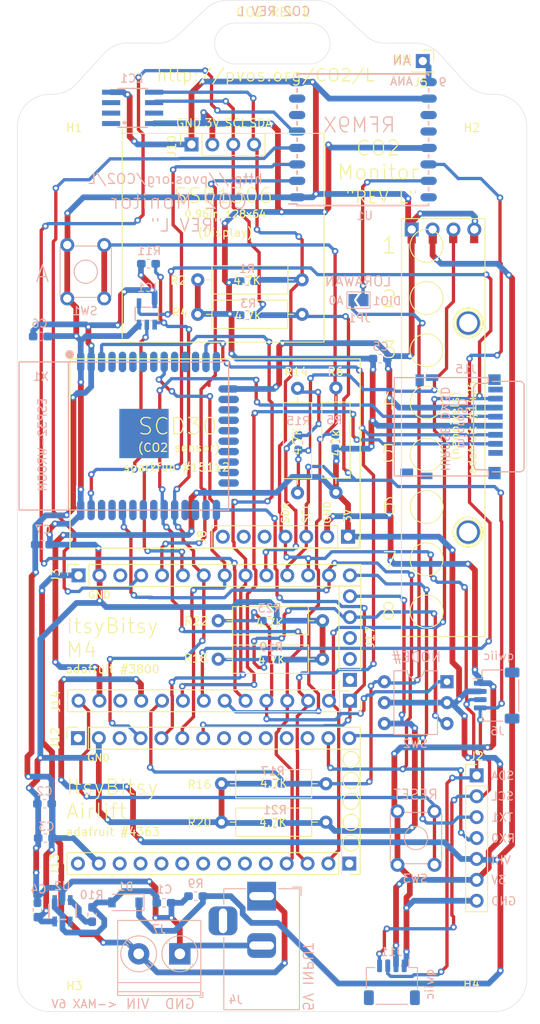
<source format=kicad_pcb>
(kicad_pcb (version 20171130) (host pcbnew 5.1.9-73d0e3b20d~88~ubuntu18.04.1)
  (layers (0 F.Cu signal) (31 B.Cu signal) (34 B.Paste user) (35 F.Paste user) (36 B.SilkS user) (37 F.SilkS user) (38 B.Mask user) (39 F.Mask user) (44 Edge.Cuts user))
  (net 0 "")
  (net 1 +3V3)
  (net 2 GND)
  (net 3 SDA)
  (net 4 SCL)
  (net 5 LORA_DIO1)
  (net 6 "Net-(J5-Pad1)")
  (net 7 MISO)
  (net 8 MOSI)
  (net 9 SCK)
  (net 10 3VESP)
  (net 11 "Net-(C1-Pad1)")
  (net 12 ESP_RX)
  (net 13 EXP_TX)
  (net 14 ~RESET)
  (net 15 "Net-(J1-Pad3)")
  (net 16 10_ESP_CS)
  (net 17 9_ESP_BUSY)
  (net 18 7_ESP_RESET)
  (net 19 5_NEOPIXEL)
  (net 20 2_ESP_GPIO0)
  (net 21 ESP_MISO)
  (net 22 VBAT)
  (net 23 13_LORA_SCK)
  (net 24 11_LORA_MOSI)
  (net 25 12_LORA_MISO)
  (net 26 A5_BUTTON_B)
  (net 27 A4_LORA_CS)
  (net 28 A3_BUTTON_A)
  (net 29 A2_LORA_IRQ)
  (net 30 VHI)
  (net 31 3_LDO_ENABLE)
  (net 32 A0_LORAWAN)
  (net 33 4_SERDAT)
  (net 34 A1_SD_CS)
  (net 35 "Net-(R10-Pad2)")
  (module Connector_JST:JST_SH_SM04B-SRSS-TB_1x04-1MP_P1.00mm_Horizontal (layer B.Cu) (at 243.332 -18.6944 270)
    (fp_text reference J6 (at 4.318 -0.1016) (layer B.SilkS) (effects (justify mirror)))
    (fp_text value Conn_01x04_Female)
    (pad MP smd roundrect (at 2.8 -1.875 270) (size 1.2 1.8) (layers B.Cu B.Paste B.Mask) (roundrect_rratio 0.2083325))
    (pad MP smd roundrect (at -2.8 -1.875 270) (size 1.2 1.8) (layers B.Cu B.Paste B.Mask) (roundrect_rratio 0.2083325))
    (pad 4 smd roundrect (at 1.5 2 270) (size 0.6 1.55) (layers B.Cu B.Paste B.Mask) (net 4 SCL))
    (pad 3 smd roundrect (at 0.5 2 270) (size 0.6 1.55) (layers B.Cu B.Paste B.Mask) (net 3 SDA))
    (pad 2 smd roundrect (at -0.5 2 270) (size 0.6 1.55) (layers B.Cu B.Paste B.Mask) (net 1 +3V3))
    (pad 1 smd roundrect (at -1.5 2 270) (size 0.6 1.55) (layers B.Cu B.Paste B.Mask) (net 2 GND))
  )
  (module Connector_PinHeader_2.54mm:PinHeader_1x07_P2.54mm_Vertical (layer F.Cu) (at 240.8936 -8.9916)
    (fp_text reference J2 (at 0 -2.33) (layer F.SilkS))
    (fp_text value Conn_01x07_Female)
    (pad 7 thru_hole oval (at 0 15.24) (size 1.7 1.7) (drill 1) (layers *.Cu *.Mask) (net 2 GND))
    (pad 6 thru_hole oval (at 0 12.7) (size 1.7 1.7) (drill 1) (layers *.Cu *.Mask) (net 1 +3V3))
    (pad 5 thru_hole oval (at 0 10.16) (size 1.7 1.7) (drill 1) (layers *.Cu *.Mask) (net 30 VHI))
    (pad 4 thru_hole oval (at 0 7.62) (size 1.7 1.7) (drill 1) (layers *.Cu *.Mask) (net 12 ESP_RX))
    (pad 3 thru_hole oval (at 0 5.08) (size 1.7 1.7) (drill 1) (layers *.Cu *.Mask) (net 13 EXP_TX))
    (pad 2 thru_hole oval (at 0 2.54) (size 1.7 1.7) (drill 1) (layers *.Cu *.Mask) (net 4 SCL))
    (pad 1 thru_hole rect (at 0 0) (size 1.7 1.7) (drill 1) (layers *.Cu *.Mask) (net 3 SDA))
  )
  (module footprints:sd2010_dip (layer B.Cu) (at 237.2868 -20.3708 180)
    (fp_text reference SW2 (at 3.8608 -7.5184) (layer B.SilkS) (effects (justify mirror)))
    (fp_text value SW_Coded_SH-7010)
    (pad 8 thru_hole oval (at 7.62 0 180) (size 1.6 1.6) (drill 0.8) (layers *.Cu *.Mask) (net 32 A0_LORAWAN))
    (pad 4 thru_hole oval (at 0 -5.08 180) (size 1.6 1.6) (drill 0.8) (layers *.Cu *.Mask) (net 31 3_LDO_ENABLE))
    (pad C thru_hole oval (at 7.62 -2.54 180) (size 1.6 1.6) (drill 0.8) (layers *.Cu *.Mask) (net 1 +3V3))
    (pad C thru_hole oval (at 0 -2.54 180) (size 1.6 1.6) (drill 0.8) (layers *.Cu *.Mask) (net 1 +3V3))
    (pad 2 thru_hole oval (at 7.62 -5.08 180) (size 1.6 1.6) (drill 0.8) (layers *.Cu *.Mask) (net 33 4_SERDAT))
    (pad 1 thru_hole rect (at 0 0 180) (size 1.6 1.6) (drill 0.8) (layers *.Cu *.Mask) (net 26 A5_BUTTON_B))
  )
  (module Resistor_SMD:R_0603_1608Metric_Pad1.05x0.95mm_HandSolder (layer B.Cu) (at 215.6968 -27.7876)
    (fp_text reference R23 (at 0 -1.5164) (layer B.SilkS) (effects (justify mirror)))
    (fp_text value 4.7K)
    (pad 2 smd roundrect (at 0.875 0) (size 1.05 0.95) (layers B.Cu B.Paste B.Mask) (net 2 GND))
    (pad 1 smd roundrect (at -0.875 0) (size 1.05 0.95) (layers B.Cu B.Paste B.Mask) (net 26 A5_BUTTON_B))
  )
  (module Resistor_THT:R_Axial_DIN0309_L9.0mm_D3.2mm_P12.70mm_Horizontal (layer F.Cu) (at 209.4484 -27.7876)
    (fp_text reference R22 (at -2.6924 0.0508 180) (layer F.SilkS))
    (fp_text value 4.7K)
    (pad 2 thru_hole oval (at 12.7 0) (size 1.6 1.6) (drill 0.8) (layers *.Cu *.Mask) (net 2 GND))
    (pad 1 thru_hole circle (at 0 0) (size 1.6 1.6) (drill 0.8) (layers *.Cu *.Mask) (net 26 A5_BUTTON_B))
  )
  (module Resistor_SMD:R_0603_1608Metric_Pad1.05x0.95mm_HandSolder (layer B.Cu) (at 216.3572 -3.2004 180)
    (fp_text reference R21 (at 0 1.5748) (layer B.SilkS) (effects (justify mirror)))
    (fp_text value 4.7K)
    (pad 2 smd roundrect (at 0.875 0 180) (size 1.05 0.95) (layers B.Cu B.Paste B.Mask) (net 2 GND))
    (pad 1 smd roundrect (at -0.875 0 180) (size 1.05 0.95) (layers B.Cu B.Paste B.Mask) (net 33 4_SERDAT))
  )
  (module Resistor_THT:R_Axial_DIN0309_L9.0mm_D3.2mm_P12.70mm_Horizontal (layer F.Cu) (at 222.5548 -3.302 180)
    (fp_text reference R20 (at 15.3924 -0.0508 180) (layer F.SilkS))
    (fp_text value 4.7K)
    (pad 1 thru_hole circle (at 0 0 180) (size 1.6 1.6) (drill 0.8) (layers *.Cu *.Mask) (net 33 4_SERDAT))
    (pad 2 thru_hole oval (at 12.7 0 180) (size 1.6 1.6) (drill 0.8) (layers *.Cu *.Mask) (net 2 GND))
  )
  (module Resistor_SMD:R_0603_1608Metric_Pad1.05x0.95mm_HandSolder (layer B.Cu) (at 215.9 -23.0632)
    (fp_text reference R19 (at 0 -1.5164) (layer B.SilkS) (effects (justify mirror)))
    (fp_text value 4.7K)
    (pad 2 smd roundrect (at 0.875 0) (size 1.05 0.95) (layers B.Cu B.Paste B.Mask) (net 2 GND))
    (pad 1 smd roundrect (at -0.875 0) (size 1.05 0.95) (layers B.Cu B.Paste B.Mask) (net 31 3_LDO_ENABLE))
  )
  (module Resistor_THT:R_Axial_DIN0309_L9.0mm_D3.2mm_P12.70mm_Horizontal (layer F.Cu) (at 209.4484 -23.114)
    (fp_text reference R18 (at -2.7432 -0.1016 180) (layer F.SilkS))
    (fp_text value 4.7K)
    (pad 2 thru_hole oval (at 12.7 0) (size 1.6 1.6) (drill 0.8) (layers *.Cu *.Mask) (net 2 GND))
    (pad 1 thru_hole circle (at 0 0) (size 1.6 1.6) (drill 0.8) (layers *.Cu *.Mask) (net 31 3_LDO_ENABLE))
  )
  (module Resistor_SMD:R_0603_1608Metric_Pad1.05x0.95mm_HandSolder (layer B.Cu) (at 216.3064 -7.9756 180)
    (fp_text reference R17 (at 0.2032 1.524) (layer B.SilkS) (effects (justify mirror)))
    (fp_text value 4.7K)
    (pad 2 smd roundrect (at 0.875 0 180) (size 1.05 0.95) (layers B.Cu B.Paste B.Mask) (net 2 GND))
    (pad 1 smd roundrect (at -0.875 0 180) (size 1.05 0.95) (layers B.Cu B.Paste B.Mask) (net 32 A0_LORAWAN))
  )
  (module Resistor_THT:R_Axial_DIN0309_L9.0mm_D3.2mm_P12.70mm_Horizontal (layer F.Cu) (at 222.5548 -7.9756 180)
    (fp_text reference R16 (at 15.3924 -0.1016 180) (layer F.SilkS))
    (fp_text value 4.7K)
    (pad 2 thru_hole oval (at 12.7 0 180) (size 1.6 1.6) (drill 0.8) (layers *.Cu *.Mask) (net 2 GND))
    (pad 1 thru_hole circle (at 0 0 180) (size 1.6 1.6) (drill 0.8) (layers *.Cu *.Mask) (net 32 A0_LORAWAN))
  )
  (module footprints:MOUNTINGHOLE_2.0_PLATED (layer F.Cu) (at 239.8522 -38.5572)
    (fp_text reference H6 hide)
    (fp_text value MountingHole hide)
    (pad P$1 thru_hole circle (at 0 0) (size 3 3) (drill 2.2) (layers *.Cu *.Mask))
  )
  (module footprints:MOUNTINGHOLE_2.0_PLATED (layer F.Cu) (at 239.8776 -63.9826)
    (fp_text reference H5 hide)
    (fp_text value MountingHole hide)
    (pad P$1 thru_hole circle (at 0 0) (size 3 3) (drill 2.2) (layers *.Cu *.Mask))
  )
  (module Capacitor_SMD:C_0603_1608Metric_Pad1.05x0.95mm_HandSolder (layer B.Cu) (at 188.0616 -37.0332)
    (fp_text reference C7 (at 0.0508 -1.8288 180) (layer B.SilkS) (effects (justify mirror)))
    (fp_text value 10u)
    (pad 1 smd roundrect (at -0.875 0) (size 1.05 0.95) (layers B.Cu B.Paste B.Mask) (net 10 3VESP))
    (pad 2 smd roundrect (at 0.875 0) (size 1.05 0.95) (layers B.Cu B.Paste B.Mask) (net 2 GND))
  )
  (module Capacitor_SMD:C_0603_1608Metric_Pad1.05x0.95mm_HandSolder (layer B.Cu) (at 187.8076 -62.3316)
    (fp_text reference C6 (at -0.1016 -1.5748) (layer B.SilkS) (effects (justify mirror)))
    (fp_text value 0.1u)
    (pad 1 smd roundrect (at -0.875 0) (size 1.05 0.95) (layers B.Cu B.Paste B.Mask) (net 10 3VESP))
    (pad 2 smd roundrect (at 0.875 0) (size 1.05 0.95) (layers B.Cu B.Paste B.Mask) (net 2 GND))
  )
  (module footprints:SOT23-5 (layer B.Cu) (at 190.5 7.4676)
    (fp_text reference U2 (at 1.0668 -2.4384 180) (layer B.SilkS) (effects (justify left bottom mirror)))
    (fp_text value VREG_SOT23-5)
    (pad 5 smd rect (at -0.95 1.3001) (size 0.55 1.2) (layers B.Cu B.Paste B.Mask) (net 10 3VESP))
    (pad 4 smd rect (at 0.95 1.3001) (size 0.55 1.2) (layers B.Cu B.Paste B.Mask))
    (pad 3 smd rect (at 0.95 -1.3001) (size 0.55 1.2) (layers B.Cu B.Paste B.Mask) (net 35 "Net-(R10-Pad2)"))
    (pad 2 smd rect (at 0 -1.3001) (size 0.55 1.2) (layers B.Cu B.Paste B.Mask) (net 2 GND))
    (pad 1 smd rect (at -0.95 -1.3001) (size 0.55 1.2) (layers B.Cu B.Paste B.Mask) (net 11 "Net-(C1-Pad1)"))
  )
  (module Connector_BarrelJack:BarrelJack_Horizontal (layer B.Cu) (at 214.7316 5.6896 90)
    (fp_text reference J4 (at -12.5984 -3.1496 180) (layer B.SilkS) (effects (justify mirror)))
    (fp_text value Barrel_Jack_MountingPin)
    (pad 3 thru_hole roundrect (at -3 -4.7 90) (size 3.5 3.5) (drill oval 3 1) (layers *.Cu *.Mask))
    (pad 2 thru_hole roundrect (at -6 0 90) (size 3 3.5) (drill oval 1 3) (layers *.Cu *.Mask) (net 2 GND))
    (pad 1 thru_hole rect (at 0 0 90) (size 3.5 3.5) (drill oval 1 3) (layers *.Cu *.Mask) (net 22 VBAT))
  )
  (module Resistor_THT:R_Axial_DIN0309_L9.0mm_D3.2mm_P12.70mm_Horizontal (layer F.Cu) (at 219.1004 -43.3324 90)
    (fp_text reference R14 (at 14.6812 -0.1524) (layer F.SilkS))
    (fp_text value 500)
    (pad 2 thru_hole oval (at 12.7 0 90) (size 1.6 1.6) (drill 0.8) (layers *.Cu *.Mask) (net 19 5_NEOPIXEL))
    (pad 1 thru_hole circle (at 0 0 90) (size 1.6 1.6) (drill 0.8) (layers *.Cu *.Mask) (net 15 "Net-(J1-Pad3)"))
  )
  (module Button_Switch_THT:SW_TH_Tactile_Omron_B3F-10xx (layer B.Cu) (at 235.7628 1.8796 90)
    (fp_text reference SW3 (at -1.6764 -2.3368 180) (layer B.SilkS) (effects (justify mirror)))
    (fp_text value SW_Push_Dual)
    (pad 1 thru_hole circle (at 0 0 90) (size 1.7 1.7) (drill 1) (layers *.Cu *.Mask) (net 14 ~RESET))
    (pad 2 thru_hole circle (at 6.5 0 90) (size 1.7 1.7) (drill 1) (layers *.Cu *.Mask) (net 14 ~RESET))
    (pad 3 thru_hole circle (at 0 -4.5 90) (size 1.7 1.7) (drill 1) (layers *.Cu *.Mask) (net 2 GND))
    (pad 4 thru_hole circle (at 6.5 -4.5 90) (size 1.7 1.7) (drill 1) (layers *.Cu *.Mask) (net 2 GND))
  )
  (module TerminalBlock_Phoenix:TerminalBlock_Phoenix_PT-1,5-2-5.0-H_1x02_P5.00mm_Horizontal (layer B.Cu) (at 204.7748 12.7 180)
    (fp_text reference J7 (at 2.54 2.9972 180) (layer B.SilkS) (effects (justify mirror)))
    (fp_text value Screw_Terminal_01x02)
    (pad 2 thru_hole circle (at 5 0 180) (size 2.6 2.6) (drill 1.3) (layers *.Cu *.Mask) (net 22 VBAT))
    (pad 1 thru_hole rect (at 0 0 180) (size 2.6 2.6) (drill 1.3) (layers *.Cu *.Mask) (net 2 GND))
  )
  (module MountingHole:MountingHole_2.2mm_M2 (layer F.Cu) (at 227.1776 11.0236)
    (fp_text reference H10 hide)
    (fp_text value MountingHole)
    (pad 1 np_thru_hole circle (at 0 0) (size 2.2 2.2) (drill 2.2) (layers *.Cu *.Mask))
  )
  (module MountingHole:MountingHole_2.2mm_M2 (layer F.Cu) (at 222.1484 11.0236)
    (fp_text reference H9 hide)
    (fp_text value MountingHole)
    (pad 1 np_thru_hole circle (at 0 0) (size 2.2 2.2) (drill 2.2) (layers *.Cu *.Mask))
  )
  (module MountingHole:MountingHole_2.2mm_M2 (layer F.Cu) (at 227.1268 6.096)
    (fp_text reference H8 hide)
    (fp_text value MountingHole)
    (pad 1 np_thru_hole circle (at 0 0) (size 2.2 2.2) (drill 2.2) (layers *.Cu *.Mask))
  )
  (module MountingHole:MountingHole_2.2mm_M2 (layer F.Cu) (at 222.0976 6.0452)
    (fp_text reference H7 hide)
    (fp_text value MountingHole)
    (pad 1 np_thru_hole circle (at 0 0) (size 2.2 2.2) (drill 2.2) (layers *.Cu *.Mask))
  )
  (module footprints:DM3D-SF_outline (layer B.Cu) (at 242.316 -51.3842 270)
    (fp_text reference J15 (at -6.985 2.6924 180) (layer B.SilkS) (effects (justify mirror)))
    (fp_text value Micro_SD_Card hide)
    (pad 8 smd rect (at -4.5 -0.875 270) (size 0.7 1.75) (layers B.Cu B.Paste B.Mask))
    (pad 9 smd rect (at -5.7 -0.75 270) (size 1.3 1.5) (layers B.Cu B.Paste B.Mask))
    (pad 10 smd rect (at -5.95 6.85 270) (size 0.8 1.5) (layers B.Cu B.Paste B.Mask))
    (pad B smd rect (at -5.625 8.35 270) (size 1.45 1) (layers B.Cu B.Paste B.Mask))
    (pad 11 smd rect (at 6 7.5 270) (size 0.8 1.4) (layers B.Cu B.Paste B.Mask))
    (pad 7 smd rect (at -3.4 -0.875 270) (size 0.7 1.75) (layers B.Cu B.Paste B.Mask) (net 7 MISO))
    (pad 6 smd rect (at -2.3 -0.875 270) (size 0.7 1.75) (layers B.Cu B.Paste B.Mask) (net 2 GND))
    (pad 5 smd rect (at -1.2 -0.875 270) (size 0.7 1.75) (layers B.Cu B.Paste B.Mask) (net 9 SCK))
    (pad 4 smd rect (at -0.1 -0.875 270) (size 0.7 1.75) (layers B.Cu B.Paste B.Mask) (net 1 +3V3))
    (pad 3 smd rect (at 1 -0.875 270) (size 0.7 1.75) (layers B.Cu B.Paste B.Mask) (net 8 MOSI))
    (pad 2 smd rect (at 2.1 -0.875 270) (size 0.7 1.75) (layers B.Cu B.Paste B.Mask) (net 34 A1_SD_CS))
    (pad 1 smd rect (at 3.2 -0.875 270) (size 0.7 1.75) (layers B.Cu B.Paste B.Mask))
    (pad 12 smd rect (at 5.65 -0.75 270) (size 1.5 1.5) (layers B.Cu B.Paste B.Mask))
    (pad A smd rect (at 5.6 9.925 270) (size 1 1.55) (layers B.Cu B.Paste B.Mask))
  )
  (module Resistor_THT:R_Axial_DIN0309_L9.0mm_D3.2mm_P12.70mm_Horizontal (layer F.Cu) (at 206.9592 -65.026777)
    (fp_text reference R4 (at -2.1844 -0.200423 180) (layer F.SilkS))
    (fp_text value R)
    (pad 2 thru_hole oval (at 12.7 0) (size 1.6 1.6) (drill 0.8) (layers *.Cu *.Mask) (net 4 SCL))
    (pad 1 thru_hole circle (at 0 0) (size 1.6 1.6) (drill 0.8) (layers *.Cu *.Mask) (net 1 +3V3))
  )
  (module Resistor_THT:R_Axial_DIN0309_L9.0mm_D3.2mm_P12.70mm_Horizontal (layer F.Cu) (at 206.9592 -69.21824)
    (fp_text reference R2 (at -2.3876 0.07944 180) (layer F.SilkS))
    (fp_text value R)
    (pad 2 thru_hole oval (at 12.7 0) (size 1.6 1.6) (drill 0.8) (layers *.Cu *.Mask) (net 3 SDA))
    (pad 1 thru_hole circle (at 0 0) (size 1.6 1.6) (drill 0.8) (layers *.Cu *.Mask) (net 1 +3V3))
  )
  (module Resistor_THT:R_Axial_DIN0309_L9.0mm_D3.2mm_P12.70mm_Horizontal (layer F.Cu) (at 223.773538 -43.3832 90)
    (fp_text reference R6 (at 14.6812 -0.050338 180) (layer F.SilkS))
    (fp_text value 4.7K)
    (pad 2 thru_hole oval (at 12.7 0 90) (size 1.6 1.6) (drill 0.8) (layers *.Cu *.Mask) (net 28 A3_BUTTON_A))
    (pad 1 thru_hole circle (at 0 0 90) (size 1.6 1.6) (drill 0.8) (layers *.Cu *.Mask) (net 1 +3V3))
  )
  (module Resistor_SMD:R_0603_1608Metric_Pad1.05x0.95mm_HandSolder (layer B.Cu) (at 219.202 -49.4284 90)
    (fp_text reference R15 (at 2.6416 0 180) (layer B.SilkS) (effects (justify mirror)))
    (fp_text value 500)
    (pad 2 smd roundrect (at 0.875 0 90) (size 1.05 0.95) (layers B.Cu B.Paste B.Mask) (net 19 5_NEOPIXEL))
    (pad 1 smd roundrect (at -0.875 0 90) (size 1.05 0.95) (layers B.Cu B.Paste B.Mask) (net 15 "Net-(J1-Pad3)"))
  )
  (module Diode_SMD:D_SOD-123 (layer B.Cu) (at 198.1708 6.4516 180)
    (fp_text reference D1 (at 0 1.9304 180) (layer B.SilkS) (effects (justify mirror)))
    (fp_text value DIODE)
    (pad 2 smd rect (at 1.65 0 180) (size 0.9 1.2) (layers B.Cu B.Paste B.Mask) (net 11 "Net-(C1-Pad1)"))
    (pad 1 smd rect (at -1.65 0 180) (size 0.9 1.2) (layers B.Cu B.Paste B.Mask) (net 30 VHI))
  )
  (module footprints:PinSocket_1x04_P2.54mm_Vertical_no_silk (layer F.Cu) (at 232.9942 -75.3364 90)
    (fp_text reference J1 hide)
    (fp_text value Conn_01x04_Female)
    (pad 1 thru_hole rect (at 0 0 90) (size 1.7 1.7) (drill 1) (layers *.Cu *.Mask) (net 2 GND))
    (pad 2 thru_hole oval (at 0 2.54 90) (size 1.7 1.7) (drill 1) (layers *.Cu *.Mask) (net 30 VHI))
    (pad 3 thru_hole oval (at 0 5.08 90) (size 1.7 1.7) (drill 1) (layers *.Cu *.Mask) (net 15 "Net-(J1-Pad3)"))
    (pad 4 thru_hole oval (at 0 7.62 90) (size 1.7 1.7) (drill 1) (layers *.Cu *.Mask) (net 2 GND))
  )
  (module footprints:TestPoint_Pad_1.0x1.0mm_no_silk (layer F.Cu) (at 240.59642 -74.16546)
    (fp_text reference TP4 hide)
    (fp_text value TestPoint)
    (pad 1 smd rect (at 0 0) (size 1 1) (layers F.Cu F.Mask) (net 2 GND))
  )
  (module footprints:TestPoint_Pad_1.0x1.0mm_no_silk (layer F.Cu) (at 238.04626 -74.17308)
    (fp_text reference TP3 hide)
    (fp_text value TestPoint)
    (pad 1 smd rect (at 0 0) (size 1 1) (layers F.Cu F.Mask) (net 15 "Net-(J1-Pad3)"))
  )
  (module footprints:TestPoint_Pad_1.0x1.0mm_no_silk (layer F.Cu) (at 235.55706 -74.11212)
    (fp_text reference TP2 hide)
    (fp_text value TestPoint)
    (pad 1 smd rect (at 0 0) (size 1 1) (layers F.Cu F.Mask) (net 30 VHI))
  )
  (module footprints:TestPoint_Pad_1.0x1.0mm_no_silk (layer F.Cu) (at 232.98912 -74.13752)
    (fp_text reference TP1 hide)
    (fp_text value TestPoint)
    (pad 1 smd rect (at 0 0) (size 1 1) (layers F.Cu F.Mask) (net 2 GND))
  )
  (module Capacitor_SMD:C_0603_1608Metric_Pad1.05x0.95mm_HandSolder (layer B.Cu) (at 229.1588 -59.6392)
    (fp_text reference C5 (at 0.0508 -1.4732) (layer B.SilkS) (effects (justify mirror)))
    (fp_text value 1u)
    (pad 2 smd roundrect (at 0.875 0) (size 1.05 0.95) (layers B.Cu B.Paste B.Mask) (net 2 GND))
    (pad 1 smd roundrect (at -0.875 0) (size 1.05 0.95) (layers B.Cu B.Paste B.Mask) (net 1 +3V3))
  )
  (module Connector_PinSocket_2.54mm:PinSocket_1x05_P2.54mm_Vertical (layer F.Cu) (at 225.4758 -20.5994 180)
    (fp_text reference J17 (at -2.4638 5.207 90) (layer F.SilkS))
    (fp_text value Conn_01x05_Female)
    (pad 1 thru_hole rect (at 0 0 180) (size 1.7 1.7) (drill 1) (layers *.Cu *.Mask))
    (pad 2 thru_hole oval (at 0 2.54 180) (size 1.7 1.7) (drill 1) (layers *.Cu *.Mask))
    (pad 3 thru_hole oval (at 0 5.08 180) (size 1.7 1.7) (drill 1) (layers *.Cu *.Mask))
    (pad 4 thru_hole oval (at 0 7.62 180) (size 1.7 1.7) (drill 1) (layers *.Cu *.Mask) (net 31 3_LDO_ENABLE))
    (pad 5 thru_hole oval (at 0 10.16 180) (size 1.7 1.7) (drill 1) (layers *.Cu *.Mask) (net 33 4_SERDAT))
  )
  (module Connector_PinSocket_2.54mm:PinSocket_1x14_P2.54mm_Vertical (layer F.Cu) (at 225.4758 -18.0594 270)
    (fp_text reference J14 (at 0.0762 35.7886 90) (layer F.SilkS))
    (fp_text value Conn_01x14_Female)
    (pad 1 thru_hole rect (at 0 0 270) (size 1.7 1.7) (drill 1) (layers *.Cu *.Mask) (net 20 2_ESP_GPIO0))
    (pad 2 thru_hole oval (at 0 2.54 270) (size 1.7 1.7) (drill 1) (layers *.Cu *.Mask) (net 7 MISO))
    (pad 3 thru_hole oval (at 0 5.08 270) (size 1.7 1.7) (drill 1) (layers *.Cu *.Mask) (net 8 MOSI))
    (pad 4 thru_hole oval (at 0 7.62 270) (size 1.7 1.7) (drill 1) (layers *.Cu *.Mask) (net 9 SCK))
    (pad 5 thru_hole oval (at 0 10.16 270) (size 1.7 1.7) (drill 1) (layers *.Cu *.Mask) (net 26 A5_BUTTON_B))
    (pad 6 thru_hole oval (at 0 12.7 270) (size 1.7 1.7) (drill 1) (layers *.Cu *.Mask) (net 27 A4_LORA_CS))
    (pad 7 thru_hole oval (at 0 15.24 270) (size 1.7 1.7) (drill 1) (layers *.Cu *.Mask) (net 28 A3_BUTTON_A))
    (pad 8 thru_hole oval (at 0 17.78 270) (size 1.7 1.7) (drill 1) (layers *.Cu *.Mask) (net 29 A2_LORA_IRQ))
    (pad 9 thru_hole oval (at 0 20.32 270) (size 1.7 1.7) (drill 1) (layers *.Cu *.Mask) (net 34 A1_SD_CS))
    (pad 10 thru_hole oval (at 0 22.86 270) (size 1.7 1.7) (drill 1) (layers *.Cu *.Mask) (net 32 A0_LORAWAN))
    (pad 11 thru_hole oval (at 0 25.4 270) (size 1.7 1.7) (drill 1) (layers *.Cu *.Mask) (net 30 VHI))
    (pad 12 thru_hole oval (at 0 27.94 270) (size 1.7 1.7) (drill 1) (layers *.Cu *.Mask))
    (pad 13 thru_hole oval (at 0 30.48 270) (size 1.7 1.7) (drill 1) (layers *.Cu *.Mask) (net 1 +3V3))
    (pad 14 thru_hole oval (at 0 33.02 270) (size 1.7 1.7) (drill 1) (layers *.Cu *.Mask) (net 14 ~RESET))
  )
  (module Connector_PinSocket_2.54mm:PinSocket_1x14_P2.54mm_Vertical (layer F.Cu) (at 225.3996 1.7272 270)
    (fp_text reference J13 (at 0.1016 35.8648 270) (layer F.SilkS))
    (fp_text value Conn_01x14_Female)
    (pad 1 thru_hole rect (at 0 0 270) (size 1.7 1.7) (drill 1) (layers *.Cu *.Mask))
    (pad 2 thru_hole oval (at 0 2.54 270) (size 1.7 1.7) (drill 1) (layers *.Cu *.Mask) (net 7 MISO))
    (pad 3 thru_hole oval (at 0 5.08 270) (size 1.7 1.7) (drill 1) (layers *.Cu *.Mask) (net 8 MOSI))
    (pad 4 thru_hole oval (at 0 7.62 270) (size 1.7 1.7) (drill 1) (layers *.Cu *.Mask) (net 9 SCK))
    (pad 5 thru_hole oval (at 0 10.16 270) (size 1.7 1.7) (drill 1) (layers *.Cu *.Mask))
    (pad 6 thru_hole oval (at 0 12.7 270) (size 1.7 1.7) (drill 1) (layers *.Cu *.Mask))
    (pad 7 thru_hole oval (at 0 15.24 270) (size 1.7 1.7) (drill 1) (layers *.Cu *.Mask))
    (pad 8 thru_hole oval (at 0 17.78 270) (size 1.7 1.7) (drill 1) (layers *.Cu *.Mask))
    (pad 9 thru_hole oval (at 0 20.32 270) (size 1.7 1.7) (drill 1) (layers *.Cu *.Mask))
    (pad 10 thru_hole oval (at 0 22.86 270) (size 1.7 1.7) (drill 1) (layers *.Cu *.Mask))
    (pad 11 thru_hole oval (at 0 25.4 270) (size 1.7 1.7) (drill 1) (layers *.Cu *.Mask))
    (pad 12 thru_hole oval (at 0 27.94 270) (size 1.7 1.7) (drill 1) (layers *.Cu *.Mask))
    (pad 13 thru_hole oval (at 0 30.48 270) (size 1.7 1.7) (drill 1) (layers *.Cu *.Mask) (net 10 3VESP))
    (pad 14 thru_hole oval (at 0 33.02 270) (size 1.7 1.7) (drill 1) (layers *.Cu *.Mask))
  )
  (module Connector_PinSocket_2.54mm:PinSocket_1x14_P2.54mm_Vertical (layer F.Cu) (at 192.3796 -13.5128 90)
    (fp_text reference J12 (at 0 -2.77 90) (layer F.SilkS))
    (fp_text value Conn_01x14_Female)
    (pad 1 thru_hole rect (at 0 0 90) (size 1.7 1.7) (drill 1) (layers *.Cu *.Mask))
    (pad 2 thru_hole oval (at 0 2.54 90) (size 1.7 1.7) (drill 1) (layers *.Cu *.Mask) (net 2 GND))
    (pad 3 thru_hole oval (at 0 5.08 90) (size 1.7 1.7) (drill 1) (layers *.Cu *.Mask))
    (pad 4 thru_hole oval (at 0 7.62 90) (size 1.7 1.7) (drill 1) (layers *.Cu *.Mask) (net 16 10_ESP_CS))
    (pad 5 thru_hole oval (at 0 10.16 90) (size 1.7 1.7) (drill 1) (layers *.Cu *.Mask) (net 18 7_ESP_RESET))
    (pad 6 thru_hole oval (at 0 12.7 90) (size 1.7 1.7) (drill 1) (layers *.Cu *.Mask) (net 17 9_ESP_BUSY))
    (pad 7 thru_hole oval (at 0 15.24 90) (size 1.7 1.7) (drill 1) (layers *.Cu *.Mask) (net 20 2_ESP_GPIO0))
    (pad 8 thru_hole oval (at 0 17.78 90) (size 1.7 1.7) (drill 1) (layers *.Cu *.Mask))
    (pad 9 thru_hole oval (at 0 20.32 90) (size 1.7 1.7) (drill 1) (layers *.Cu *.Mask))
    (pad 10 thru_hole oval (at 0 22.86 90) (size 1.7 1.7) (drill 1) (layers *.Cu *.Mask))
    (pad 11 thru_hole oval (at 0 25.4 90) (size 1.7 1.7) (drill 1) (layers *.Cu *.Mask))
    (pad 12 thru_hole oval (at 0 27.94 90) (size 1.7 1.7) (drill 1) (layers *.Cu *.Mask))
    (pad 13 thru_hole oval (at 0 30.48 90) (size 1.7 1.7) (drill 1) (layers *.Cu *.Mask) (net 12 ESP_RX))
    (pad 14 thru_hole oval (at 0 33.02 90) (size 1.7 1.7) (drill 1) (layers *.Cu *.Mask) (net 13 EXP_TX))
  )
  (module Connector_PinSocket_2.54mm:PinSocket_1x14_P2.54mm_Vertical (layer F.Cu) (at 192.4558 -33.2994 90)
    (fp_text reference J3 (at 0 -2.77 90) (layer F.SilkS))
    (fp_text value Conn_01x14_Female)
    (pad 1 thru_hole rect (at 0 0 90) (size 1.7 1.7) (drill 1) (layers *.Cu *.Mask) (net 22 VBAT))
    (pad 2 thru_hole oval (at 0 2.54 90) (size 1.7 1.7) (drill 1) (layers *.Cu *.Mask) (net 2 GND))
    (pad 3 thru_hole oval (at 0 5.08 90) (size 1.7 1.7) (drill 1) (layers *.Cu *.Mask))
    (pad 4 thru_hole oval (at 0 7.62 90) (size 1.7 1.7) (drill 1) (layers *.Cu *.Mask) (net 23 13_LORA_SCK))
    (pad 5 thru_hole oval (at 0 10.16 90) (size 1.7 1.7) (drill 1) (layers *.Cu *.Mask) (net 25 12_LORA_MISO))
    (pad 6 thru_hole oval (at 0 12.7 90) (size 1.7 1.7) (drill 1) (layers *.Cu *.Mask) (net 24 11_LORA_MOSI))
    (pad 7 thru_hole oval (at 0 15.24 90) (size 1.7 1.7) (drill 1) (layers *.Cu *.Mask) (net 16 10_ESP_CS))
    (pad 8 thru_hole oval (at 0 17.78 90) (size 1.7 1.7) (drill 1) (layers *.Cu *.Mask) (net 17 9_ESP_BUSY))
    (pad 9 thru_hole oval (at 0 20.32 90) (size 1.7 1.7) (drill 1) (layers *.Cu *.Mask) (net 18 7_ESP_RESET))
    (pad 10 thru_hole oval (at 0 22.86 90) (size 1.7 1.7) (drill 1) (layers *.Cu *.Mask) (net 19 5_NEOPIXEL))
    (pad 11 thru_hole oval (at 0 25.4 90) (size 1.7 1.7) (drill 1) (layers *.Cu *.Mask) (net 4 SCL))
    (pad 12 thru_hole oval (at 0 27.94 90) (size 1.7 1.7) (drill 1) (layers *.Cu *.Mask) (net 3 SDA))
    (pad 13 thru_hole oval (at 0 30.48 90) (size 1.7 1.7) (drill 1) (layers *.Cu *.Mask) (net 12 ESP_RX))
    (pad 14 thru_hole oval (at 0 33.02 90) (size 1.7 1.7) (drill 1) (layers *.Cu *.Mask) (net 13 EXP_TX))
  )
  (module Resistor_SMD:R_0603_1608Metric_Pad1.05x0.95mm_HandSolder (layer B.Cu) (at 223.6978 -49.5712 90)
    (fp_text reference R5 (at 2.6004 -0.127 180) (layer B.SilkS) (effects (justify mirror)))
    (fp_text value 4.7K)
    (pad 2 smd roundrect (at 0.875 0 90) (size 1.05 0.95) (layers B.Cu B.Paste B.Mask) (net 28 A3_BUTTON_A))
    (pad 1 smd roundrect (at -0.875 0 90) (size 1.05 0.95) (layers B.Cu B.Paste B.Mask) (net 1 +3V3))
  )
  (module Resistor_SMD:R_0603_1608Metric_Pad1.05x0.95mm_HandSolder (layer B.Cu) (at 212.9948 -64.9224)
    (fp_text reference R3 (at 0.1112 -1.4224) (layer B.SilkS) (effects (justify mirror)))
    (fp_text value R)
    (pad 2 smd roundrect (at 0.875 0) (size 1.05 0.95) (layers B.Cu B.Paste B.Mask) (net 4 SCL))
    (pad 1 smd roundrect (at -0.875 0) (size 1.05 0.95) (layers B.Cu B.Paste B.Mask) (net 1 +3V3))
  )
  (module Resistor_SMD:R_0603_1608Metric_Pad1.05x0.95mm_HandSolder (layer B.Cu) (at 212.9948 -69.0626)
    (fp_text reference R1 (at -0.0412 -1.4986) (layer B.SilkS) (effects (justify mirror)))
    (fp_text value R)
    (pad 2 smd roundrect (at 0.875 0) (size 1.05 0.95) (layers B.Cu B.Paste B.Mask) (net 3 SDA))
    (pad 1 smd roundrect (at -0.875 0) (size 1.05 0.95) (layers B.Cu B.Paste B.Mask) (net 1 +3V3))
  )
  (module Capacitor_SMD:C_0603_1608Metric_Pad1.05x0.95mm_HandSolder (layer B.Cu) (at 202.8444 6.5024)
    (fp_text reference C1 (at 0.0508 -1.6256) (layer B.SilkS) (effects (justify mirror)))
    (fp_text value 10u)
    (pad 1 smd roundrect (at -0.875 0) (size 1.05 0.95) (layers B.Cu B.Paste B.Mask) (net 11 "Net-(C1-Pad1)"))
    (pad 2 smd roundrect (at 0.875 0) (size 1.05 0.95) (layers B.Cu B.Paste B.Mask) (net 2 GND))
  )
  (module Resistor_SMD:R_0603_1608Metric_Pad1.05x0.95mm_HandSolder (layer B.Cu) (at 200.9648 -71.1708)
    (fp_text reference R11 (at 0.0762 -1.5748) (layer B.SilkS) (effects (justify mirror)))
    (fp_text value 10K)
    (pad 2 smd roundrect (at 0.875 0) (size 1.05 0.95) (layers B.Cu B.Paste B.Mask) (net 16 10_ESP_CS))
    (pad 1 smd roundrect (at -0.875 0) (size 1.05 0.95) (layers B.Cu B.Paste B.Mask) (net 10 3VESP))
  )
  (module Resistor_SMD:R_0603_1608Metric_Pad1.05x0.95mm_HandSolder (layer B.Cu) (at 194.1068 7.9248 270)
    (fp_text reference R10 (at -2.3876 0.0508 180) (layer B.SilkS) (effects (justify mirror)))
    (fp_text value 100k)
    (pad 2 smd roundrect (at 0.875 0 270) (size 1.05 0.95) (layers B.Cu B.Paste B.Mask) (net 35 "Net-(R10-Pad2)"))
    (pad 1 smd roundrect (at -0.875 0 270) (size 1.05 0.95) (layers B.Cu B.Paste B.Mask) (net 11 "Net-(C1-Pad1)"))
  )
  (module Resistor_SMD:R_0603_1608Metric_Pad1.05x0.95mm_HandSolder (layer B.Cu) (at 206.7052 5.6896 180)
    (fp_text reference R9 (at 0 1.524) (layer B.SilkS) (effects (justify mirror)))
    (fp_text value 100k)
    (pad 1 smd roundrect (at -0.875 0 180) (size 1.05 0.95) (layers B.Cu B.Paste B.Mask) (net 30 VHI))
    (pad 2 smd roundrect (at 0.875 0 180) (size 1.05 0.95) (layers B.Cu B.Paste B.Mask) (net 2 GND))
  )
  (module Capacitor_SMD:C_0603_1608Metric_Pad1.05x0.95mm_HandSolder (layer B.Cu) (at 187.452 7.366 90)
    (fp_text reference C4 (at 2.5146 0.127 180) (layer B.SilkS) (effects (justify mirror)))
    (fp_text value 10u)
    (pad 1 smd roundrect (at -0.875 0 90) (size 1.05 0.95) (layers B.Cu B.Paste B.Mask) (net 10 3VESP))
    (pad 2 smd roundrect (at 0.875 0 90) (size 1.05 0.95) (layers B.Cu B.Paste B.Mask) (net 2 GND))
  )
  (module Capacitor_SMD:C_0603_1608Metric_Pad1.05x0.95mm_HandSolder (layer B.Cu) (at 188.4172 -1.3716 180)
    (fp_text reference C3 (at -0.127 1.397) (layer B.SilkS) (effects (justify mirror)))
    (fp_text value 10u)
    (pad 1 smd roundrect (at -0.875 0 180) (size 1.05 0.95) (layers B.Cu B.Paste B.Mask) (net 10 3VESP))
    (pad 2 smd roundrect (at 0.875 0 180) (size 1.05 0.95) (layers B.Cu B.Paste B.Mask) (net 2 GND))
  )
  (module Capacitor_SMD:C_0603_1608Metric_Pad1.05x0.95mm_HandSolder (layer B.Cu) (at 188.3156 -5.5372 180)
    (fp_text reference C2 (at 0 1.524) (layer B.SilkS) (effects (justify mirror)))
    (fp_text value 0.1u)
    (pad 1 smd roundrect (at -0.875 0 180) (size 1.05 0.95) (layers B.Cu B.Paste B.Mask) (net 10 3VESP))
    (pad 2 smd roundrect (at 0.875 0 180) (size 1.05 0.95) (layers B.Cu B.Paste B.Mask) (net 2 GND))
  )
  (module footprints:ESP32-WROOM (layer B.Cu) (at 197.9676 -50.2412 90)
    (fp_text reference X1 (at 7.2136 -10.1092) (layer B.SilkS) (effects (justify mirror)))
    (fp_text value ESP32_WROOM32)
    (fp_text user ESP32-WROOM (at -1.0668 -9.906 270) (layer B.SilkS) (effects (justify mirror)))
    (pad 38 smd oval (at -9 -5.25 90) (size 2.5 0.9) (layers B.Cu B.Paste B.Mask) (net 2 GND))
    (pad 37 smd oval (at -9 -3.98 90) (size 2.5 0.9) (layers B.Cu B.Paste B.Mask) (net 21 ESP_MISO))
    (pad 36 smd oval (at -9 -2.71 90) (size 2.5 0.9) (layers B.Cu B.Paste B.Mask))
    (pad 35 smd oval (at -9 -1.44 90) (size 2.5 0.9) (layers B.Cu B.Paste B.Mask))
    (pad 34 smd oval (at -9 -0.17 90) (size 2.5 0.9) (layers B.Cu B.Paste B.Mask) (net 12 ESP_RX))
    (pad 33 smd oval (at -9 1.1 90) (size 2.5 0.9) (layers B.Cu B.Paste B.Mask))
    (pad 32 smd oval (at -9 2.37 90) (size 2.5 0.9) (layers B.Cu B.Paste B.Mask))
    (pad 31 smd oval (at -9 3.64 90) (size 2.5 0.9) (layers B.Cu B.Paste B.Mask))
    (pad 30 smd oval (at -9 4.91 90) (size 2.5 0.9) (layers B.Cu B.Paste B.Mask) (net 9 SCK))
    (pad 29 smd oval (at -9 6.18 90) (size 2.5 0.9) (layers B.Cu B.Paste B.Mask) (net 16 10_ESP_CS))
    (pad 28 smd oval (at -9 7.45 90) (size 2.5 0.9) (layers B.Cu B.Paste B.Mask))
    (pad 27 smd oval (at -9 8.72 90) (size 2.5 0.9) (layers B.Cu B.Paste B.Mask))
    (pad 26 smd oval (at -9 9.99 90) (size 2.5 0.9) (layers B.Cu B.Paste B.Mask))
    (pad 25 smd oval (at -9 11.26 90) (size 2.5 0.9) (layers B.Cu B.Paste B.Mask) (net 20 2_ESP_GPIO0))
    (pad 24 smd oval (at -5.715 12.75 90) (size 0.9 2.5) (layers B.Cu B.Paste B.Mask))
    (pad 23 smd oval (at -4.445 12.75 90) (size 0.9 2.5) (layers B.Cu B.Paste B.Mask))
    (pad 22 smd oval (at -3.175 12.75 90) (size 0.9 2.5) (layers B.Cu B.Paste B.Mask))
    (pad 21 smd oval (at -1.905 12.75 90) (size 0.9 2.5) (layers B.Cu B.Paste B.Mask))
    (pad 20 smd oval (at -0.635 12.75 90) (size 0.9 2.5) (layers B.Cu B.Paste B.Mask))
    (pad 19 smd oval (at 0.635 12.75 90) (size 0.9 2.5) (layers B.Cu B.Paste B.Mask))
    (pad 18 smd oval (at 1.905 12.75 90) (size 0.9 2.5) (layers B.Cu B.Paste B.Mask))
    (pad 17 smd oval (at 3.175 12.75 90) (size 0.9 2.5) (layers B.Cu B.Paste B.Mask))
    (pad 16 smd oval (at 4.445 12.75 90) (size 0.9 2.5) (layers B.Cu B.Paste B.Mask))
    (pad 15 smd oval (at 5.715 12.75 90) (size 0.9 2.5) (layers B.Cu B.Paste B.Mask) (net 2 GND))
    (pad 14 smd oval (at 9 11.26 90) (size 2.5 0.9) (layers B.Cu B.Paste B.Mask))
    (pad 13 smd oval (at 9 9.99 90) (size 2.5 0.9) (layers B.Cu B.Paste B.Mask) (net 8 MOSI))
    (pad 12 smd oval (at 9 8.72 90) (size 2.5 0.9) (layers B.Cu B.Paste B.Mask))
    (pad 11 smd oval (at 9 7.45 90) (size 2.5 0.9) (layers B.Cu B.Paste B.Mask))
    (pad 10 smd oval (at 9 6.18 90) (size 2.5 0.9) (layers B.Cu B.Paste B.Mask))
    (pad 9 smd oval (at 9 4.91 90) (size 2.5 0.9) (layers B.Cu B.Paste B.Mask) (net 17 9_ESP_BUSY))
    (pad 8 smd oval (at 9 3.64 90) (size 2.5 0.9) (layers B.Cu B.Paste B.Mask))
    (pad 7 smd oval (at 9 2.37 90) (size 2.5 0.9) (layers B.Cu B.Paste B.Mask))
    (pad 6 smd oval (at 9 1.1 90) (size 2.5 0.9) (layers B.Cu B.Paste B.Mask))
    (pad 5 smd oval (at 9 -0.17 90) (size 2.5 0.9) (layers B.Cu B.Paste B.Mask))
    (pad 4 smd oval (at 9 -1.44 90) (size 2.5 0.9) (layers B.Cu B.Paste B.Mask))
    (pad 3 smd oval (at 9 -2.71 90) (size 2.5 0.9) (layers B.Cu B.Paste B.Mask) (net 18 7_ESP_RESET))
    (pad 2 smd oval (at 9 -3.98 90) (size 2.5 0.9) (layers B.Cu B.Paste B.Mask) (net 10 3VESP))
    (pad 1 smd oval (at 9 -5.25 90) (size 2.5 0.9) (layers B.Cu B.Paste B.Mask) (net 2 GND))
    (pad 39 smd rect (at 0.3 2.45 90) (size 6 6) (layers B.Cu B.Paste B.Mask))
  )
  (module footprints:SOT23-5L (layer B.Cu) (at 200.7616 -65.0748 180)
    (fp_text reference IC1 (at 1.27 2.5908 180) (layer B.SilkS) (effects (justify right bottom mirror)))
    (fp_text value 74AHC1G125)
    (pad 1 smd rect (at -0.95 -1.3 180) (size 0.55 1.2) (layers B.Cu B.Paste B.Mask) (net 16 10_ESP_CS))
    (pad 2 smd rect (at 0 -1.3 180) (size 0.55 1.2) (layers B.Cu B.Paste B.Mask) (net 21 ESP_MISO))
    (pad 3 smd rect (at 0.95 -1.3 180) (size 0.55 1.2) (layers B.Cu B.Paste B.Mask) (net 2 GND))
    (pad 4 smd rect (at 0.95 1.3 180) (size 0.55 1.2) (layers B.Cu B.Paste B.Mask) (net 7 MISO))
    (pad 5 smd rect (at -0.95 1.3 180) (size 0.55 1.2) (layers B.Cu B.Paste B.Mask) (net 10 3VESP))
  )
  (module footprints:SOIC8 (layer B.Cu) (at 199.0344 -90.1192 90)
    (fp_text reference EC1 (at 2.9972 -1.6256 180) (layer B.SilkS) (effects (justify right bottom mirror)))
    (fp_text value ATECC108)
    (pad 1 smd rect (at -1.905 -2.6162 90) (size 0.6096 2.2098) (layers B.Cu B.Paste B.Mask))
    (pad 2 smd rect (at -0.635 -2.6162 90) (size 0.6096 2.2098) (layers B.Cu B.Paste B.Mask))
    (pad 3 smd rect (at 0.635 -2.6162 90) (size 0.6096 2.2098) (layers B.Cu B.Paste B.Mask))
    (pad 4 smd rect (at 1.905 -2.6162 90) (size 0.6096 2.2098) (layers B.Cu B.Paste B.Mask) (net 2 GND))
    (pad 5 smd rect (at 1.905 2.6162 90) (size 0.6096 2.2098) (layers B.Cu B.Paste B.Mask) (net 3 SDA))
    (pad 6 smd rect (at 0.635 2.6162 90) (size 0.6096 2.2098) (layers B.Cu B.Paste B.Mask) (net 4 SCL))
    (pad 7 smd rect (at -0.635 2.6162 90) (size 0.6096 2.2098) (layers B.Cu B.Paste B.Mask))
    (pad 8 smd rect (at -1.905 2.6162 90) (size 0.6096 2.2098) (layers B.Cu B.Paste B.Mask) (net 1 +3V3))
  )
  (module Connector_PinSocket_2.54mm:PinSocket_1x01_P2.54mm_Vertical (layer F.Cu) (at 234.3404 -95.8088)
    (fp_text reference J5 (at -0.254 2.5908) (layer F.SilkS))
    (fp_text value Conn_01x01_Female)
    (pad 1 thru_hole rect (at 0 0) (size 1.7 1.7) (drill 1) (layers *.Cu *.Mask) (net 6 "Net-(J5-Pad1)"))
  )
  (module Jumper:SolderJumper-2_P1.3mm_Open_TrianglePad1.0x1.5mm (layer B.Cu) (at 226.5172 -66.7512 180)
    (fp_text reference JP1 (at -0.1016 -2.1844 180) (layer B.SilkS) (effects (justify mirror)))
    (fp_text value Jumper_NO_Small)
    (pad 1 smd custom (at -0.725 0 180) (size 0.3 0.3) (layers B.Cu B.Mask) (net 5 LORA_DIO1) (options (clearance outline) (anchor rect)) (primitives (gr_poly (pts (xy -0.5 0.75) (xy 0.5 0.75) (xy 1 0) (xy 0.5 -0.75) (xy -0.5 -0.75)) (width 0))))
    (pad 2 smd custom (at 0.725 0 180) (size 0.3 0.3) (layers B.Cu B.Mask) (net 32 A0_LORAWAN) (options (clearance outline) (anchor rect)) (primitives (gr_poly (pts (xy -0.65 0.75) (xy 0.5 0.75) (xy 0.5 -0.75) (xy -0.65 -0.75) (xy -0.15 0)) (width 0))))
  )
  (module footprints:RFM95 (layer B.Cu) (at 219.0496 -79.248)
    (fp_text reference U1 (at 8.2296 2.2352 180) (layer B.SilkS) (effects (justify mirror)))
    (fp_text value RFM95HW)
    (pad 16 smd oval (at 16 0) (size 2 1) (layers B.Cu B.Paste B.Mask))
    (pad 15 smd oval (at 16 -2) (size 2 1) (layers B.Cu B.Paste B.Mask) (net 5 LORA_DIO1))
    (pad 14 smd oval (at 16 -4) (size 2 1) (layers B.Cu B.Paste B.Mask) (net 29 A2_LORA_IRQ))
    (pad 13 smd oval (at 16 -6) (size 2 1) (layers B.Cu B.Paste B.Mask) (net 1 +3V3))
    (pad 12 smd oval (at 16 -8) (size 2 1) (layers B.Cu B.Paste B.Mask))
    (pad 11 smd oval (at 16 -10) (size 2 1) (layers B.Cu B.Paste B.Mask))
    (pad 10 smd oval (at 16 -12) (size 2 1) (layers B.Cu B.Paste B.Mask) (net 2 GND))
    (pad 9 smd oval (at 16 -14) (size 2 1) (layers B.Cu B.Paste B.Mask) (net 6 "Net-(J5-Pad1)"))
    (pad 8 smd oval (at 0 -14) (size 2 1) (layers B.Cu B.Paste B.Mask) (net 2 GND))
    (pad 7 smd oval (at 0 -12) (size 2 1) (layers B.Cu B.Paste B.Mask))
    (pad 6 smd oval (at 0 -10) (size 2 1) (layers B.Cu B.Paste B.Mask))
    (pad 5 smd oval (at 0 -8) (size 2 1) (layers B.Cu B.Paste B.Mask) (net 27 A4_LORA_CS))
    (pad 4 smd oval (at 0 -6) (size 2 1) (layers B.Cu B.Paste B.Mask) (net 23 13_LORA_SCK))
    (pad 3 smd oval (at 0 -4) (size 2 1) (layers B.Cu B.Paste B.Mask) (net 24 11_LORA_MOSI))
    (pad 2 smd oval (at 0 -2) (size 2 1) (layers B.Cu B.Paste B.Mask) (net 25 12_LORA_MISO))
    (pad 1 smd oval (at 0 0) (size 2 1) (layers B.Cu B.Paste B.Mask) (net 2 GND))
  )
  (module MountingHole:MountingHole_3.7mm (layer F.Cu) (at 191.8716 -84.9122 90)
    (fp_text reference H1 (at 2.794 0.0508 180) (layer F.SilkS))
    (fp_text value MountingHole)
    (pad 1 np_thru_hole circle (at 0 0 90) (size 3.7 3.7) (drill 3.7) (layers *.Cu *.Mask))
  )
  (module Connector_JST:JST_SH_SM04B-SRSS-TB_1x04-1MP_P1.00mm_Horizontal (layer B.Cu) (at 230.5812 16.1544 180)
    (fp_text reference J11 (at 0.0508 3.7084 180) (layer B.SilkS) (effects (justify mirror)))
    (fp_text value Conn_01x04_Female)
    (pad MP smd roundrect (at 2.8 -1.875 180) (size 1.2 1.8) (layers B.Cu B.Paste B.Mask) (roundrect_rratio 0.2083325))
    (pad MP smd roundrect (at -2.8 -1.875 180) (size 1.2 1.8) (layers B.Cu B.Paste B.Mask) (roundrect_rratio 0.2083325))
    (pad 4 smd roundrect (at 1.5 2 180) (size 0.6 1.55) (layers B.Cu B.Paste B.Mask) (net 4 SCL))
    (pad 3 smd roundrect (at 0.5 2 180) (size 0.6 1.55) (layers B.Cu B.Paste B.Mask) (net 3 SDA))
    (pad 2 smd roundrect (at -0.5 2 180) (size 0.6 1.55) (layers B.Cu B.Paste B.Mask) (net 1 +3V3))
    (pad 1 smd roundrect (at -1.5 2 180) (size 0.6 1.55) (layers B.Cu B.Paste B.Mask) (net 2 GND))
  )
  (module MountingHole:MountingHole_3.5mm (layer F.Cu) (at 240.2716 13.3878 180)
    (fp_text reference H4 (at 0.00792 -2.9952) (layer F.SilkS))
    (fp_text value MountingHole)
    (pad 1 np_thru_hole circle (at 0 0 180) (size 3.5 3.5) (drill 3.5) (layers *.Cu *.Mask))
  )
  (module MountingHole:MountingHole_3.5mm (layer F.Cu) (at 191.8716 13.3878 90)
    (fp_text reference H3 (at -3.20856 0.08636 180) (layer F.SilkS))
    (fp_text value MountingHole hide)
    (pad 1 np_thru_hole circle (at 0 0 90) (size 3.5 3.5) (drill 3.5) (layers *.Cu *.Mask))
  )
  (module MountingHole:MountingHole_3.5mm (layer F.Cu) (at 240.2716 -84.9122 90)
    (fp_text reference H2 (at 2.78892 0.0378 180) (layer F.SilkS))
    (fp_text value MountingHole)
    (pad 1 np_thru_hole circle (at 0 0 90) (size 3.5 3.5) (drill 3.5) (layers *.Cu *.Mask))
  )
  (module Button_Switch_THT:SW_TH_Tactile_Omron_B3F-10xx (layer B.Cu) (at 195.58 -66.9544 90)
    (fp_text reference SW1 (at -1.524 -2.3368 180) (layer B.SilkS) (effects (justify mirror)))
    (fp_text value SW_Push_Dual)
    (pad 1 thru_hole circle (at 0 0 90) (size 1.7 1.7) (drill 1) (layers *.Cu *.Mask) (net 28 A3_BUTTON_A))
    (pad 2 thru_hole circle (at 6.5 0 90) (size 1.7 1.7) (drill 1) (layers *.Cu *.Mask) (net 28 A3_BUTTON_A))
    (pad 3 thru_hole circle (at 0 -4.5 90) (size 1.7 1.7) (drill 1) (layers *.Cu *.Mask) (net 2 GND))
    (pad 4 thru_hole circle (at 6.5 -4.5 90) (size 1.7 1.7) (drill 1) (layers *.Cu *.Mask) (net 2 GND))
  )
  (module Connector_PinSocket_2.54mm:PinSocket_1x04_P2.54mm_Vertical (layer F.Cu) (at 206.1972 -85.6742 90)
    (fp_text reference J10 (at -0.1778 -2.3876 270) (layer F.SilkS))
    (fp_text value ssd1306)
    (pad 1 thru_hole rect (at 0 0 90) (size 1.7 1.7) (drill 1) (layers *.Cu *.Mask) (net 2 GND))
    (pad 2 thru_hole oval (at 0 2.54 90) (size 1.7 1.7) (drill 1) (layers *.Cu *.Mask) (net 1 +3V3))
    (pad 3 thru_hole oval (at 0 5.08 90) (size 1.7 1.7) (drill 1) (layers *.Cu *.Mask) (net 4 SCL))
    (pad 4 thru_hole oval (at 0 7.62 90) (size 1.7 1.7) (drill 1) (layers *.Cu *.Mask) (net 3 SDA))
  )
  (module Connector_PinSocket_2.54mm:PinSocket_1x07_P2.54mm_Vertical (layer F.Cu) (at 225.2472 -37.9984 270)
    (fp_text reference J8 (at 0.0508 17.78 270) (layer F.SilkS))
    (fp_text value SCD30)
    (pad 1 thru_hole rect (at 0 0 270) (size 1.7 1.7) (drill 1) (layers *.Cu *.Mask) (net 1 +3V3))
    (pad 2 thru_hole oval (at 0 2.54 270) (size 1.7 1.7) (drill 1) (layers *.Cu *.Mask) (net 2 GND))
    (pad 3 thru_hole oval (at 0 5.08 270) (size 1.7 1.7) (drill 1) (layers *.Cu *.Mask) (net 4 SCL))
    (pad 4 thru_hole oval (at 0 7.62 270) (size 1.7 1.7) (drill 1) (layers *.Cu *.Mask) (net 3 SDA))
    (pad 5 thru_hole oval (at 0 10.16 270) (size 1.7 1.7) (drill 1) (layers *.Cu *.Mask))
    (pad 6 thru_hole oval (at 0 12.7 270) (size 1.7 1.7) (drill 1) (layers *.Cu *.Mask))
    (pad 7 thru_hole oval (at 0 15.24 270) (size 1.7 1.7) (drill 1) (layers *.Cu *.Mask))
  )
  (gr_text "\"REV L\"" (at 210.1088 -75.8444) (layer B.SilkS) (effects (font (size 1.5 1.5)) (justify left mirror)))
  (gr_text "HIROSE DM3D" (at 237.0328 -51.1048 270) (layer B.SilkS) (effects (font (size 1 1)) (justify mirror)))
  (gr_text "ItsyBitsy\nM4" (at 190.8556 -25.7048) (layer F.SilkS) (effects (font (size 1.8 1.8)) (justify left)))
  (gr_text GND (at 222.7072 -40.9448 90) (layer F.SilkS) (effects (font (size 0.9 0.9))))
  (gr_text SDA (at 217.6272 -40.8432 90) (layer F.SilkS) (effects (font (size 0.9 0.9))))
  (gr_text 3V (at 225.1964 -40.5384 90) (layer F.SilkS) (effects (font (size 0.9 0.9))))
  (gr_text SCL (at 220.1672 -40.8432 90) (layer F.SilkS) (effects (font (size 0.9 0.9))))
  (gr_text qwiic (at 243.586 -23.5204) (layer B.SilkS) (effects (font (size 1 1)) (justify mirror)))
  (gr_text SCL (at 244.0432 -6.4516) (layer B.SilkS) (effects (font (size 1 1)) (justify mirror)))
  (gr_text NODE# (at 233.5784 -23.368) (layer B.SilkS) (effects (font (size 1.2 1.2)) (justify mirror)))
  (gr_text 4.7K (at 215.6968 -27.4828) (layer F.SilkS) (effects (font (size 1 1))))
  (gr_text 4.7K (at 215.9508 -23.0124) (layer F.SilkS) (effects (font (size 1 1))))
  (gr_text 4.7K (at 216.1032 -3.2512) (layer F.SilkS) (effects (font (size 1 1))))
  (gr_text "(Display)" (at 210.312 -74.9808) (layer F.SilkS) (effects (font (size 1 1))))
  (gr_text "\"REV L\"" (at 224.8408 -79.248) (layer F.SilkS) (effects (font (size 1.5 1.5)) (justify left)))
  (gr_text microSD (at 239.1156 -51.7652 270) (layer B.SilkS) (effects (font (size 1 1)) (justify mirror)))
  (gr_circle (center 225.6028 -10.922) (end 226.578636 -10.922) (layer F.SilkS) (width 0.15))
  (gr_circle (center 225.6028 -8.371364) (end 226.578636 -8.371364) (layer F.SilkS) (width 0.15))
  (gr_circle (center 225.6028 -5.831364) (end 226.578636 -5.831364) (layer F.SilkS) (width 0.15))
  (gr_circle (center 225.6028 -3.291364) (end 226.578636 -3.291364) (layer F.SilkS) (width 0.15))
  (gr_circle (center 225.6028 -0.762) (end 226.578636 -0.762) (layer F.SilkS) (width 0.15))
  (gr_text "(neopixels)" (at 238.252 -51.4604 90) (layer F.SilkS) (effects (font (size 1 1))))
  (gr_text "adafruit #1426" (at 240.3348 -51.2572 90) (layer F.SilkS) (effects (font (size 1 1))))
  (gr_text "CO2\nMonitor" (at 228.9048 -83.7692) (layer F.SilkS) (effects (font (size 1.8 1.8))))
  (gr_text http://pvos.org/CO2/L (at 214.9856 -81.4832) (layer B.SilkS) (effects (font (size 1.2 1.2)) (justify left mirror)))
  (gr_text "<-MAX 6V" (at 193.167 18.796) (layer B.SilkS) (effects (font (size 1 1)) (justify mirror)))
  (gr_text GND (at 194.9704 -30.9372) (layer F.SilkS) (effects (font (size 0.9 0.9))))
  (gr_text GND (at 194.8688 -11.1252) (layer F.SilkS) (effects (font (size 0.9 0.9))))
  (gr_text GND (at 204.7748 18.796) (layer B.SilkS) (effects (font (size 1.2 1.2)) (justify mirror)))
  (gr_text VIN (at 199.644 18.796) (layer B.SilkS) (effects (font (size 1.2 1.2)) (justify mirror)))
  (gr_text "adafruit #4363" (at 196.644885 -2.1336) (layer F.SilkS) (effects (font (size 1 1))))
  (gr_text "ItsyBitsy\nAirlift" (at 190.8556 -6.096) (layer F.SilkS) (effects (font (size 1.8 1.8)) (justify left)))
  (gr_text RESET (at 233.4768 -6.6548) (layer B.SilkS) (effects (font (size 1.2 1.2)) (justify mirror)))
  (gr_text AN (at 231.775 -95.885) (layer B.SilkS) (effects (font (size 1.2 1.2)) (justify mirror)))
  (gr_text "CO2 Monitor" (at 204.6732 -78.74) (layer B.SilkS) (effects (font (size 1.8 1.8)) (justify mirror)))
  (gr_text "adafruit #3800" (at 196.596 -21.8948) (layer F.SilkS) (effects (font (size 1 1))))
  (gr_line (start 224.4344 3.048) (end 224.4344 -12.0904) (layer F.SilkS) (width 0.12))
  (gr_line (start 226.7204 3.048) (end 226.7204 -12.2428) (layer F.SilkS) (width 0.12))
  (gr_circle (center 234.7976 -73.3552) (end 234.7976 -71.3552) (layer F.SilkS) (width 0.12))
  (gr_text 8 (at 230.1748 -28.9052) (layer F.SilkS) (effects (font (size 2 2))))
  (gr_text 7 (at 230.3272 -35.1028) (layer F.SilkS) (effects (font (size 2 2))))
  (gr_text 6 (at 230.2764 -41.656) (layer F.SilkS) (effects (font (size 2 2))))
  (gr_text 5 (at 230.1748 -48.1076) (layer F.SilkS) (effects (font (size 2 2))))
  (gr_text 4 (at 230.2256 -54.4068) (layer F.SilkS) (effects (font (size 2 2))))
  (gr_text 3 (at 230.2764 -60.706) (layer F.SilkS) (effects (font (size 2 2))))
  (gr_text 2 (at 230.2764 -66.9036) (layer F.SilkS) (effects (font (size 2 2))))
  (gr_text 1 (at 230.2256 -73.406) (layer F.SilkS) (effects (font (size 2 2))))
  (gr_circle (center 234.7976 -28.9052) (end 234.7976 -26.9052) (layer F.SilkS) (width 0.12))
  (gr_circle (center 234.7976 -35.2552) (end 234.7976 -33.2552) (layer F.SilkS) (width 0.12))
  (gr_circle (center 234.7976 -41.6052) (end 234.7976 -39.6052) (layer F.SilkS) (width 0.12))
  (gr_circle (center 234.7976 -47.9552) (end 234.7976 -45.9552) (layer F.SilkS) (width 0.12))
  (gr_circle (center 234.7976 -54.3052) (end 234.7976 -52.3052) (layer F.SilkS) (width 0.12))
  (gr_circle (center 234.7976 -60.6552) (end 234.7976 -58.6552) (layer F.SilkS) (width 0.12))
  (gr_circle (center 234.7976 -67.0052) (end 234.7976 -65.0052) (layer F.SilkS) (width 0.12))
  (gr_circle (center 239.8776 -38.5572) (end 239.8776 -37.0572) (layer F.SilkS) (width 0.12))
  (gr_circle (center 239.8776 -63.9572) (end 239.8776 -62.4572) (layer F.SilkS) (width 0.12))
  (gr_line (start 231.7496 -76.6572) (end 231.7496 -25.8572) (layer F.SilkS) (width 0.12))
  (gr_line (start 241.9096 -25.8572) (end 231.7496 -25.8572) (layer F.SilkS) (width 0.12))
  (gr_line (start 241.9096 -76.6572) (end 231.7496 -76.6572) (layer F.SilkS) (width 0.12))
  (gr_line (start 241.9096 -76.6572) (end 241.9096 -25.8572) (layer F.SilkS) (width 0.12))
  (gr_text qwiic (at 235.1532 16.4084 90) (layer B.SilkS) (effects (font (size 1 1)) (justify mirror)))
  (gr_text DIO1 (at 229.9716 -66.6496) (layer B.SilkS) (effects (font (size 1 1)) (justify mirror)))
  (gr_text A0 (at 223.774 -66.7004) (layer B.SilkS) (effects (font (size 1 1)) (justify mirror)))
  (gr_text 9 (at 236.7534 -93.2434) (layer B.SilkS) (effects (font (size 1 1)) (justify mirror)))
  (gr_text ANA (at 231.7496 -93.345) (layer B.SilkS) (effects (font (size 1 1)) (justify mirror)))
  (gr_text AN (at 231.902 -95.885) (layer F.SilkS) (effects (font (size 1.2 1.2))))
  (gr_text TX1 (at 243.995581 -3.871914) (layer B.SilkS) (effects (font (size 1 1)) (justify mirror)))
  (gr_text RX0 (at 244.114629 -1.339852) (layer B.SilkS) (effects (font (size 1 1)) (justify mirror)))
  (gr_text "CO2 REV L" (at 220.7514 -101.854) (layer B.SilkS) (effects (font (size 1.1 1.1)) (justify left mirror)))
  (gr_line (start 220.6244 -95.4532) (end 211.4296 -95.4532) (layer Edge.Cuts) (width 0.05))
  (gr_line (start 220.5228 -100.430523) (end 211.5312 -100.430523) (layer Edge.Cuts) (width 0.05))
  (gr_arc (start 211.53444 -97.9932) (end 211.4296 -95.4532) (angle 87.63642451) (layer Edge.Cuts) (width 0.05))
  (gr_arc (start 211.5312 -97.88836) (end 208.9912 -97.9932) (angle 87.63642451) (layer Edge.Cuts) (width 0.05))
  (gr_line (start 204.439627 -98.884288) (end 207.843227 -102.033888) (layer Edge.Cuts) (width 0.05))
  (gr_arc (start 202.162791 -101.31877) (end 202.316269 -97.989036) (angle -40.44445896) (layer Edge.Cuts) (width 0.05))
  (gr_line (start 195.518783 -96.688383) (end 192.247627 -93.093088) (layer Edge.Cuts) (width 0.05))
  (gr_line (start 188.996427 -91.772288) (end 189.352027 -91.783849) (layer Edge.Cuts) (width 0.05))
  (gr_arc (start 198.45153 -94.059024) (end 198.496027 -97.997622) (angle -48.76941202) (layer Edge.Cuts) (width 0.05))
  (gr_arc (start 189.31488 -95.722447) (end 189.352027 -91.783849) (angle -47.58177239) (layer Edge.Cuts) (width 0.05))
  (gr_arc (start 210.644917 -99.265302) (end 210.689414 -103.2039) (angle -45.98778046) (layer Edge.Cuts) (width 0.05))
  (gr_line (start 198.496027 -97.997622) (end 202.316269 -97.989036) (layer Edge.Cuts) (width 0.05))
  (gr_arc (start 220.51956 -97.9932) (end 220.6244 -95.4532) (angle -87.63642451) (layer Edge.Cuts) (width 0.05))
  (gr_line (start 210.689414 -103.2039) (end 221.1832 -103.2002) (layer Edge.Cuts) (width 0.05))
  (gr_arc (start 220.5228 -97.88836) (end 223.0628 -97.9932) (angle -87.63642451) (layer Edge.Cuts) (width 0.05))
  (gr_line (start 227.4316 -98.8822) (end 224.028 -102.0318) (layer Edge.Cuts) (width 0.05))
  (gr_arc (start 229.708436 -101.316682) (end 229.554958 -97.986948) (angle 40.44445896) (layer Edge.Cuts) (width 0.05))
  (gr_arc (start 221.22631 -99.263214) (end 221.181813 -103.201812) (angle 45.98778046) (layer Edge.Cuts) (width 0.05))
  (gr_text "CO2 REV L" (at 211.5566 -101.7524) (layer F.SilkS) (effects (font (size 1.1 1.1)) (justify left)))
  (gr_text RFM9X (at 226.6188 -88.0364) (layer B.SilkS) (effects (font (size 1.8 1.8)) (justify mirror)))
  (gr_line (start 242.8748 -91.7702) (end 242.5192 -91.781761) (layer Edge.Cuts) (width 0.05))
  (gr_line (start 233.3752 -97.995534) (end 229.554958 -97.986948) (layer Edge.Cuts) (width 0.05))
  (gr_line (start 236.352444 -96.686295) (end 239.6236 -93.091) (layer Edge.Cuts) (width 0.05))
  (gr_arc (start 233.419697 -94.056936) (end 233.3752 -97.995534) (angle 48.76941202) (layer Edge.Cuts) (width 0.05))
  (gr_arc (start 242.556347 -95.720359) (end 242.5192 -91.781761) (angle 47.58177239) (layer Edge.Cuts) (width 0.05))
  (gr_arc (start 243.05127 -87.83369) (end 242.8748 -91.7702) (angle 93.49765388) (layer Edge.Cuts) (width 0.05))
  (gr_text "5V INPUT" (at 220.345 15.494 -90) (layer B.SilkS) (effects (font (size 1.2 1.2)) (justify mirror)))
  (gr_text LORAWAN (at 226.4664 -69.0372) (layer B.SilkS) (effects (font (size 1.2 1.2)) (justify mirror)))
  (gr_text 4.7K (at 212.9536 -69.1388) (layer F.SilkS) (effects (font (size 1 1))))
  (gr_text 4.7K (at 219.0496 -49.5808 90) (layer F.SilkS) (effects (font (size 1 1))))
  (gr_text SDA (at 244.06701 -8.943976) (layer B.SilkS) (effects (font (size 1 1)) (justify mirror)))
  (gr_text GND (at 244.186057 6.2992) (layer B.SilkS) (effects (font (size 1 1)) (justify mirror)))
  (gr_line (start 191.4144 -36.6072) (end 191.4144 -59.5122) (layer F.SilkS) (width 0.15))
  (gr_text "0.96in 128x64" (at 210.312 -77.216) (layer F.SilkS) (effects (font (size 0.9 0.9))))
  (gr_arc (start 188.95193 15.78659) (end 189.0014 19.7298) (angle 91.64963505) (layer Edge.Cuts) (width 0.05))
  (gr_arc (start 243.051002 15.792497) (end 246.9896 15.748) (angle 92.47104406) (layer Edge.Cuts) (width 0.05))
  (gr_arc (start 188.95193 -87.83369) (end 188.996427 -91.772288) (angle -91.57814168) (layer Edge.Cuts) (width 0.05))
  (gr_text A (at 188.0616 -69.9516) (layer B.SilkS) (effects (font (size 2 2)) (justify mirror)))
  (gr_text http://pvos.org/CO2/L (at 201.8284 -94.0816) (layer F.SilkS) (effects (font (size 1.5 1.5)) (justify left)))
  (gr_line (start 246.9896 15.748) (end 246.9896 -87.7697) (layer Edge.Cuts) (width 0.05))
  (gr_line (start 189.0014 19.7298) (end 242.925647 19.729351) (layer Edge.Cuts) (width 0.05))
  (gr_line (start 185.0136 -87.7697) (end 185.0136 15.7226) (layer Edge.Cuts) (width 0.05))
  (gr_text SDA (at 214.63 -88.265) (layer F.SilkS) (effects (font (size 1 1))))
  (gr_text SCL (at 211.6074 -88.265) (layer F.SilkS) (effects (font (size 1 1))))
  (gr_text GND (at 205.8416 -88.265) (layer F.SilkS) (effects (font (size 1 1))))
  (gr_text 3V (at 208.7118 -88.265) (layer F.SilkS) (effects (font (size 1 1))))
  (gr_text VHI (at 243.852724 1.3208) (layer B.SilkS) (effects (font (size 1 1)) (justify mirror)))
  (gr_text 3V (at 243.56701 3.716334) (layer B.SilkS) (effects (font (size 1 1)) (justify mirror)))
  (gr_text 4.7K (at 216.2048 -8.0264) (layer F.SilkS) (effects (font (size 1 1))))
  (gr_text 4.7K (at 213.106 -64.77404) (layer F.SilkS) (effects (font (size 1 1))))
  (gr_text 4.7K (at 223.8756 -49.4284 90) (layer F.SilkS) (effects (font (size 1 1))))
  (gr_text SSD1306 (at 210.058 -79.4512) (layer F.SilkS) (effects (font (size 1.8 1.8))))
  (gr_line (start 197.6374 -61.6458) (end 222.3262 -61.6458) (layer F.SilkS) (width 0.12))
  (gr_line (start 222.3262 -87.0204) (end 222.3262 -61.6458) (layer F.SilkS) (width 0.12))
  (gr_line (start 197.6374 -87.0204) (end 222.3262 -87.0204) (layer F.SilkS) (width 0.12))
  (gr_line (start 197.7644 -87.5284) (end 197.7644 -62.1538) (layer F.SilkS) (width 0.12))
  (gr_line (start 226.7204 -59.6072) (end 191.4398 -59.6072) (layer F.SilkS) (width 0.15))
  (gr_text "(CO2 sensor)" (at 204.6732 -48.8188) (layer F.SilkS) (effects (font (size 1 1))))
  (gr_text "sparkfun #15112" (at 204.3684 -46.4312) (layer F.SilkS) (effects (font (size 1 1))))
  (gr_text SCD30 (at 204.5208 -51.4096) (layer F.SilkS) (effects (font (size 2 2))))
  (gr_line (start 226.7204 -36.576) (end 226.7204 -59.576) (layer F.SilkS) (width 0.15))
  (gr_line (start 226.7204 -36.6072) (end 191.4144 -36.6072) (layer F.SilkS) (width 0.15))
  (via (at 231.0892 11.684) (size 0.8) (drill 0.4) (layers F.Cu B.Cu) (net 1))
  (segment (start 231.0812 14.1544) (end 231.0812 11.692) (width 0.7) (layer B.Cu) (net 1))
  (segment (start 231.0812 11.692) (end 231.0892 11.684) (width 0.7) (layer B.Cu) (net 1))
  (via (at 231.4956 4.2164) (size 0.8) (drill 0.4) (layers F.Cu B.Cu) (net 1))
  (segment (start 231.0892 11.684) (end 231.0892 4.6228) (width 0.7) (layer F.Cu) (net 1))
  (segment (start 231.0892 4.6228) (end 231.4956 4.2164) (width 0.7) (layer F.Cu) (net 1))
  (segment (start 232.0036 3.7084) (end 240.8936 3.7084) (width 0.7) (layer B.Cu) (net 1))
  (segment (start 231.4956 4.2164) (end 232.0036 3.7084) (width 0.7) (layer B.Cu) (net 1))
  (segment (start 241.332 -19.1944) (end 239.7172 -19.1944) (width 0.7) (layer B.Cu) (net 1))
  (segment (start 238.3536 -17.8308) (end 237.2868 -17.8308) (width 0.7) (layer B.Cu) (net 1))
  (segment (start 239.7172 -19.1944) (end 238.7854 -18.2626) (width 0.7) (layer B.Cu) (net 1))
  (segment (start 194.9958 -18.0594) (end 194.9958 -21.7678) (width 0.7) (layer F.Cu) (net 1))
  (segment (start 194.9958 -21.7678) (end 194.6148 -22.1488) (width 0.7) (layer F.Cu) (net 1))
  (via (at 194.4116 -22.1488) (size 0.8) (drill 0.4) (layers F.Cu B.Cu) (net 1))
  (segment (start 194.6148 -22.1488) (end 194.4116 -22.1488) (width 0.7) (layer F.Cu) (net 1))
  (via (at 189.6364 -22.7584) (size 0.8) (drill 0.4) (layers F.Cu B.Cu) (net 1))
  (segment (start 194.4116 -22.1488) (end 190.246 -22.1488) (width 0.7) (layer B.Cu) (net 1))
  (segment (start 190.246 -22.1488) (end 189.6364 -22.7584) (width 0.7) (layer B.Cu) (net 1))
  (segment (start 189.6364 -22.7584) (end 189.6364 -29.1084) (width 0.7) (layer F.Cu) (net 1))
  (segment (start 189.6364 -29.1084) (end 189.6364 -34.6964) (width 0.7) (layer F.Cu) (net 1))
  (via (at 190.6016 -38.2016) (size 0.8) (drill 0.4) (layers F.Cu B.Cu) (net 1))
  (segment (start 189.6364 -34.6964) (end 189.6364 -37.2364) (width 0.7) (layer F.Cu) (net 1))
  (segment (start 189.6364 -37.2364) (end 190.6016 -38.2016) (width 0.7) (layer F.Cu) (net 1))
  (segment (start 190.6016 -38.2016) (end 205.8416 -38.2016) (width 0.7) (layer B.Cu) (net 1))
  (via (at 206.1972 -38.6588) (size 0.8) (drill 0.4) (layers F.Cu B.Cu) (net 1))
  (segment (start 205.8416 -38.2016) (end 206.1972 -38.5572) (width 0.7) (layer B.Cu) (net 1))
  (segment (start 206.1972 -38.5572) (end 206.1972 -38.6588) (width 0.7) (layer B.Cu) (net 1))
  (segment (start 206.1972 -38.6588) (end 206.1972 -42.7228) (width 0.7) (layer F.Cu) (net 1))
  (via (at 206.8068 -43.3324) (size 0.8) (drill 0.4) (layers F.Cu B.Cu) (net 1))
  (segment (start 206.1972 -42.7228) (end 206.8068 -43.3324) (width 0.7) (layer F.Cu) (net 1))
  (segment (start 206.8068 -43.3324) (end 216.5096 -43.3324) (width 0.7) (layer B.Cu) (net 1))
  (segment (start 216.5096 -43.3324) (end 218.44 -45.2628) (width 0.7) (layer B.Cu) (net 1))
  (segment (start 221.893938 -45.2628) (end 223.773538 -43.3832) (width 0.7) (layer B.Cu) (net 1))
  (segment (start 218.44 -45.2628) (end 221.893938 -45.2628) (width 0.7) (layer B.Cu) (net 1))
  (via (at 223.8248 -47.1932) (size 0.8) (drill 0.4) (layers F.Cu B.Cu) (net 1))
  (segment (start 223.773538 -43.3832) (end 223.773538 -47.141938) (width 0.7) (layer F.Cu) (net 1))
  (segment (start 223.773538 -47.141938) (end 223.8248 -47.1932) (width 0.7) (layer F.Cu) (net 1))
  (segment (start 223.8248 -48.5692) (end 223.6978 -48.6962) (width 0.7) (layer B.Cu) (net 1))
  (segment (start 223.8248 -47.1932) (end 223.8248 -48.5692) (width 0.7) (layer B.Cu) (net 1))
  (segment (start 225.2472 -41.909538) (end 223.773538 -43.3832) (width 0.7) (layer F.Cu) (net 1))
  (segment (start 225.2472 -37.9984) (end 225.2472 -41.909538) (width 0.7) (layer F.Cu) (net 1))
  (segment (start 208.7372 -85.6742) (end 208.7372 -87.4776) (width 0.7) (layer F.Cu) (net 1))
  (segment (start 201.676 -88.2396) (end 201.6506 -88.2142) (width 0.7) (layer B.Cu) (net 1))
  (segment (start 207.9752 -88.2396) (end 201.676 -88.2396) (width 0.7) (layer B.Cu) (net 1))
  (segment (start 235.0496 -85.248) (end 230.536 -85.248) (width 0.7) (layer B.Cu) (net 1))
  (segment (start 230.536 -85.248) (end 230.4908 -85.2932) (width 0.7) (layer B.Cu) (net 1))
  (via (at 222.8596 -85.6488) (size 0.8) (drill 0.4) (layers F.Cu B.Cu) (net 1))
  (segment (start 230.4908 -85.2932) (end 223.2152 -85.2932) (width 0.7) (layer B.Cu) (net 1))
  (segment (start 223.2152 -85.2932) (end 222.8596 -85.6488) (width 0.7) (layer B.Cu) (net 1))
  (segment (start 222.8596 -85.6488) (end 222.8596 -77.978) (width 0.7) (layer F.Cu) (net 1))
  (via (at 222.4024 -77.47) (size 0.8) (drill 0.4) (layers F.Cu B.Cu) (net 1))
  (segment (start 222.8596 -77.978) (end 222.4024 -77.5208) (width 0.7) (layer F.Cu) (net 1))
  (segment (start 222.4024 -77.5208) (end 222.4024 -77.47) (width 0.7) (layer F.Cu) (net 1))
  (segment (start 222.4024 -77.47) (end 217.17 -77.47) (width 0.7) (layer B.Cu) (net 1))
  (via (at 217.17 -77.47) (size 0.8) (drill 0.4) (layers F.Cu B.Cu) (net 1))
  (segment (start 217.17 -77.47) (end 216.7128 -77.9272) (width 0.7) (layer F.Cu) (net 1))
  (via (at 215.9 -88.1888) (size 0.8) (drill 0.4) (layers F.Cu B.Cu) (net 1))
  (segment (start 216.7128 -77.9272) (end 216.7128 -87.376) (width 0.7) (layer F.Cu) (net 1))
  (segment (start 216.7128 -87.376) (end 215.9 -88.1888) (width 0.7) (layer F.Cu) (net 1))
  (segment (start 208.026 -88.1888) (end 207.9752 -88.2396) (width 0.7) (layer B.Cu) (net 1))
  (segment (start 215.9 -88.1888) (end 208.026 -88.1888) (width 0.7) (layer B.Cu) (net 1))
  (via (at 228.2444 -52.1208) (size 0.8) (drill 0.4) (layers F.Cu B.Cu) (net 1))
  (segment (start 243.191 -51.4842) (end 228.881 -51.4842) (width 0.7) (layer B.Cu) (net 1))
  (segment (start 228.881 -51.4842) (end 228.2444 -52.1208) (width 0.7) (layer B.Cu) (net 1))
  (via (at 228.2952 -58.3184) (size 0.8) (drill 0.4) (layers F.Cu B.Cu) (net 1))
  (segment (start 228.2444 -52.1208) (end 228.2444 -58.2676) (width 0.7) (layer F.Cu) (net 1))
  (segment (start 228.2444 -58.2676) (end 228.2952 -58.3184) (width 0.7) (layer F.Cu) (net 1))
  (segment (start 228.2952 -59.6278) (end 228.2838 -59.6392) (width 0.7) (layer B.Cu) (net 1))
  (segment (start 228.2952 -58.3184) (end 228.2952 -59.6278) (width 0.7) (layer B.Cu) (net 1))
  (via (at 228.092 -48.9712) (size 0.8) (drill 0.4) (layers F.Cu B.Cu) (net 1))
  (segment (start 223.6978 -48.6962) (end 227.817 -48.6962) (width 0.7) (layer B.Cu) (net 1))
  (segment (start 227.817 -48.6962) (end 228.092 -48.9712) (width 0.7) (layer B.Cu) (net 1))
  (segment (start 228.092 -51.9684) (end 228.2444 -52.1208) (width 0.7) (layer F.Cu) (net 1))
  (segment (start 228.092 -48.9712) (end 228.092 -51.9684) (width 0.7) (layer F.Cu) (net 1))
  (segment (start 237.2868 -17.8308) (end 229.6668 -17.8308) (width 0.7) (layer B.Cu) (net 1))
  (segment (start 206.9592 -65.026777) (end 206.9592 -69.21824) (width 0.7) (layer F.Cu) (net 1))
  (via (at 210.7692 -68.8848) (size 0.8) (drill 0.4) (layers F.Cu B.Cu) (net 1))
  (segment (start 212.1198 -69.0626) (end 210.947 -69.0626) (width 0.7) (layer B.Cu) (net 1))
  (segment (start 210.947 -69.0626) (end 210.7692 -68.8848) (width 0.7) (layer B.Cu) (net 1))
  (via (at 210.8708 -65.0748) (size 0.8) (drill 0.4) (layers F.Cu B.Cu) (net 1))
  (segment (start 210.7692 -68.8848) (end 210.7692 -65.1764) (width 0.7) (layer F.Cu) (net 1))
  (segment (start 210.7692 -65.1764) (end 210.8708 -65.0748) (width 0.7) (layer F.Cu) (net 1))
  (segment (start 211.9674 -65.0748) (end 212.1198 -64.9224) (width 0.7) (layer B.Cu) (net 1))
  (segment (start 210.8708 -65.0748) (end 211.9674 -65.0748) (width 0.7) (layer B.Cu) (net 1))
  (via (at 211.074 -60.2488) (size 0.8) (drill 0.4) (layers F.Cu B.Cu) (net 1))
  (segment (start 228.2838 -59.6392) (end 211.6836 -59.6392) (width 0.7) (layer B.Cu) (net 1))
  (segment (start 211.6836 -59.6392) (end 211.074 -60.2488) (width 0.7) (layer B.Cu) (net 1))
  (segment (start 211.074 -64.8716) (end 210.8708 -65.0748) (width 0.7) (layer F.Cu) (net 1))
  (segment (start 211.074 -60.2488) (end 211.074 -64.8716) (width 0.7) (layer F.Cu) (net 1))
  (segment (start 207.007223 -65.0748) (end 206.9592 -65.026777) (width 0.7) (layer B.Cu) (net 1))
  (segment (start 210.8708 -65.0748) (end 207.007223 -65.0748) (width 0.7) (layer B.Cu) (net 1))
  (via (at 239.4204 -16.2052) (size 0.8) (drill 0.4) (layers F.Cu B.Cu) (net 1))
  (segment (start 237.2868 -17.8308) (end 237.7948 -17.8308) (width 0.7) (layer B.Cu) (net 1))
  (segment (start 237.7948 -17.8308) (end 239.4204 -16.2052) (width 0.7) (layer B.Cu) (net 1))
  (segment (start 239.4204 -16.2052) (end 239.4204 -11.5316) (width 0.7) (layer F.Cu) (net 1))
  (via (at 239.8268 -11.1252) (size 0.8) (drill 0.4) (layers F.Cu B.Cu) (net 1))
  (segment (start 239.4204 -11.5316) (end 239.8268 -11.1252) (width 0.7) (layer F.Cu) (net 1))
  (segment (start 239.8268 -11.1252) (end 243.1288 -11.1252) (width 0.7) (layer B.Cu) (net 1))
  (via (at 243.7384 -10.3632) (size 0.8) (drill 0.4) (layers F.Cu B.Cu) (net 1))
  (segment (start 243.1288 -11.1252) (end 243.7384 -10.5156) (width 0.7) (layer B.Cu) (net 1))
  (segment (start 243.7384 -10.5156) (end 243.7384 -10.3632) (width 0.7) (layer B.Cu) (net 1))
  (segment (start 243.7384 -10.3632) (end 243.7384 -1.1176) (width 0.7) (layer F.Cu) (net 1))
  (segment (start 243.7384 -1.1176) (end 242.3668 0.254) (width 0.7) (layer F.Cu) (net 1))
  (segment (start 242.3668 2.2352) (end 240.8936 3.7084) (width 0.7) (layer F.Cu) (net 1))
  (segment (start 242.3668 0.254) (end 242.3668 2.2352) (width 0.7) (layer F.Cu) (net 1))
  (segment (start 208.7372 -87.4776) (end 208.7372 -88.4936) (width 0.7) (layer F.Cu) (net 1))
  (via (at 207.6704 -89.5604) (size 0.8) (drill 0.4) (layers F.Cu B.Cu) (net 1))
  (segment (start 208.7372 -88.4936) (end 207.6704 -89.5604) (width 0.7) (layer F.Cu) (net 1))
  (segment (start 207.6704 -88.5444) (end 207.9752 -88.2396) (width 0.7) (layer B.Cu) (net 1))
  (segment (start 207.6704 -89.5604) (end 207.6704 -88.5444) (width 0.7) (layer B.Cu) (net 1))
  (via (at 237.9472 -36.3728) (size 0.8) (drill 0.4) (layers F.Cu B.Cu) (net 1))
  (segment (start 225.2472 -37.9984) (end 236.3216 -37.9984) (width 0.7) (layer B.Cu) (net 1))
  (segment (start 236.3216 -37.9984) (end 237.9472 -36.3728) (width 0.7) (layer B.Cu) (net 1))
  (segment (start 237.9472 -36.3728) (end 237.9472 -22.7584) (width 0.7) (layer F.Cu) (net 1))
  (segment (start 237.9472 -22.7584) (end 238.76 -21.9456) (width 0.7) (layer F.Cu) (net 1))
  (segment (start 238.76 -21.9456) (end 238.76 -18.6436) (width 0.7) (layer F.Cu) (net 1))
  (segment (start 238.7854 -18.2626) (end 238.3536 -17.8308) (width 0.7) (layer B.Cu) (net 1))
  (via (at 238.7854 -18.2626) (size 0.8) (drill 0.4) (layers F.Cu B.Cu) (net 1))
  (segment (start 238.7854 -18.6182) (end 238.76 -18.6436) (width 0.7) (layer F.Cu) (net 1))
  (segment (start 238.7854 -18.2626) (end 238.7854 -18.6182) (width 0.7) (layer F.Cu) (net 1))
  (segment (start 217.17 -77.47) (end 211.7344 -77.47) (width 0.7) (layer B.Cu) (net 1))
  (segment (start 210.7184 -68.9356) (end 210.7692 -68.8848) (width 0.7) (layer F.Cu) (net 1))
  (segment (start 211.7344 -77.47) (end 211.6328 -77.47) (width 0.7) (layer B.Cu) (net 1))
  (via (at 210.2612 -76.0984) (size 0.8) (drill 0.4) (layers F.Cu B.Cu) (net 1))
  (segment (start 211.6328 -77.47) (end 210.2612 -76.0984) (width 0.7) (layer B.Cu) (net 1))
  (segment (start 210.2612 -76.0984) (end 210.2612 -69.1388) (width 0.7) (layer F.Cu) (net 1))
  (segment (start 210.5152 -68.8848) (end 210.7692 -68.8848) (width 0.7) (layer F.Cu) (net 1))
  (segment (start 210.2612 -69.1388) (end 210.5152 -68.8848) (width 0.7) (layer F.Cu) (net 1))
  (via (at 203.7588 8.3312) (size 0.8) (drill 0.4) (layers F.Cu B.Cu) (net 2))
  (segment (start 204.7748 12.7) (end 204.7748 9.3472) (width 0.7) (layer F.Cu) (net 2))
  (segment (start 204.7748 9.3472) (end 203.7588 8.3312) (width 0.7) (layer F.Cu) (net 2))
  (segment (start 203.7588 6.5418) (end 203.7194 6.5024) (width 0.7) (layer B.Cu) (net 2))
  (segment (start 203.7588 8.3312) (end 203.7588 6.5418) (width 0.7) (layer B.Cu) (net 2))
  (segment (start 205.0174 6.5024) (end 205.8302 5.6896) (width 0.7) (layer B.Cu) (net 2))
  (segment (start 203.7194 6.5024) (end 205.0174 6.5024) (width 0.7) (layer B.Cu) (net 2))
  (segment (start 190.5 6.1675) (end 190.5 5.08) (width 0.7) (layer B.Cu) (net 2))
  (segment (start 190.5 5.08) (end 190.0936 4.6736) (width 0.7) (layer B.Cu) (net 2))
  (segment (start 190.0936 4.6736) (end 188.6204 4.6736) (width 0.7) (layer B.Cu) (net 2))
  (segment (start 187.452 5.842) (end 187.452 6.491) (width 0.7) (layer B.Cu) (net 2))
  (segment (start 188.6204 4.6736) (end 187.452 5.842) (width 0.7) (layer B.Cu) (net 2))
  (via (at 201.8284 8.3312) (size 0.8) (drill 0.4) (layers F.Cu B.Cu) (net 2))
  (segment (start 203.7588 8.3312) (end 201.8284 8.3312) (width 0.7) (layer B.Cu) (net 2))
  (via (at 201.0664 3.9116) (size 0.8) (drill 0.4) (layers F.Cu B.Cu) (net 2))
  (segment (start 201.8284 8.3312) (end 201.8284 4.6736) (width 0.7) (layer F.Cu) (net 2))
  (segment (start 201.8284 4.6736) (end 201.0664 3.9116) (width 0.7) (layer F.Cu) (net 2))
  (segment (start 191.6684 3.9116) (end 190.5 5.08) (width 0.7) (layer B.Cu) (net 2))
  (segment (start 201.0664 3.9116) (end 191.6684 3.9116) (width 0.7) (layer B.Cu) (net 2))
  (via (at 187.2996 -0.1524) (size 0.8) (drill 0.4) (layers F.Cu B.Cu) (net 2))
  (segment (start 187.5422 -1.3716) (end 187.5422 -0.395) (width 0.7) (layer B.Cu) (net 2))
  (segment (start 187.5422 -0.395) (end 187.2996 -0.1524) (width 0.7) (layer B.Cu) (net 2))
  (segment (start 205.7852 11.6896) (end 204.7748 12.7) (width 0.7) (layer B.Cu) (net 2))
  (segment (start 214.7316 11.6896) (end 205.7852 11.6896) (width 0.7) (layer B.Cu) (net 2))
  (via (at 232.3592 7.112) (size 0.8) (drill 0.4) (layers F.Cu B.Cu) (net 2))
  (segment (start 240.8936 6.2484) (end 233.2228 6.2484) (width 0.7) (layer B.Cu) (net 2))
  (segment (start 233.2228 6.2484) (end 232.3592 7.112) (width 0.7) (layer B.Cu) (net 2))
  (via (at 232.3592 12.446) (size 0.8) (drill 0.4) (layers F.Cu B.Cu) (net 2))
  (segment (start 232.3592 7.112) (end 232.3592 12.446) (width 0.7) (layer F.Cu) (net 2))
  (segment (start 232.3592 13.8764) (end 232.0812 14.1544) (width 0.7) (layer B.Cu) (net 2))
  (segment (start 232.3592 12.446) (end 232.3592 13.8764) (width 0.7) (layer B.Cu) (net 2))
  (segment (start 232.3592 7.112) (end 232.3592 5.842) (width 0.7) (layer F.Cu) (net 2))
  (segment (start 232.3592 5.842) (end 232.7656 5.4356) (width 0.7) (layer F.Cu) (net 2))
  (segment (start 232.7656 3.3824) (end 231.2628 1.8796) (width 0.7) (layer F.Cu) (net 2))
  (segment (start 232.7656 5.4356) (end 232.7656 3.3824) (width 0.7) (layer F.Cu) (net 2))
  (via (at 242.9256 -19.7612) (size 0.8) (drill 0.4) (layers F.Cu B.Cu) (net 2))
  (segment (start 241.332 -20.1944) (end 242.4924 -20.1944) (width 0.7) (layer B.Cu) (net 2))
  (segment (start 242.4924 -20.1944) (end 242.9256 -19.7612) (width 0.7) (layer B.Cu) (net 2))
  (segment (start 242.9256 -19.7612) (end 242.9256 -12.7508) (width 0.7) (layer F.Cu) (net 2))
  (via (at 242.2144 -12.3952) (size 0.8) (drill 0.4) (layers F.Cu B.Cu) (net 2))
  (segment (start 242.9256 -12.7508) (end 242.57 -12.3952) (width 0.7) (layer F.Cu) (net 2))
  (segment (start 242.57 -12.3952) (end 242.2144 -12.3952) (width 0.7) (layer F.Cu) (net 2))
  (via (at 230.886 -11.6332) (size 0.8) (drill 0.4) (layers F.Cu B.Cu) (net 2))
  (segment (start 242.2144 -12.3952) (end 231.648 -12.3952) (width 0.7) (layer B.Cu) (net 2))
  (segment (start 231.648 -12.3952) (end 230.886 -11.6332) (width 0.7) (layer B.Cu) (net 2))
  (segment (start 230.886 -4.9972) (end 231.2628 -4.6204) (width 0.7) (layer F.Cu) (net 2))
  (segment (start 230.886 -11.6332) (end 230.886 -4.9972) (width 0.7) (layer F.Cu) (net 2))
  (segment (start 231.2628 -4.6204) (end 231.2628 1.8796) (width 0.7) (layer F.Cu) (net 2))
  (segment (start 209.8548 -7.9756) (end 209.8548 -3.302) (width 0.7) (layer F.Cu) (net 2))
  (segment (start 222.1484 -27.7876) (end 222.1484 -23.114) (width 0.7) (layer F.Cu) (net 2))
  (via (at 187.8076 -11.1252) (size 0.8) (drill 0.4) (layers F.Cu B.Cu) (net 2))
  (segment (start 187.452 -10.7696) (end 187.8076 -11.1252) (width 0.7) (layer F.Cu) (net 2))
  (segment (start 187.8076 -11.1252) (end 194.4624 -11.1252) (width 0.7) (layer B.Cu) (net 2))
  (segment (start 194.9196 -11.5824) (end 194.9196 -13.5128) (width 0.7) (layer B.Cu) (net 2))
  (segment (start 194.4624 -11.1252) (end 194.9196 -11.5824) (width 0.7) (layer B.Cu) (net 2))
  (via (at 194.8688 -36.576) (size 0.8) (drill 0.4) (layers F.Cu B.Cu) (net 2))
  (segment (start 188.9366 -37.0332) (end 194.4116 -37.0332) (width 0.7) (layer B.Cu) (net 2))
  (segment (start 194.4116 -37.0332) (end 194.8688 -36.576) (width 0.7) (layer B.Cu) (net 2))
  (segment (start 194.8688 -33.4264) (end 194.9958 -33.2994) (width 0.7) (layer F.Cu) (net 2))
  (segment (start 194.8688 -36.576) (end 194.8688 -33.4264) (width 0.7) (layer F.Cu) (net 2))
  (via (at 195.9864 -3.6068) (size 0.8) (drill 0.4) (layers F.Cu B.Cu) (net 2))
  (segment (start 209.8548 -3.302) (end 196.2912 -3.302) (width 0.7) (layer B.Cu) (net 2))
  (segment (start 196.2912 -3.302) (end 195.9864 -3.6068) (width 0.7) (layer B.Cu) (net 2))
  (segment (start 194.9196 -4.6736) (end 194.9196 -13.5128) (width 0.7) (layer F.Cu) (net 2))
  (segment (start 195.9864 -3.6068) (end 194.9196 -4.6736) (width 0.7) (layer F.Cu) (net 2))
  (segment (start 191.08 -73.4544) (end 191.08 -66.9544) (width 0.7) (layer F.Cu) (net 2))
  (via (at 199.2376 -86.0552) (size 0.8) (drill 0.4) (layers F.Cu B.Cu) (net 2))
  (segment (start 206.1972 -85.6742) (end 199.6186 -85.6742) (width 0.7) (layer B.Cu) (net 2))
  (segment (start 199.6186 -85.6742) (end 199.2376 -86.0552) (width 0.7) (layer B.Cu) (net 2))
  (segment (start 199.2376 -86.0552) (end 198.6788 -86.614) (width 0.7) (layer F.Cu) (net 2))
  (via (at 198.4248 -91.7448) (size 0.8) (drill 0.4) (layers F.Cu B.Cu) (net 2))
  (segment (start 198.6788 -86.614) (end 198.6788 -91.4908) (width 0.7) (layer F.Cu) (net 2))
  (segment (start 198.6788 -91.4908) (end 198.4248 -91.7448) (width 0.7) (layer F.Cu) (net 2))
  (segment (start 198.4248 -91.7448) (end 198.2216 -91.7448) (width 0.7) (layer B.Cu) (net 2))
  (segment (start 197.9422 -92.0242) (end 196.4182 -92.0242) (width 0.7) (layer B.Cu) (net 2))
  (segment (start 198.2216 -91.7448) (end 197.9422 -92.0242) (width 0.7) (layer B.Cu) (net 2))
  (via (at 207.5688 -93.3196) (size 0.8) (drill 0.4) (layers F.Cu B.Cu) (net 2))
  (segment (start 206.1972 -85.6742) (end 206.1972 -91.948) (width 0.7) (layer F.Cu) (net 2))
  (segment (start 206.1972 -91.948) (end 207.5688 -93.3196) (width 0.7) (layer F.Cu) (net 2))
  (segment (start 218.978 -93.3196) (end 219.0496 -93.248) (width 0.7) (layer B.Cu) (net 2))
  (segment (start 207.5688 -93.3196) (end 218.978 -93.3196) (width 0.7) (layer B.Cu) (net 2))
  (via (at 221.3356 -79.6544) (size 0.8) (drill 0.4) (layers F.Cu B.Cu) (net 2))
  (segment (start 219.0496 -79.248) (end 220.9292 -79.248) (width 0.7) (layer B.Cu) (net 2))
  (segment (start 220.9292 -79.248) (end 221.3356 -79.6544) (width 0.7) (layer B.Cu) (net 2))
  (segment (start 221.3356 -79.6544) (end 221.3356 -91.8972) (width 0.7) (layer F.Cu) (net 2))
  (segment (start 221.3356 -91.8972) (end 221.3356 -92.8116) (width 0.7) (layer F.Cu) (net 2))
  (via (at 220.9292 -93.2688) (size 0.8) (drill 0.4) (layers F.Cu B.Cu) (net 2))
  (segment (start 221.3356 -92.8116) (end 221.3356 -92.8624) (width 0.7) (layer F.Cu) (net 2))
  (segment (start 221.3356 -92.8624) (end 220.9292 -93.2688) (width 0.7) (layer F.Cu) (net 2))
  (segment (start 219.0704 -93.2688) (end 219.0496 -93.248) (width 0.7) (layer B.Cu) (net 2))
  (segment (start 220.9292 -93.2688) (end 219.0704 -93.2688) (width 0.7) (layer B.Cu) (net 2))
  (segment (start 222.95 -91.248) (end 220.9292 -93.2688) (width 0.7) (layer B.Cu) (net 2))
  (segment (start 235.0496 -91.248) (end 222.95 -91.248) (width 0.7) (layer B.Cu) (net 2))
  (via (at 232.5624 -79.0956) (size 0.8) (drill 0.4) (layers F.Cu B.Cu) (net 2))
  (segment (start 221.3356 -79.6544) (end 232.0036 -79.6544) (width 0.7) (layer B.Cu) (net 2))
  (segment (start 232.0036 -79.6544) (end 232.5624 -79.0956) (width 0.7) (layer B.Cu) (net 2))
  (segment (start 232.5624 -75.7682) (end 232.9942 -75.3364) (width 0.7) (layer F.Cu) (net 2))
  (segment (start 232.5624 -79.0956) (end 232.5624 -75.7682) (width 0.7) (layer F.Cu) (net 2))
  (via (at 234.0356 -77.2668) (size 0.8) (drill 0.4) (layers F.Cu B.Cu) (net 2))
  (segment (start 232.9942 -75.3364) (end 232.9942 -76.2254) (width 0.7) (layer F.Cu) (net 2))
  (segment (start 232.9942 -76.2254) (end 234.0356 -77.2668) (width 0.7) (layer F.Cu) (net 2))
  (segment (start 234.0356 -77.2668) (end 240.284 -77.2668) (width 0.7) (layer B.Cu) (net 2))
  (via (at 240.6904 -76.3524) (size 0.8) (drill 0.4) (layers F.Cu B.Cu) (net 2))
  (segment (start 240.284 -77.2668) (end 240.6904 -76.8604) (width 0.7) (layer B.Cu) (net 2))
  (segment (start 240.6904 -76.8604) (end 240.6904 -76.3524) (width 0.7) (layer B.Cu) (net 2))
  (segment (start 240.6904 -75.4126) (end 240.6142 -75.3364) (width 0.7) (layer F.Cu) (net 2))
  (segment (start 240.6904 -76.3524) (end 240.6904 -75.4126) (width 0.7) (layer F.Cu) (net 2))
  (via (at 230.2764 -54.864) (size 0.8) (drill 0.4) (layers F.Cu B.Cu) (net 2))
  (segment (start 243.191 -53.6842) (end 231.4562 -53.6842) (width 0.7) (layer B.Cu) (net 2))
  (segment (start 231.4562 -53.6842) (end 230.2764 -54.864) (width 0.7) (layer B.Cu) (net 2))
  (via (at 230.124 -58.42) (size 0.8) (drill 0.4) (layers F.Cu B.Cu) (net 2))
  (segment (start 230.2764 -54.864) (end 230.2764 -58.2676) (width 0.7) (layer F.Cu) (net 2))
  (segment (start 230.2764 -58.2676) (end 230.124 -58.42) (width 0.7) (layer F.Cu) (net 2))
  (segment (start 230.124 -59.549) (end 230.0338 -59.6392) (width 0.7) (layer B.Cu) (net 2))
  (segment (start 230.124 -58.42) (end 230.124 -59.549) (width 0.7) (layer B.Cu) (net 2))
  (via (at 192.7352 -43.7388) (size 0.8) (drill 0.4) (layers F.Cu B.Cu) (net 2))
  (segment (start 192.7176 -41.2412) (end 192.7176 -43.7212) (width 0.7) (layer B.Cu) (net 2))
  (segment (start 192.7176 -43.7212) (end 192.7352 -43.7388) (width 0.7) (layer B.Cu) (net 2))
  (via (at 192.7352 -56.7944) (size 0.8) (drill 0.4) (layers F.Cu B.Cu) (net 2))
  (segment (start 192.7352 -43.7388) (end 192.7352 -56.7944) (width 0.7) (layer F.Cu) (net 2))
  (segment (start 192.7352 -59.2236) (end 192.7176 -59.2412) (width 0.7) (layer B.Cu) (net 2))
  (segment (start 192.7352 -56.7944) (end 192.7352 -59.2236) (width 0.7) (layer B.Cu) (net 2))
  (segment (start 188.722 -62.2922) (end 188.6826 -62.3316) (width 0.7) (layer B.Cu) (net 2))
  (segment (start 192.7176 -59.2412) (end 192.7176 -61.7552) (width 0.7) (layer B.Cu) (net 2))
  (segment (start 192.7176 -61.7552) (end 193.3448 -62.3824) (width 0.7) (layer B.Cu) (net 2))
  (segment (start 198.4192 -62.3824) (end 199.8116 -63.7748) (width 0.7) (layer B.Cu) (net 2))
  (segment (start 193.3448 -62.3824) (end 198.4192 -62.3824) (width 0.7) (layer B.Cu) (net 2))
  (segment (start 192.7176 -61.7552) (end 192.7176 -61.8412) (width 0.7) (layer B.Cu) (net 2))
  (via (at 192.1764 -62.3824) (size 0.8) (drill 0.4) (layers F.Cu B.Cu) (net 2))
  (segment (start 192.7176 -61.8412) (end 192.1764 -62.3824) (width 0.7) (layer B.Cu) (net 2))
  (segment (start 192.1764 -65.858) (end 191.08 -66.9544) (width 0.7) (layer F.Cu) (net 2))
  (segment (start 192.1764 -62.3824) (end 192.1764 -65.858) (width 0.7) (layer F.Cu) (net 2))
  (via (at 232.7656 -59.944) (size 0.8) (drill 0.4) (layers F.Cu B.Cu) (net 2))
  (segment (start 232.9942 -75.3364) (end 232.9942 -60.1726) (width 0.7) (layer F.Cu) (net 2))
  (segment (start 232.9942 -60.1726) (end 232.7656 -59.944) (width 0.7) (layer F.Cu) (net 2))
  (segment (start 230.3386 -59.944) (end 230.0338 -59.6392) (width 0.7) (layer B.Cu) (net 2))
  (segment (start 232.7656 -59.944) (end 230.3386 -59.944) (width 0.7) (layer B.Cu) (net 2))
  (segment (start 215.4314 -7.9756) (end 209.8548 -7.9756) (width 0.7) (layer B.Cu) (net 2))
  (segment (start 209.9564 -3.2004) (end 209.8548 -3.302) (width 0.7) (layer B.Cu) (net 2))
  (segment (start 215.4822 -3.2004) (end 209.9564 -3.2004) (width 0.7) (layer B.Cu) (net 2))
  (segment (start 222.1484 -27.7876) (end 216.5718 -27.7876) (width 0.7) (layer B.Cu) (net 2))
  (segment (start 222.0976 -23.0632) (end 222.1484 -23.114) (width 0.7) (layer B.Cu) (net 2))
  (segment (start 216.775 -23.0632) (end 222.0976 -23.0632) (width 0.7) (layer B.Cu) (net 2))
  (via (at 223.4184 -40.4876) (size 0.8) (drill 0.4) (layers F.Cu B.Cu) (net 2))
  (segment (start 222.7072 -37.9984) (end 222.7072 -39.7764) (width 0.7) (layer F.Cu) (net 2))
  (segment (start 222.7072 -39.7764) (end 223.4184 -40.4876) (width 0.7) (layer F.Cu) (net 2))
  (via (at 230.2764 -40.64) (size 0.8) (drill 0.4) (layers F.Cu B.Cu) (net 2))
  (segment (start 223.4184 -40.4876) (end 230.124 -40.4876) (width 0.7) (layer B.Cu) (net 2))
  (segment (start 230.124 -40.4876) (end 230.2764 -40.64) (width 0.7) (layer B.Cu) (net 2))
  (segment (start 230.2764 -40.64) (end 230.2764 -54.864) (width 0.7) (layer F.Cu) (net 2))
  (via (at 195.0212 -30.226) (size 0.8) (drill 0.4) (layers F.Cu B.Cu) (net 2))
  (segment (start 195.0212 -33.274) (end 194.9958 -33.2994) (width 0.7) (layer F.Cu) (net 2))
  (segment (start 195.0212 -30.226) (end 195.0212 -33.274) (width 0.7) (layer F.Cu) (net 2))
  (segment (start 188.9252 -38.2524) (end 188.976 -38.2016) (width 0.7) (layer F.Cu) (net 2))
  (segment (start 188.976 -37.0726) (end 188.9366 -37.0332) (width 0.7) (layer B.Cu) (net 2))
  (segment (start 188.976 -38.2016) (end 188.976 -37.0726) (width 0.7) (layer B.Cu) (net 2))
  (via (at 191.1096 -77.3176) (size 0.8) (drill 0.4) (layers F.Cu B.Cu) (net 2))
  (segment (start 219.0496 -79.248) (end 193.04 -79.248) (width 0.7) (layer B.Cu) (net 2))
  (segment (start 193.04 -79.248) (end 191.1096 -77.3176) (width 0.7) (layer B.Cu) (net 2))
  (segment (start 191.1096 -73.484) (end 191.08 -73.4544) (width 0.7) (layer F.Cu) (net 2))
  (segment (start 191.1096 -77.3176) (end 191.1096 -73.484) (width 0.7) (layer F.Cu) (net 2))
  (segment (start 210.7176 -55.9562) (end 215.5698 -55.9562) (width 0.7) (layer B.Cu) (net 2))
  (via (at 217.2716 -61.5188) (size 0.8) (drill 0.4) (layers F.Cu B.Cu) (net 2))
  (segment (start 228.7638 -61.5188) (end 230.3386 -59.944) (width 0.7) (layer B.Cu) (net 2))
  (segment (start 217.2716 -61.5188) (end 228.7638 -61.5188) (width 0.7) (layer B.Cu) (net 2))
  (segment (start 241.332 -20.1944) (end 241.332 -20.796) (width 0.7) (layer B.Cu) (net 2))
  (via (at 240.6904 -21.844) (size 0.8) (drill 0.4) (layers F.Cu B.Cu) (net 2))
  (segment (start 241.332 -20.796) (end 240.6904 -21.4376) (width 0.7) (layer B.Cu) (net 2))
  (segment (start 240.6904 -21.4376) (end 240.6904 -21.844) (width 0.7) (layer B.Cu) (net 2))
  (segment (start 240.6904 -21.844) (end 240.6904 -33.9344) (width 0.7) (layer F.Cu) (net 2))
  (via (at 239.8268 -34.6964) (size 0.8) (drill 0.4) (layers F.Cu B.Cu) (net 2))
  (segment (start 240.6904 -33.9344) (end 239.9284 -34.6964) (width 0.7) (layer F.Cu) (net 2))
  (segment (start 239.9284 -34.6964) (end 239.8268 -34.6964) (width 0.7) (layer F.Cu) (net 2))
  (via (at 230.4288 -35.1028) (size 0.8) (drill 0.4) (layers F.Cu B.Cu) (net 2))
  (segment (start 239.8268 -34.6964) (end 230.8352 -34.6964) (width 0.7) (layer B.Cu) (net 2))
  (segment (start 230.8352 -34.6964) (end 230.4288 -35.1028) (width 0.7) (layer B.Cu) (net 2))
  (segment (start 230.4288 -40.4876) (end 230.2764 -40.64) (width 0.7) (layer F.Cu) (net 2))
  (segment (start 230.4288 -35.1028) (end 230.4288 -40.4876) (width 0.7) (layer F.Cu) (net 2))
  (segment (start 192.7176 -41.2412) (end 192.7176 -40.724) (width 0.7) (layer B.Cu) (net 2))
  (segment (start 192.7176 -40.724) (end 191.5668 -39.5732) (width 0.7) (layer B.Cu) (net 2))
  (via (at 188.9252 -38.2524) (size 0.8) (drill 0.4) (layers F.Cu B.Cu) (net 2))
  (segment (start 188.976 -38.2016) (end 188.9252 -38.2524) (width 0.7) (layer B.Cu) (net 2))
  (via (at 189.5856 -39.5732) (size 0.8) (drill 0.4) (layers F.Cu B.Cu) (net 2))
  (segment (start 188.9252 -38.9128) (end 189.5856 -39.5732) (width 0.7) (layer F.Cu) (net 2))
  (segment (start 191.5668 -39.5732) (end 189.5856 -39.5732) (width 0.7) (layer B.Cu) (net 2))
  (segment (start 188.9252 -38.2524) (end 188.9252 -38.9128) (width 0.7) (layer F.Cu) (net 2))
  (segment (start 188.7334 -62.3824) (end 188.6826 -62.3316) (width 0.7) (layer B.Cu) (net 2))
  (segment (start 192.1764 -62.3824) (end 188.7334 -62.3824) (width 0.7) (layer B.Cu) (net 2))
  (via (at 216.4588 -56.1848) (size 0.8) (drill 0.4) (layers F.Cu B.Cu) (net 2))
  (segment (start 215.5698 -55.9562) (end 216.2302 -55.9562) (width 0.7) (layer B.Cu) (net 2))
  (segment (start 216.2302 -55.9562) (end 216.4588 -56.1848) (width 0.7) (layer B.Cu) (net 2))
  (segment (start 216.8652 -61.1124) (end 217.2716 -61.5188) (width 0.7) (layer F.Cu) (net 2))
  (segment (start 216.4588 -56.1848) (end 216.8652 -56.5912) (width 0.7) (layer F.Cu) (net 2))
  (segment (start 216.8652 -56.5912) (end 216.8652 -61.1124) (width 0.7) (layer F.Cu) (net 2))
  (segment (start 216.5718 -27.7876) (end 216.5718 -29.1986) (width 0.7) (layer B.Cu) (net 2))
  (segment (start 215.711999 -30.058401) (end 211.871601 -30.058401) (width 0.7) (layer B.Cu) (net 2))
  (segment (start 216.5718 -29.1986) (end 215.711999 -30.058401) (width 0.7) (layer B.Cu) (net 2))
  (segment (start 195.798399 -29.448801) (end 195.5292 -29.718) (width 0.7) (layer B.Cu) (net 2))
  (segment (start 211.262001 -29.448801) (end 195.798399 -29.448801) (width 0.7) (layer B.Cu) (net 2))
  (segment (start 211.871601 -30.058401) (end 211.262001 -29.448801) (width 0.7) (layer B.Cu) (net 2))
  (segment (start 187.8076 -11.1252) (end 187.8076 -25.5524) (width 0.7) (layer B.Cu) (net 2))
  (segment (start 192.2018 -29.9466) (end 195.3006 -29.9466) (width 0.7) (layer B.Cu) (net 2))
  (segment (start 187.8076 -25.5524) (end 192.2018 -29.9466) (width 0.7) (layer B.Cu) (net 2))
  (segment (start 195.5292 -29.718) (end 195.3006 -29.9466) (width 0.7) (layer B.Cu) (net 2))
  (segment (start 195.3006 -29.9466) (end 195.0212 -30.226) (width 0.7) (layer B.Cu) (net 2))
  (segment (start 240.6142 -74.18324) (end 240.59642 -74.16546) (width 0.7) (layer F.Cu) (net 2))
  (segment (start 240.6142 -75.3364) (end 240.6142 -74.18324) (width 0.7) (layer F.Cu) (net 2))
  (segment (start 232.9942 -74.1426) (end 232.98912 -74.13752) (width 0.7) (layer F.Cu) (net 2))
  (segment (start 232.9942 -75.3364) (end 232.9942 -74.1426) (width 0.7) (layer F.Cu) (net 2))
  (segment (start 187.5422 -1.3716) (end 187.5422 -5.4356) (width 0.7) (layer B.Cu) (net 2))
  (segment (start 187.5422 -5.4356) (end 187.4406 -5.5372) (width 0.7) (layer B.Cu) (net 2))
  (via (at 186.436 -7.4676) (size 0.8) (drill 0.4) (layers F.Cu B.Cu) (net 2))
  (segment (start 187.4406 -5.5372) (end 187.4406 -6.463) (width 0.7) (layer B.Cu) (net 2))
  (segment (start 187.4406 -6.463) (end 186.436 -7.4676) (width 0.7) (layer B.Cu) (net 2))
  (segment (start 187.452 -8.4836) (end 187.452 -10.7696) (width 0.7) (layer F.Cu) (net 2))
  (segment (start 186.436 -7.4676) (end 187.452 -8.4836) (width 0.7) (layer F.Cu) (net 2))
  (segment (start 187.2996 -0.1524) (end 187.2996 2.8448) (width 0.7) (layer F.Cu) (net 2))
  (via (at 187.2996 2.8448) (size 0.8) (drill 0.4) (layers F.Cu B.Cu) (net 2))
  (segment (start 187.2996 5.6896) (end 187.452 5.842) (width 0.7) (layer B.Cu) (net 2))
  (segment (start 187.2996 2.8448) (end 187.2996 5.6896) (width 0.7) (layer B.Cu) (net 2))
  (segment (start 214.02544 -69.21824) (end 213.8698 -69.0626) (width 0.7) (layer B.Cu) (net 3))
  (segment (start 219.6592 -69.21824) (end 214.02544 -69.21824) (width 0.7) (layer B.Cu) (net 3))
  (segment (start 230.0812 14.1544) (end 230.0812 15.0956) (width 0.4) (layer B.Cu) (net 3))
  (segment (start 230.0812 15.0956) (end 230.4288 15.4432) (width 0.4) (layer B.Cu) (net 3))
  (segment (start 233.0704 15.4432) (end 233.2736 15.24) (width 0.4) (layer B.Cu) (net 3))
  (segment (start 230.4288 15.4432) (end 233.0704 15.4432) (width 0.4) (layer B.Cu) (net 3))
  (via (at 236.5756 14.8844) (size 0.8) (drill 0.4) (layers F.Cu B.Cu) (net 3))
  (segment (start 233.2736 15.24) (end 236.22 15.24) (width 0.4) (layer B.Cu) (net 3))
  (segment (start 236.22 15.24) (end 236.5756 14.8844) (width 0.4) (layer B.Cu) (net 3))
  (segment (start 236.5756 14.8844) (end 237.2868 14.1732) (width 0.4) (layer F.Cu) (net 3))
  (via (at 237.9472 -8.6868) (size 0.8) (drill 0.4) (layers F.Cu B.Cu) (net 3))
  (segment (start 237.2868 14.1732) (end 237.2868 -8.0264) (width 0.4) (layer F.Cu) (net 3))
  (segment (start 237.2868 -8.0264) (end 237.9472 -8.6868) (width 0.4) (layer F.Cu) (net 3))
  (segment (start 240.5888 -8.6868) (end 240.8936 -8.9916) (width 0.4) (layer B.Cu) (net 3))
  (segment (start 237.9472 -8.6868) (end 240.5888 -8.6868) (width 0.4) (layer B.Cu) (net 3))
  (segment (start 240.8936 -8.9916) (end 240.8936 -11.2268) (width 0.4) (layer F.Cu) (net 3))
  (segment (start 240.8936 -11.2268) (end 240.538 -11.5824) (width 0.4) (layer F.Cu) (net 3))
  (segment (start 240.538 -11.5824) (end 240.538 -16.4084) (width 0.4) (layer F.Cu) (net 3))
  (via (at 239.6744 -17.6276) (size 0.8) (drill 0.4) (layers F.Cu B.Cu) (net 3))
  (segment (start 240.538 -16.4084) (end 239.6744 -17.272) (width 0.4) (layer F.Cu) (net 3))
  (segment (start 239.6744 -17.272) (end 239.6744 -17.6276) (width 0.4) (layer F.Cu) (net 3))
  (segment (start 239.6744 -17.6276) (end 239.6744 -17.78) (width 0.4) (layer B.Cu) (net 3))
  (segment (start 240.0888 -18.1944) (end 241.332 -18.1944) (width 0.4) (layer B.Cu) (net 3))
  (segment (start 239.6744 -17.78) (end 240.0888 -18.1944) (width 0.4) (layer B.Cu) (net 3))
  (via (at 213.7156 -91.2876) (size 0.8) (drill 0.4) (layers F.Cu B.Cu) (net 3))
  (segment (start 201.6506 -92.0242) (end 212.979 -92.0242) (width 0.4) (layer B.Cu) (net 3))
  (segment (start 212.979 -92.0242) (end 213.7156 -91.2876) (width 0.4) (layer B.Cu) (net 3))
  (segment (start 213.7156 -85.7758) (end 213.8172 -85.6742) (width 0.4) (layer F.Cu) (net 3))
  (segment (start 213.7156 -91.2876) (end 213.7156 -85.7758) (width 0.4) (layer F.Cu) (net 3))
  (via (at 220.4212 -35.3568) (size 0.8) (drill 0.4) (layers F.Cu B.Cu) (net 3))
  (segment (start 220.4212 -33.3248) (end 220.3958 -33.2994) (width 0.4) (layer F.Cu) (net 3))
  (segment (start 220.4212 -35.3568) (end 220.4212 -33.3248) (width 0.4) (layer F.Cu) (net 3))
  (segment (start 220.4212 -35.3568) (end 222.4532 -35.3568) (width 0.4) (layer B.Cu) (net 3))
  (segment (start 222.4532 -35.3568) (end 222.9104 -35.814) (width 0.4) (layer B.Cu) (net 3))
  (segment (start 222.9104 -35.814) (end 223.266 -36.1696) (width 0.4) (layer B.Cu) (net 3))
  (via (at 235.3056 -35.814) (size 0.8) (drill 0.4) (layers F.Cu B.Cu) (net 3))
  (segment (start 223.266 -36.1696) (end 234.95 -36.1696) (width 0.4) (layer B.Cu) (net 3))
  (segment (start 234.95 -36.1696) (end 235.3056 -35.814) (width 0.4) (layer B.Cu) (net 3))
  (via (at 235.6612 -32.9184) (size 0.8) (drill 0.4) (layers F.Cu B.Cu) (net 3))
  (segment (start 235.3056 -35.814) (end 235.3056 -33.274) (width 0.4) (layer F.Cu) (net 3))
  (segment (start 235.3056 -33.274) (end 235.6612 -32.9184) (width 0.4) (layer F.Cu) (net 3))
  (segment (start 235.6612 -32.9184) (end 236.1184 -32.4612) (width 0.4) (layer B.Cu) (net 3))
  (via (at 239.4204 -31.8516) (size 0.8) (drill 0.4) (layers F.Cu B.Cu) (net 3))
  (segment (start 236.1184 -32.4612) (end 238.8108 -32.4612) (width 0.4) (layer B.Cu) (net 3))
  (segment (start 238.8108 -32.4612) (end 239.4204 -31.8516) (width 0.4) (layer B.Cu) (net 3))
  (segment (start 239.4204 -31.8516) (end 239.6236 -31.6484) (width 0.4) (layer F.Cu) (net 3))
  (segment (start 239.6236 -31.6484) (end 239.6236 -19.4056) (width 0.4) (layer F.Cu) (net 3))
  (segment (start 239.6744 -19.3548) (end 239.6744 -17.6276) (width 0.4) (layer F.Cu) (net 3))
  (segment (start 239.6236 -19.4056) (end 239.6744 -19.3548) (width 0.4) (layer F.Cu) (net 3))
  (via (at 219.2528 -74.4728) (size 0.8) (drill 0.4) (layers F.Cu B.Cu) (net 3))
  (segment (start 219.6592 -69.21824) (end 219.6592 -74.0664) (width 0.4) (layer F.Cu) (net 3))
  (segment (start 219.6592 -74.0664) (end 219.2528 -74.4728) (width 0.4) (layer F.Cu) (net 3))
  (segment (start 219.2528 -74.4728) (end 218.7956 -74.93) (width 0.4) (layer B.Cu) (net 3))
  (via (at 214.1728 -75.3364) (size 0.8) (drill 0.4) (layers F.Cu B.Cu) (net 3))
  (segment (start 218.7956 -74.93) (end 214.5792 -74.93) (width 0.4) (layer B.Cu) (net 3))
  (segment (start 214.5792 -74.93) (end 214.1728 -75.3364) (width 0.4) (layer B.Cu) (net 3))
  (segment (start 214.1728 -85.3186) (end 213.8172 -85.6742) (width 0.4) (layer F.Cu) (net 3))
  (segment (start 214.1728 -75.3364) (end 214.1728 -85.3186) (width 0.4) (layer F.Cu) (net 3))
  (segment (start 217.6272 -56.8452) (end 218.2876 -57.5056) (width 0.4) (layer F.Cu) (net 3))
  (segment (start 218.2876 -67.84664) (end 219.6592 -69.21824) (width 0.4) (layer F.Cu) (net 3))
  (segment (start 218.2876 -57.5056) (end 218.2876 -67.84664) (width 0.4) (layer F.Cu) (net 3))
  (segment (start 217.6272 -56.8452) (end 217.6272 -49.7332) (width 0.4) (layer F.Cu) (net 3))
  (segment (start 217.6272 -49.7332) (end 216.916 -49.022) (width 0.4) (layer F.Cu) (net 3))
  (segment (start 216.916 -49.022) (end 216.916 -40.9956) (width 0.4) (layer F.Cu) (net 3))
  (segment (start 217.106401 -38.519199) (end 217.6272 -37.9984) (width 0.4) (layer F.Cu) (net 3))
  (segment (start 217.106401 -40.805199) (end 217.106401 -38.519199) (width 0.4) (layer F.Cu) (net 3))
  (segment (start 216.916 -40.9956) (end 217.106401 -40.805199) (width 0.4) (layer F.Cu) (net 3))
  (via (at 217.7796 -35.5092) (size 0.8) (drill 0.4) (layers F.Cu B.Cu) (net 3))
  (segment (start 217.6272 -37.9984) (end 217.6272 -35.6616) (width 0.4) (layer F.Cu) (net 3))
  (segment (start 217.6272 -35.6616) (end 217.7796 -35.5092) (width 0.4) (layer F.Cu) (net 3))
  (segment (start 220.2688 -35.5092) (end 220.4212 -35.3568) (width 0.4) (layer B.Cu) (net 3))
  (segment (start 217.7796 -35.5092) (end 220.2688 -35.5092) (width 0.4) (layer B.Cu) (net 3))
  (segment (start 219.554823 -64.9224) (end 219.6592 -65.026777) (width 0.7) (layer B.Cu) (net 4))
  (segment (start 213.8698 -64.9224) (end 219.554823 -64.9224) (width 0.7) (layer B.Cu) (net 4))
  (segment (start 240.8936 -6.4516) (end 238.6076 -6.4516) (width 0.4) (layer B.Cu) (net 4))
  (segment (start 238.6076 -6.4516) (end 238.1504 -5.9944) (width 0.4) (layer B.Cu) (net 4))
  (segment (start 238.1504 -5.9944) (end 237.88681 -5.73081) (width 0.4) (layer F.Cu) (net 4))
  (via (at 229.0572 12.7) (size 0.8) (drill 0.4) (layers F.Cu B.Cu) (net 4))
  (segment (start 229.0572 14.1304) (end 229.0812 14.1544) (width 0.4) (layer B.Cu) (net 4))
  (segment (start 229.0572 12.7) (end 229.0572 14.1304) (width 0.4) (layer B.Cu) (net 4))
  (via (at 238.1504 -5.9944) (size 0.8) (drill 0.4) (layers F.Cu B.Cu) (net 4))
  (via (at 241.3508 -15.748) (size 0.8) (drill 0.4) (layers F.Cu B.Cu) (net 4))
  (segment (start 241.332 -17.1944) (end 241.332 -15.7668) (width 0.4) (layer B.Cu) (net 4))
  (segment (start 241.332 -15.7668) (end 241.3508 -15.748) (width 0.4) (layer B.Cu) (net 4))
  (segment (start 241.3508 -12.074798) (end 241.5032 -11.922398) (width 0.4) (layer F.Cu) (net 4))
  (segment (start 241.3508 -15.748) (end 241.3508 -12.074798) (width 0.4) (layer F.Cu) (net 4))
  (segment (start 241.5032 -11.922398) (end 241.5032 -11.6332) (width 0.4) (layer F.Cu) (net 4))
  (segment (start 241.5032 -11.6332) (end 242.4684 -10.668) (width 0.4) (layer F.Cu) (net 4))
  (segment (start 242.4684 -10.668) (end 242.4684 -7.2644) (width 0.4) (layer F.Cu) (net 4))
  (segment (start 241.6556 -6.4516) (end 240.8936 -6.4516) (width 0.4) (layer F.Cu) (net 4))
  (segment (start 242.4684 -7.2644) (end 241.6556 -6.4516) (width 0.4) (layer F.Cu) (net 4))
  (via (at 243.9416 -17.7292) (size 0.8) (drill 0.4) (layers F.Cu B.Cu) (net 4))
  (segment (start 241.332 -17.1944) (end 243.4068 -17.1944) (width 0.4) (layer B.Cu) (net 4))
  (segment (start 243.4068 -17.1944) (end 243.9416 -17.7292) (width 0.4) (layer B.Cu) (net 4))
  (segment (start 220.1672 -37.9984) (end 220.1672 -41.91) (width 0.4) (layer F.Cu) (net 4))
  (via (at 220.4212 -46.482) (size 0.8) (drill 0.4) (layers F.Cu B.Cu) (net 4))
  (segment (start 220.1672 -41.91) (end 220.4212 -42.164) (width 0.4) (layer F.Cu) (net 4))
  (segment (start 220.4212 -42.164) (end 220.4212 -46.482) (width 0.4) (layer F.Cu) (net 4))
  (segment (start 220.4212 -46.482) (end 220.726 -46.482) (width 0.4) (layer B.Cu) (net 4))
  (segment (start 220.726 -46.482) (end 220.7768 -46.5328) (width 0.4) (layer B.Cu) (net 4))
  (segment (start 220.7768 -46.5328) (end 222.25 -46.5328) (width 0.4) (layer B.Cu) (net 4))
  (segment (start 222.25 -46.5328) (end 223.9264 -44.8564) (width 0.4) (layer B.Cu) (net 4))
  (segment (start 230.5304 -44.8564) (end 231.2924 -44.0944) (width 0.4) (layer B.Cu) (net 4))
  (via (at 243.84 -43.3324) (size 0.8) (drill 0.4) (layers F.Cu B.Cu) (net 4))
  (segment (start 231.2924 -44.0944) (end 243.078 -44.0944) (width 0.4) (layer B.Cu) (net 4))
  (segment (start 243.078 -44.0944) (end 243.84 -43.3324) (width 0.4) (layer B.Cu) (net 4))
  (segment (start 243.84 -39.9288) (end 243.9416 -39.8272) (width 0.4) (layer F.Cu) (net 4))
  (segment (start 243.84 -43.3324) (end 243.84 -39.9288) (width 0.4) (layer F.Cu) (net 4))
  (segment (start 243.9416 -17.7292) (end 243.9416 -39.8272) (width 0.4) (layer F.Cu) (net 4))
  (via (at 210.3628 -90.932) (size 0.8) (drill 0.4) (layers F.Cu B.Cu) (net 4))
  (segment (start 211.2772 -85.6742) (end 211.2772 -90.0176) (width 0.4) (layer F.Cu) (net 4))
  (segment (start 211.2772 -90.0176) (end 210.3628 -90.932) (width 0.4) (layer F.Cu) (net 4))
  (segment (start 201.8284 -90.932) (end 201.6506 -90.7542) (width 0.4) (layer B.Cu) (net 4))
  (segment (start 210.3628 -90.932) (end 201.8284 -90.932) (width 0.4) (layer B.Cu) (net 4))
  (segment (start 220.1672 -37.9984) (end 220.1672 -36.6776) (width 0.4) (layer F.Cu) (net 4))
  (segment (start 217.8558 -34.3662) (end 217.8558 -33.2994) (width 0.4) (layer F.Cu) (net 4))
  (segment (start 220.1672 -36.6776) (end 217.8558 -34.3662) (width 0.4) (layer F.Cu) (net 4))
  (segment (start 211.2772 -85.6742) (end 211.2772 -78.0288) (width 0.4) (layer F.Cu) (net 4))
  (segment (start 211.2772 -78.0288) (end 212.3948 -76.9112) (width 0.4) (layer F.Cu) (net 4))
  (via (at 225.2472 -45.7708) (size 0.8) (drill 0.4) (layers F.Cu B.Cu) (net 4))
  (segment (start 226.1616 -44.8564) (end 225.2472 -45.7708) (width 0.4) (layer B.Cu) (net 4))
  (segment (start 227.0252 -44.8564) (end 226.1616 -44.8564) (width 0.4) (layer B.Cu) (net 4))
  (segment (start 227.0252 -44.8564) (end 230.5304 -44.8564) (width 0.4) (layer B.Cu) (net 4))
  (segment (start 223.9264 -44.8564) (end 227.0252 -44.8564) (width 0.4) (layer B.Cu) (net 4))
  (segment (start 225.2472 -45.7708) (end 224.7392 -46.2788) (width 0.4) (layer F.Cu) (net 4))
  (segment (start 224.7392 -46.2788) (end 224.7392 -54.7116) (width 0.4) (layer F.Cu) (net 4))
  (segment (start 224.7392 -54.7116) (end 225.298 -55.2704) (width 0.4) (layer F.Cu) (net 4))
  (segment (start 225.298 -55.2704) (end 225.298 -64.4144) (width 0.4) (layer F.Cu) (net 4))
  (via (at 224.9424 -64.77) (size 0.8) (drill 0.4) (layers F.Cu B.Cu) (net 4))
  (segment (start 225.298 -64.4144) (end 224.9424 -64.77) (width 0.4) (layer F.Cu) (net 4))
  (segment (start 219.915977 -64.77) (end 219.6592 -65.026777) (width 0.4) (layer B.Cu) (net 4))
  (segment (start 224.9424 -64.77) (end 219.915977 -64.77) (width 0.4) (layer B.Cu) (net 4))
  (segment (start 212.3948 -76.9112) (end 212.5472 -76.9112) (width 0.4) (layer F.Cu) (net 4))
  (segment (start 212.5472 -76.9112) (end 213.2076 -76.2508) (width 0.4) (layer F.Cu) (net 4))
  (segment (start 213.2076 -76.2508) (end 213.2076 -73.7616) (width 0.4) (layer F.Cu) (net 4))
  (segment (start 213.2076 -73.7616) (end 214.4268 -72.5424) (width 0.4) (layer F.Cu) (net 4))
  (segment (start 214.4268 -72.5424) (end 214.4268 -66.7004) (width 0.4) (layer F.Cu) (net 4))
  (via (at 214.884 -66.2432) (size 0.8) (drill 0.4) (layers F.Cu B.Cu) (net 4))
  (segment (start 214.4268 -66.7004) (end 214.884 -66.2432) (width 0.4) (layer F.Cu) (net 4))
  (segment (start 214.884 -65.9366) (end 213.8698 -64.9224) (width 0.4) (layer B.Cu) (net 4))
  (segment (start 214.884 -66.2432) (end 214.884 -65.9366) (width 0.4) (layer B.Cu) (net 4))
  (segment (start 229.0572 12.7) (end 229.6668 12.0904) (width 0.4) (layer F.Cu) (net 4))
  (via (at 229.9716 9.652) (size 0.8) (drill 0.4) (layers F.Cu B.Cu) (net 4))
  (segment (start 229.6668 12.0904) (end 229.6668 9.9568) (width 0.4) (layer F.Cu) (net 4))
  (segment (start 229.6668 9.9568) (end 229.9716 9.652) (width 0.4) (layer F.Cu) (net 4))
  (via (at 238.0868 9.45839) (size 0.8) (drill 0.4) (layers F.Cu B.Cu) (net 4))
  (segment (start 229.9716 9.652) (end 237.89319 9.652) (width 0.4) (layer B.Cu) (net 4))
  (segment (start 237.89319 9.652) (end 238.0868 9.45839) (width 0.4) (layer B.Cu) (net 4))
  (segment (start 238.0868 8.18518) (end 237.88681 7.98519) (width 0.4) (layer F.Cu) (net 4))
  (segment (start 238.0868 9.45839) (end 238.0868 8.18518) (width 0.4) (layer F.Cu) (net 4))
  (segment (start 237.88681 -5.73081) (end 237.88681 7.98519) (width 0.4) (layer F.Cu) (net 4))
  (via (at 227.584 -81.0768) (size 0.8) (drill 0.4) (layers F.Cu B.Cu) (net 5))
  (segment (start 235.0496 -81.248) (end 227.7552 -81.248) (width 0.4) (layer B.Cu) (net 5))
  (segment (start 227.7552 -81.248) (end 227.584 -81.0768) (width 0.4) (layer B.Cu) (net 5))
  (segment (start 227.584 -81.0768) (end 227.0252 -80.518) (width 0.4) (layer F.Cu) (net 5))
  (via (at 227.076 -68.4784) (size 0.8) (drill 0.4) (layers F.Cu B.Cu) (net 5))
  (segment (start 227.0252 -80.518) (end 227.0252 -68.5292) (width 0.4) (layer F.Cu) (net 5))
  (segment (start 227.0252 -68.5292) (end 227.076 -68.4784) (width 0.4) (layer F.Cu) (net 5))
  (segment (start 227.076 -66.9174) (end 227.2422 -66.7512) (width 0.4) (layer B.Cu) (net 5))
  (segment (start 227.076 -68.4784) (end 227.076 -66.9174) (width 0.4) (layer B.Cu) (net 5))
  (segment (start 235.0496 -95.0996) (end 234.3404 -95.8088) (width 0.7) (layer B.Cu) (net 6))
  (segment (start 235.0496 -93.248) (end 235.0496 -95.0996) (width 0.7) (layer B.Cu) (net 6))
  (segment (start 243.191 -54.7842) (end 241.583 -54.7842) (width 0.4) (layer B.Cu) (net 7))
  (segment (start 241.583 -54.7842) (end 241.2492 -55.118) (width 0.4) (layer B.Cu) (net 7))
  (segment (start 241.2492 -55.118) (end 241.2492 -56.134) (width 0.4) (layer F.Cu) (net 7))
  (segment (start 241.2492 -56.134) (end 241.2492 -60.0964) (width 0.4) (layer F.Cu) (net 7))
  (segment (start 241.2492 -60.0964) (end 241.2492 -61.6712) (width 0.4) (layer F.Cu) (net 7))
  (segment (start 241.2492 -61.6712) (end 242.6208 -63.0428) (width 0.4) (layer F.Cu) (net 7))
  (via (at 242.062 -69.85) (size 0.8) (drill 0.4) (layers F.Cu B.Cu) (net 7))
  (segment (start 242.6208 -63.0428) (end 242.6208 -69.2912) (width 0.4) (layer F.Cu) (net 7))
  (segment (start 242.6208 -69.2912) (end 242.062 -69.85) (width 0.4) (layer F.Cu) (net 7))
  (segment (start 242.062 -69.85) (end 223.9772 -69.85) (width 0.4) (layer B.Cu) (net 7))
  (segment (start 223.9772 -69.85) (end 221.742 -69.85) (width 0.4) (layer B.Cu) (net 7))
  (segment (start 221.742 -69.85) (end 221.5388 -69.85) (width 0.4) (layer B.Cu) (net 7))
  (segment (start 221.5388 -69.85) (end 220.726 -70.6628) (width 0.4) (layer B.Cu) (net 7))
  (segment (start 220.726 -70.6628) (end 204.1144 -70.6628) (width 0.4) (layer B.Cu) (net 7))
  (via (at 203.708 -70.2564) (size 0.8) (drill 0.4) (layers F.Cu B.Cu) (net 7))
  (segment (start 204.1144 -70.6628) (end 203.708 -70.2564) (width 0.4) (layer B.Cu) (net 7))
  (segment (start 203.708 -70.2564) (end 203.708 -65.1764) (width 0.4) (layer F.Cu) (net 7))
  (segment (start 199.8116 -65.212) (end 199.8116 -66.3748) (width 0.4) (layer B.Cu) (net 7))
  (segment (start 199.9996 -65.024) (end 199.8116 -65.212) (width 0.4) (layer B.Cu) (net 7))
  (segment (start 237.3158 -54.7842) (end 237.2868 -54.8132) (width 0.4) (layer B.Cu) (net 7))
  (via (at 223.4692 -26.3144) (size 0.8) (drill 0.4) (layers F.Cu B.Cu) (net 7))
  (segment (start 223.4692 -18.5928) (end 222.9358 -18.0594) (width 0.4) (layer F.Cu) (net 7))
  (segment (start 223.4692 -26.3144) (end 223.4692 -18.5928) (width 0.4) (layer F.Cu) (net 7))
  (segment (start 222.8596 1.3716) (end 222.8596 1.7272) (width 0.4) (layer F.Cu) (net 7))
  (segment (start 224.109601 0.121599) (end 222.8596 1.3716) (width 0.4) (layer F.Cu) (net 7))
  (segment (start 222.9358 -18.0594) (end 224.109601 -16.885599) (width 0.4) (layer F.Cu) (net 7))
  (segment (start 224.109601 -16.885599) (end 224.109601 0.121599) (width 0.4) (layer F.Cu) (net 7))
  (via (at 236.7788 -27.6352) (size 0.8) (drill 0.4) (layers F.Cu B.Cu) (net 7))
  (segment (start 236.982 -27.8384) (end 236.7788 -27.6352) (width 0.4) (layer F.Cu) (net 7))
  (segment (start 224.124199 -26.969399) (end 223.4692 -26.3144) (width 0.4) (layer B.Cu) (net 7))
  (segment (start 236.011399 -26.969399) (end 224.124199 -26.969399) (width 0.4) (layer B.Cu) (net 7))
  (segment (start 236.2708 -27.2288) (end 236.011399 -26.969399) (width 0.4) (layer B.Cu) (net 7))
  (segment (start 236.7788 -27.6352) (end 236.3724 -27.2288) (width 0.4) (layer B.Cu) (net 7))
  (segment (start 236.3724 -27.2288) (end 236.2708 -27.2288) (width 0.4) (layer B.Cu) (net 7))
  (via (at 203.3016 -65.024) (size 0.8) (drill 0.4) (layers F.Cu B.Cu) (net 7))
  (segment (start 199.9996 -65.024) (end 203.3016 -65.024) (width 0.4) (layer B.Cu) (net 7))
  (segment (start 203.5556 -65.024) (end 203.708 -65.1764) (width 0.4) (layer F.Cu) (net 7))
  (segment (start 203.3016 -65.024) (end 203.5556 -65.024) (width 0.4) (layer F.Cu) (net 7))
  (segment (start 241.2492 -54.864) (end 241.329 -54.7842) (width 0.4) (layer B.Cu) (net 7))
  (segment (start 241.2492 -55.118) (end 241.2492 -54.864) (width 0.4) (layer B.Cu) (net 7))
  (segment (start 241.583 -54.7842) (end 241.329 -54.7842) (width 0.4) (layer B.Cu) (net 7))
  (segment (start 241.329 -54.7842) (end 237.3158 -54.7842) (width 0.4) (layer B.Cu) (net 7))
  (via (at 241.2492 -55.118) (size 0.8) (drill 0.4) (layers F.Cu B.Cu) (net 7))
  (via (at 235.7628 -54.7116) (size 0.8) (drill 0.4) (layers F.Cu B.Cu) (net 7))
  (segment (start 237.3158 -54.7842) (end 235.8354 -54.7842) (width 0.4) (layer B.Cu) (net 7))
  (segment (start 235.8354 -54.7842) (end 235.7628 -54.7116) (width 0.4) (layer B.Cu) (net 7))
  (segment (start 235.7628 -54.7116) (end 235.7628 -50.9016) (width 0.4) (layer F.Cu) (net 7))
  (segment (start 236.982 -49.6824) (end 236.982 -49.4792) (width 0.4) (layer F.Cu) (net 7))
  (segment (start 235.7628 -50.9016) (end 236.982 -49.6824) (width 0.4) (layer F.Cu) (net 7))
  (segment (start 236.982 -49.4792) (end 236.982 -27.8384) (width 0.4) (layer F.Cu) (net 7))
  (via (at 226.9744 -51.2064) (size 0.8) (drill 0.4) (layers F.Cu B.Cu) (net 8))
  (segment (start 243.191 -50.3842) (end 227.7966 -50.3842) (width 0.4) (layer B.Cu) (net 8))
  (segment (start 227.7966 -50.3842) (end 226.9744 -51.2064) (width 0.4) (layer B.Cu) (net 8))
  (segment (start 226.9744 -51.2064) (end 226.9744 -54.9656) (width 0.4) (layer F.Cu) (net 8))
  (segment (start 226.9744 -54.9656) (end 226.9744 -57.2008) (width 0.4) (layer F.Cu) (net 8))
  (via (at 226.6188 -58.2168) (size 0.8) (drill 0.4) (layers F.Cu B.Cu) (net 8))
  (segment (start 226.9744 -57.2008) (end 226.9744 -57.8612) (width 0.4) (layer F.Cu) (net 8))
  (segment (start 226.9744 -57.8612) (end 226.6188 -58.2168) (width 0.4) (layer F.Cu) (net 8))
  (segment (start 226.6188 -58.2168) (end 226.2124 -58.6232) (width 0.4) (layer B.Cu) (net 8))
  (via (at 210.5152 -59.0804) (size 0.8) (drill 0.4) (layers F.Cu B.Cu) (net 8))
  (segment (start 226.2124 -58.6232) (end 210.9724 -58.6232) (width 0.4) (layer B.Cu) (net 8))
  (segment (start 210.9724 -58.6232) (end 210.5152 -59.0804) (width 0.4) (layer B.Cu) (net 8))
  (via (at 210.0072 -61.468) (size 0.8) (drill 0.4) (layers F.Cu B.Cu) (net 8))
  (segment (start 210.0072 -61.468) (end 210.0072 -61.5188) (width 0.4) (layer B.Cu) (net 8))
  (segment (start 210.0072 -61.5188) (end 209.8548 -61.6712) (width 0.4) (layer B.Cu) (net 8))
  (segment (start 209.8548 -61.6712) (end 208.3816 -61.6712) (width 0.4) (layer B.Cu) (net 8))
  (segment (start 207.9576 -61.2472) (end 207.9576 -59.2412) (width 0.4) (layer B.Cu) (net 8))
  (segment (start 208.3816 -61.6712) (end 207.9576 -61.2472) (width 0.4) (layer B.Cu) (net 8))
  (segment (start 210.0072 -59.5884) (end 210.5152 -59.0804) (width 0.4) (layer F.Cu) (net 8))
  (segment (start 210.0072 -61.468) (end 210.0072 -59.5884) (width 0.4) (layer F.Cu) (net 8))
  (segment (start 220.3958 -18.0594) (end 220.3958 -17.5006) (width 0.4) (layer F.Cu) (net 8))
  (segment (start 219.069599 -16.174399) (end 219.069599 -11.918001) (width 0.4) (layer F.Cu) (net 8))
  (segment (start 220.3958 -17.5006) (end 219.069599 -16.174399) (width 0.4) (layer F.Cu) (net 8))
  (segment (start 219.069599 -11.918001) (end 219.1004 -11.8872) (width 0.4) (layer F.Cu) (net 8))
  (segment (start 219.1004 0.508) (end 220.3196 1.7272) (width 0.4) (layer F.Cu) (net 8))
  (segment (start 219.1004 -11.8872) (end 219.1004 0.508) (width 0.4) (layer F.Cu) (net 8))
  (via (at 219.3036 -20.8788) (size 0.8) (drill 0.4) (layers F.Cu B.Cu) (net 8))
  (segment (start 220.3958 -18.0594) (end 219.3036 -19.1516) (width 0.4) (layer F.Cu) (net 8))
  (segment (start 219.3036 -19.1516) (end 219.3036 -20.8788) (width 0.4) (layer F.Cu) (net 8))
  (segment (start 219.3036 -20.8788) (end 219.3036 -21.082) (width 0.4) (layer B.Cu) (net 8))
  (segment (start 219.3036 -21.082) (end 219.6592 -21.4376) (width 0.4) (layer B.Cu) (net 8))
  (segment (start 219.6592 -21.4376) (end 223.7232 -21.4376) (width 0.4) (layer B.Cu) (net 8))
  (segment (start 224.135001 -21.849401) (end 227.629399 -21.849401) (width 0.4) (layer B.Cu) (net 8))
  (segment (start 223.7232 -21.4376) (end 224.135001 -21.849401) (width 0.4) (layer B.Cu) (net 8))
  (via (at 228.346 -22.5552) (size 0.8) (drill 0.4) (layers F.Cu B.Cu) (net 8))
  (segment (start 227.629399 -21.849401) (end 228.335198 -22.5552) (width 0.4) (layer B.Cu) (net 8))
  (segment (start 228.335198 -22.5552) (end 228.346 -22.5552) (width 0.4) (layer B.Cu) (net 8))
  (segment (start 228.346 -22.5552) (end 228.346 -45.466) (width 0.4) (layer F.Cu) (net 8))
  (segment (start 227.114001 -51.066799) (end 226.9744 -51.2064) (width 0.4) (layer F.Cu) (net 8))
  (segment (start 227.114001 -46.697999) (end 227.114001 -51.066799) (width 0.4) (layer F.Cu) (net 8))
  (segment (start 228.346 -45.466) (end 227.114001 -46.697999) (width 0.4) (layer F.Cu) (net 8))
  (segment (start 243.135 -52.5842) (end 243.0904 -52.6288) (width 0.4) (layer B.Cu) (net 9))
  (segment (start 243.191 -52.5842) (end 243.135 -52.5842) (width 0.4) (layer B.Cu) (net 9))
  (segment (start 243.0904 -52.6288) (end 229.5144 -52.6288) (width 0.4) (layer B.Cu) (net 9))
  (segment (start 229.5144 -52.6288) (end 228.1428 -54.0004) (width 0.4) (layer B.Cu) (net 9))
  (via (at 214.1728 -54.356) (size 0.8) (drill 0.4) (layers F.Cu B.Cu) (net 9))
  (segment (start 214.5284 -54.0004) (end 214.1728 -54.356) (width 0.4) (layer B.Cu) (net 9))
  (segment (start 212.4456 -57.2008) (end 203.7588 -57.2008) (width 0.4) (layer B.Cu) (net 9))
  (via (at 202.3364 -55.7784) (size 0.8) (drill 0.4) (layers F.Cu B.Cu) (net 9))
  (segment (start 203.7588 -57.2008) (end 202.3364 -55.7784) (width 0.4) (layer B.Cu) (net 9))
  (segment (start 202.3364 -55.7784) (end 202.3364 -44.0944) (width 0.4) (layer F.Cu) (net 9))
  (via (at 202.6412 -43.7388) (size 0.8) (drill 0.4) (layers F.Cu B.Cu) (net 9))
  (segment (start 202.3364 -44.0944) (end 202.3364 -44.0436) (width 0.4) (layer F.Cu) (net 9))
  (segment (start 202.3364 -44.0436) (end 202.6412 -43.7388) (width 0.4) (layer F.Cu) (net 9))
  (segment (start 202.6412 -41.4776) (end 202.8776 -41.2412) (width 0.4) (layer B.Cu) (net 9))
  (segment (start 202.6412 -43.7388) (end 202.6412 -41.4776) (width 0.4) (layer B.Cu) (net 9))
  (segment (start 218.44 1.0668) (end 217.7796 1.7272) (width 0.4) (layer F.Cu) (net 9))
  (segment (start 218.44 -9.6012) (end 218.44 1.0668) (width 0.4) (layer F.Cu) (net 9))
  (segment (start 216.5096 -11.5316) (end 218.44 -9.6012) (width 0.4) (layer F.Cu) (net 9))
  (segment (start 217.8558 -18.0594) (end 217.8558 -15.6718) (width 0.4) (layer F.Cu) (net 9))
  (segment (start 217.8558 -15.6718) (end 216.8144 -14.6304) (width 0.4) (layer F.Cu) (net 9))
  (segment (start 216.5096 -14.1224) (end 216.5096 -11.5316) (width 0.4) (layer F.Cu) (net 9))
  (segment (start 216.8144 -14.4272) (end 216.5096 -14.1224) (width 0.4) (layer F.Cu) (net 9))
  (segment (start 216.8144 -14.6304) (end 216.8144 -14.4272) (width 0.4) (layer F.Cu) (net 9))
  (segment (start 217.8558 -18.0594) (end 217.8558 -22.7838) (width 0.4) (layer F.Cu) (net 9))
  (segment (start 217.8558 -22.7838) (end 219.6084 -24.5364) (width 0.4) (layer F.Cu) (net 9))
  (via (at 219.1512 -26.4668) (size 0.8) (drill 0.4) (layers F.Cu B.Cu) (net 9))
  (segment (start 219.6084 -24.5364) (end 219.6084 -26.0096) (width 0.4) (layer F.Cu) (net 9))
  (segment (start 219.6084 -26.0096) (end 219.1512 -26.4668) (width 0.4) (layer F.Cu) (net 9))
  (segment (start 219.1512 -26.4668) (end 209.3976 -26.4668) (width 0.4) (layer B.Cu) (net 9))
  (via (at 205.0288 -26.7208) (size 0.8) (drill 0.4) (layers F.Cu B.Cu) (net 9))
  (segment (start 209.3976 -26.4668) (end 205.2828 -26.4668) (width 0.4) (layer B.Cu) (net 9))
  (segment (start 205.2828 -26.4668) (end 205.0288 -26.7208) (width 0.4) (layer B.Cu) (net 9))
  (segment (start 205.0288 -26.7208) (end 205.0288 -29.1084) (width 0.4) (layer F.Cu) (net 9))
  (segment (start 205.0288 -29.1084) (end 203.8604 -30.2768) (width 0.4) (layer F.Cu) (net 9))
  (via (at 203.1492 -39.1668) (size 0.8) (drill 0.4) (layers F.Cu B.Cu) (net 9))
  (segment (start 203.865801 -38.450199) (end 203.1492 -39.1668) (width 0.4) (layer F.Cu) (net 9))
  (segment (start 203.8604 -30.2768) (end 203.865801 -30.282201) (width 0.4) (layer F.Cu) (net 9))
  (segment (start 203.865801 -30.282201) (end 203.865801 -38.450199) (width 0.4) (layer F.Cu) (net 9))
  (segment (start 203.1492 -39.1668) (end 202.7428 -39.5732) (width 0.4) (layer B.Cu) (net 9))
  (segment (start 202.7428 -41.1064) (end 202.8776 -41.2412) (width 0.4) (layer B.Cu) (net 9))
  (segment (start 202.7428 -39.5732) (end 202.7428 -41.1064) (width 0.4) (layer B.Cu) (net 9))
  (via (at 214.0712 -57.0484) (size 0.8) (drill 0.4) (layers F.Cu B.Cu) (net 9))
  (segment (start 212.4456 -57.2008) (end 213.9188 -57.2008) (width 0.4) (layer B.Cu) (net 9))
  (segment (start 213.9188 -57.2008) (end 214.0712 -57.0484) (width 0.4) (layer B.Cu) (net 9))
  (segment (start 214.0712 -54.4576) (end 214.1728 -54.356) (width 0.4) (layer F.Cu) (net 9))
  (segment (start 214.0712 -57.0484) (end 214.0712 -54.4576) (width 0.4) (layer F.Cu) (net 9))
  (segment (start 214.5284 -54.0004) (end 228.1428 -54.0004) (width 0.4) (layer B.Cu) (net 9))
  (segment (start 187.9787 8.7677) (end 187.452 8.241) (width 0.7) (layer B.Cu) (net 10))
  (segment (start 189.55 8.7677) (end 187.9787 8.7677) (width 0.7) (layer B.Cu) (net 10))
  (via (at 188.5188 7.4676) (size 0.8) (drill 0.4) (layers F.Cu B.Cu) (net 10))
  (segment (start 187.452 8.241) (end 187.7454 8.241) (width 0.7) (layer B.Cu) (net 10))
  (segment (start 187.7454 8.241) (end 188.5188 7.4676) (width 0.7) (layer B.Cu) (net 10))
  (segment (start 188.5188 7.4676) (end 188.5188 0.7112) (width 0.7) (layer F.Cu) (net 10))
  (via (at 189.1792 0.0508) (size 0.8) (drill 0.4) (layers F.Cu B.Cu) (net 10))
  (segment (start 188.5188 0.7112) (end 189.1792 0.0508) (width 0.7) (layer F.Cu) (net 10))
  (segment (start 189.1792 -1.2586) (end 189.2922 -1.3716) (width 0.7) (layer B.Cu) (net 10))
  (segment (start 189.1792 0.0508) (end 189.1792 -1.2586) (width 0.7) (layer B.Cu) (net 10))
  (segment (start 191.8208 -1.3716) (end 189.2922 -1.3716) (width 0.7) (layer B.Cu) (net 10))
  (segment (start 194.9196 1.7272) (end 191.8208 -1.3716) (width 0.7) (layer B.Cu) (net 10))
  (segment (start 189.2922 -5.4356) (end 189.1906 -5.5372) (width 0.7) (layer B.Cu) (net 10))
  (segment (start 189.2922 -1.3716) (end 189.2922 -5.4356) (width 0.7) (layer B.Cu) (net 10))
  (segment (start 186.9326 -62.3316) (end 186.9326 -63.0314) (width 0.7) (layer B.Cu) (net 10))
  (segment (start 186.9326 -63.0314) (end 187.706 -63.8048) (width 0.7) (layer B.Cu) (net 10))
  (via (at 193.6496 -63.5) (size 0.8) (drill 0.4) (layers F.Cu B.Cu) (net 10))
  (segment (start 187.706 -63.8048) (end 193.3448 -63.8048) (width 0.7) (layer B.Cu) (net 10))
  (segment (start 193.3448 -63.8048) (end 193.6496 -63.5) (width 0.7) (layer B.Cu) (net 10))
  (via (at 194.0052 -61.214) (size 0.8) (drill 0.4) (layers F.Cu B.Cu) (net 10))
  (segment (start 193.6496 -63.5) (end 193.6496 -61.5696) (width 0.7) (layer F.Cu) (net 10))
  (segment (start 193.6496 -61.5696) (end 194.0052 -61.214) (width 0.7) (layer F.Cu) (net 10))
  (segment (start 194.0052 -59.2588) (end 193.9876 -59.2412) (width 0.7) (layer B.Cu) (net 10))
  (segment (start 194.0052 -61.214) (end 194.0052 -59.2588) (width 0.7) (layer B.Cu) (net 10))
  (via (at 201.422 -67.9704) (size 0.8) (drill 0.4) (layers F.Cu B.Cu) (net 10))
  (segment (start 201.7116 -66.3748) (end 201.7116 -67.6808) (width 0.7) (layer B.Cu) (net 10))
  (segment (start 201.7116 -67.6808) (end 201.422 -67.9704) (width 0.7) (layer B.Cu) (net 10))
  (via (at 200.0504 -69.7992) (size 0.8) (drill 0.4) (layers F.Cu B.Cu) (net 10))
  (segment (start 201.422 -67.9704) (end 201.422 -68.4276) (width 0.7) (layer F.Cu) (net 10))
  (segment (start 201.422 -68.4276) (end 200.0504 -69.7992) (width 0.7) (layer F.Cu) (net 10))
  (segment (start 200.0504 -71.1314) (end 200.0898 -71.1708) (width 0.7) (layer B.Cu) (net 10))
  (segment (start 200.0504 -69.7992) (end 200.0504 -71.1314) (width 0.7) (layer B.Cu) (net 10))
  (via (at 187.2488 -33.6804) (size 0.8) (drill 0.4) (layers F.Cu B.Cu) (net 10))
  (segment (start 187.1866 -37.0332) (end 187.1866 -33.7426) (width 0.7) (layer B.Cu) (net 10))
  (segment (start 187.1866 -33.7426) (end 187.2488 -33.6804) (width 0.7) (layer B.Cu) (net 10))
  (segment (start 187.2488 -33.6804) (end 186.7408 -33.1724) (width 0.7) (layer F.Cu) (net 10))
  (segment (start 186.7408 -33.1724) (end 186.7408 -23.0632) (width 0.7) (layer F.Cu) (net 10))
  (segment (start 186.7408 -23.0632) (end 186.7408 -11.7856) (width 0.7) (layer F.Cu) (net 10))
  (segment (start 186.7408 -11.7856) (end 186.2328 -11.2776) (width 0.7) (layer F.Cu) (net 10))
  (via (at 186.3344 -8.8392) (size 0.8) (drill 0.4) (layers F.Cu B.Cu) (net 10))
  (segment (start 186.2328 -11.2776) (end 186.2328 -8.9408) (width 0.7) (layer F.Cu) (net 10))
  (segment (start 186.2328 -8.9408) (end 186.3344 -8.8392) (width 0.7) (layer F.Cu) (net 10))
  (segment (start 186.3344 -8.8392) (end 188.7728 -8.8392) (width 0.7) (layer B.Cu) (net 10))
  (segment (start 189.1906 -8.4214) (end 189.1906 -5.5372) (width 0.7) (layer B.Cu) (net 10))
  (segment (start 188.7728 -8.8392) (end 189.1906 -8.4214) (width 0.7) (layer B.Cu) (net 10))
  (segment (start 187.1866 -37.0332) (end 187.1866 -39.3078) (width 0.7) (layer B.Cu) (net 10))
  (segment (start 187.1866 -39.3078) (end 188.468 -40.5892) (width 0.7) (layer B.Cu) (net 10))
  (segment (start 188.468 -40.5892) (end 190.9572 -40.5892) (width 0.7) (layer B.Cu) (net 10))
  (via (at 191.008 -40.64) (size 0.8) (drill 0.4) (layers F.Cu B.Cu) (net 10))
  (segment (start 190.9572 -40.5892) (end 191.008 -40.64) (width 0.7) (layer B.Cu) (net 10))
  (segment (start 191.008 -40.64) (end 191.8716 -41.5036) (width 0.7) (layer F.Cu) (net 10))
  (segment (start 191.785199 -41.590001) (end 191.785199 -44.312799) (width 0.7) (layer F.Cu) (net 10))
  (segment (start 191.8716 -41.5036) (end 191.785199 -41.590001) (width 0.7) (layer F.Cu) (net 10))
  (segment (start 191.785199 -44.312799) (end 191.83519 -44.36279) (width 0.7) (layer F.Cu) (net 10))
  (segment (start 191.83519 -44.36279) (end 191.83519 -54.86481) (width 0.7) (layer F.Cu) (net 10))
  (via (at 191.7852 -54.9148) (size 0.8) (drill 0.4) (layers F.Cu B.Cu) (net 10))
  (segment (start 191.83519 -54.86481) (end 191.7852 -54.9148) (width 0.7) (layer F.Cu) (net 10))
  (segment (start 193.9876 -56.218) (end 193.9876 -59.2412) (width 0.7) (layer B.Cu) (net 10))
  (segment (start 193.2432 -55.4736) (end 193.9876 -56.218) (width 0.7) (layer B.Cu) (net 10))
  (segment (start 191.7852 -54.9148) (end 192.344 -55.4736) (width 0.7) (layer B.Cu) (net 10))
  (segment (start 192.344 -55.4736) (end 193.2432 -55.4736) (width 0.7) (layer B.Cu) (net 10))
  (segment (start 201.422 -67.9704) (end 198.2216 -67.9704) (width 0.7) (layer B.Cu) (net 10))
  (via (at 198.0184 -67.7672) (size 0.8) (drill 0.4) (layers F.Cu B.Cu) (net 10))
  (segment (start 198.2216 -67.9704) (end 198.0184 -67.7672) (width 0.7) (layer B.Cu) (net 10))
  (segment (start 198.0184 -67.7672) (end 197.612 -67.3608) (width 0.7) (layer F.Cu) (net 10))
  (via (at 197.2056 -63.7032) (size 0.8) (drill 0.4) (layers F.Cu B.Cu) (net 10))
  (segment (start 197.612 -67.3608) (end 197.612 -64.1096) (width 0.7) (layer F.Cu) (net 10))
  (segment (start 197.612 -64.1096) (end 197.2056 -63.7032) (width 0.7) (layer F.Cu) (net 10))
  (segment (start 193.8528 -63.7032) (end 193.6496 -63.5) (width 0.7) (layer B.Cu) (net 10))
  (segment (start 197.2056 -63.7032) (end 193.8528 -63.7032) (width 0.7) (layer B.Cu) (net 10))
  (segment (start 201.9694 6.5024) (end 201.9694 5.7798) (width 0.7) (layer B.Cu) (net 11))
  (segment (start 201.9694 5.7798) (end 201.2696 5.08) (width 0.7) (layer B.Cu) (net 11))
  (segment (start 197.8924 5.08) (end 196.5208 6.4516) (width 0.7) (layer B.Cu) (net 11))
  (segment (start 201.2696 5.08) (end 197.8924 5.08) (width 0.7) (layer B.Cu) (net 11))
  (segment (start 194.705 6.4516) (end 194.1068 7.0498) (width 0.7) (layer B.Cu) (net 11))
  (segment (start 196.5208 6.4516) (end 194.705 6.4516) (width 0.7) (layer B.Cu) (net 11))
  (segment (start 189.55 7.082502) (end 190.5 8.032502) (width 0.7) (layer B.Cu) (net 11))
  (segment (start 189.55 6.1675) (end 189.55 7.082502) (width 0.7) (layer B.Cu) (net 11))
  (segment (start 190.5 9.682702) (end 190.926498 10.1092) (width 0.7) (layer B.Cu) (net 11))
  (segment (start 190.5 8.032502) (end 190.5 9.682702) (width 0.7) (layer B.Cu) (net 11))
  (segment (start 190.926498 10.1092) (end 194.7672 10.1092) (width 0.7) (layer B.Cu) (net 11))
  (segment (start 194.7672 10.1092) (end 195.58 9.2964) (width 0.7) (layer B.Cu) (net 11))
  (segment (start 195.58 8.523) (end 194.1068 7.0498) (width 0.7) (layer B.Cu) (net 11))
  (segment (start 195.58 9.2964) (end 195.58 8.523) (width 0.7) (layer B.Cu) (net 11))
  (via (at 238.9632 -9.6012) (size 0.8) (drill 0.4) (layers F.Cu B.Cu) (net 12))
  (segment (start 238.8108 -9.7536) (end 238.9632 -9.6012) (width 0.4) (layer B.Cu) (net 12))
  (via (at 239.014 -2.032) (size 0.8) (drill 0.4) (layers F.Cu B.Cu) (net 12))
  (segment (start 238.9632 -9.6012) (end 238.9632 -2.0828) (width 0.4) (layer F.Cu) (net 12))
  (segment (start 238.9632 -2.0828) (end 239.014 -2.032) (width 0.4) (layer F.Cu) (net 12))
  (segment (start 239.014 -2.032) (end 239.9284 -1.1176) (width 0.4) (layer B.Cu) (net 12))
  (segment (start 240.1824 -1.3716) (end 240.8936 -1.3716) (width 0.4) (layer B.Cu) (net 12))
  (segment (start 239.9284 -1.1176) (end 240.1824 -1.3716) (width 0.4) (layer B.Cu) (net 12))
  (via (at 223.6216 -34.798) (size 0.8) (drill 0.4) (layers F.Cu B.Cu) (net 12))
  (segment (start 222.9358 -33.2994) (end 222.9358 -34.1122) (width 0.4) (layer F.Cu) (net 12))
  (segment (start 222.9358 -34.1122) (end 223.6216 -34.798) (width 0.4) (layer F.Cu) (net 12))
  (segment (start 223.6216 -34.798) (end 228.8032 -34.798) (width 0.4) (layer B.Cu) (net 12))
  (segment (start 228.8032 -34.798) (end 229.87 -33.7312) (width 0.4) (layer B.Cu) (net 12))
  (via (at 232.9688 -33.3248) (size 0.8) (drill 0.4) (layers F.Cu B.Cu) (net 12))
  (segment (start 229.87 -33.7312) (end 232.5624 -33.7312) (width 0.4) (layer B.Cu) (net 12))
  (segment (start 232.5624 -33.7312) (end 232.9688 -33.3248) (width 0.4) (layer B.Cu) (net 12))
  (segment (start 232.9688 -33.3248) (end 232.9688 -21.2344) (width 0.4) (layer F.Cu) (net 12))
  (segment (start 232.9688 -21.2344) (end 232.8164 -21.082) (width 0.4) (layer F.Cu) (net 12))
  (segment (start 232.8164 -21.082) (end 232.8164 -16.002) (width 0.4) (layer F.Cu) (net 12))
  (segment (start 232.8164 -16.002) (end 232.3592 -15.5448) (width 0.4) (layer F.Cu) (net 12))
  (via (at 231.902 -9.7536) (size 0.8) (drill 0.4) (layers F.Cu B.Cu) (net 12))
  (segment (start 232.3592 -15.5448) (end 232.3592 -10.2108) (width 0.4) (layer F.Cu) (net 12))
  (segment (start 232.3592 -10.2108) (end 231.902 -9.7536) (width 0.4) (layer F.Cu) (net 12))
  (segment (start 231.902 -9.7536) (end 238.8108 -9.7536) (width 0.4) (layer B.Cu) (net 12))
  (segment (start 222.8596 -13.5128) (end 222.8596 -10.16) (width 0.4) (layer F.Cu) (net 12))
  (via (at 223.1136 -9.906) (size 0.8) (drill 0.4) (layers F.Cu B.Cu) (net 12))
  (segment (start 222.8596 -10.16) (end 223.1136 -9.906) (width 0.4) (layer F.Cu) (net 12))
  (segment (start 223.266 -9.7536) (end 223.1136 -9.906) (width 0.4) (layer B.Cu) (net 12))
  (segment (start 231.902 -9.7536) (end 223.266 -9.7536) (width 0.4) (layer B.Cu) (net 12))
  (segment (start 222.9358 -33.2994) (end 222.9358 -31.8262) (width 0.4) (layer F.Cu) (net 12))
  (via (at 222.6056 -31.496) (size 0.8) (drill 0.4) (layers F.Cu B.Cu) (net 12))
  (segment (start 222.9358 -31.8262) (end 222.6056 -31.496) (width 0.4) (layer F.Cu) (net 12))
  (via (at 199.1868 -30.8864) (size 0.8) (drill 0.4) (layers F.Cu B.Cu) (net 12))
  (segment (start 199.4408 -30.6324) (end 199.1868 -30.8864) (width 0.4) (layer B.Cu) (net 12))
  (segment (start 199.1868 -30.8864) (end 198.882 -31.1912) (width 0.4) (layer F.Cu) (net 12))
  (via (at 197.9676 -39.1668) (size 0.8) (drill 0.4) (layers F.Cu B.Cu) (net 12))
  (segment (start 198.825799 -38.308601) (end 197.9676 -39.1668) (width 0.4) (layer F.Cu) (net 12))
  (segment (start 198.882 -31.1912) (end 198.825799 -31.247401) (width 0.4) (layer F.Cu) (net 12))
  (segment (start 198.825799 -31.247401) (end 198.825799 -38.308601) (width 0.4) (layer F.Cu) (net 12))
  (segment (start 197.9676 -41.0712) (end 197.7976 -41.2412) (width 0.4) (layer B.Cu) (net 12))
  (segment (start 197.9676 -39.1668) (end 197.9676 -41.0712) (width 0.4) (layer B.Cu) (net 12))
  (segment (start 222.6056 -31.496) (end 211.1248 -31.496) (width 0.4) (layer B.Cu) (net 12))
  (segment (start 211.1248 -31.496) (end 210.2104 -30.5816) (width 0.4) (layer B.Cu) (net 12))
  (segment (start 201.0664 -30.5816) (end 201.0156 -30.6324) (width 0.4) (layer B.Cu) (net 12))
  (segment (start 210.2104 -30.5816) (end 201.0664 -30.5816) (width 0.4) (layer B.Cu) (net 12))
  (segment (start 201.3712 -30.6324) (end 201.0156 -30.6324) (width 0.4) (layer B.Cu) (net 12))
  (segment (start 201.0156 -30.6324) (end 199.4408 -30.6324) (width 0.4) (layer B.Cu) (net 12))
  (segment (start 240.8936 -3.9116) (end 238.6584 -3.9116) (width 0.4) (layer B.Cu) (net 13))
  (segment (start 238.6584 -3.9116) (end 237.9472 -3.2004) (width 0.4) (layer B.Cu) (net 13))
  (via (at 234.3252 -3.7084) (size 0.8) (drill 0.4) (layers F.Cu B.Cu) (net 13))
  (segment (start 237.9472 -3.2004) (end 234.8332 -3.2004) (width 0.4) (layer B.Cu) (net 13))
  (segment (start 234.8332 -3.2004) (end 234.3252 -3.7084) (width 0.4) (layer B.Cu) (net 13))
  (via (at 234.3404 -13.5636) (size 0.8) (drill 0.4) (layers F.Cu B.Cu) (net 13))
  (segment (start 234.3252 -3.7084) (end 234.3252 -13.5484) (width 0.4) (layer F.Cu) (net 13))
  (segment (start 234.3252 -13.5484) (end 234.3404 -13.5636) (width 0.4) (layer F.Cu) (net 13))
  (segment (start 234.3404 -13.5636) (end 234.0864 -13.8176) (width 0.4) (layer B.Cu) (net 13))
  (segment (start 225.7044 -13.8176) (end 225.3996 -13.5128) (width 0.4) (layer B.Cu) (net 13))
  (segment (start 234.0864 -13.8176) (end 225.7044 -13.8176) (width 0.4) (layer B.Cu) (net 13))
  (segment (start 225.4758 -33.2994) (end 228.8286 -33.2994) (width 0.4) (layer B.Cu) (net 13))
  (segment (start 228.8286 -33.2994) (end 229.87 -32.258) (width 0.4) (layer B.Cu) (net 13))
  (via (at 234.7976 -31.5468) (size 0.8) (drill 0.4) (layers F.Cu B.Cu) (net 13))
  (segment (start 229.87 -32.258) (end 234.0864 -32.258) (width 0.4) (layer B.Cu) (net 13))
  (segment (start 234.0864 -32.258) (end 234.7976 -31.5468) (width 0.4) (layer B.Cu) (net 13))
  (segment (start 234.7976 -14.0208) (end 234.3404 -13.5636) (width 0.4) (layer F.Cu) (net 13))
  (segment (start 234.7976 -31.5468) (end 234.7976 -14.0208) (width 0.4) (layer F.Cu) (net 13))
  (segment (start 235.7628 1.8796) (end 235.7628 -4.6204) (width 0.4) (layer F.Cu) (net 14))
  (segment (start 235.7628 -4.6204) (end 235.7628 -5.334) (width 0.4) (layer B.Cu) (net 14))
  (segment (start 235.7628 -5.334) (end 234.7976 -6.2992) (width 0.4) (layer B.Cu) (net 14))
  (via (at 193.4464 -6.4516) (size 0.8) (drill 0.4) (layers F.Cu B.Cu) (net 14))
  (segment (start 234.7976 -6.2992) (end 193.5988 -6.2992) (width 0.4) (layer B.Cu) (net 14))
  (segment (start 193.5988 -6.2992) (end 193.4464 -6.4516) (width 0.4) (layer B.Cu) (net 14))
  (segment (start 193.4464 -6.4516) (end 193.294 -6.4516) (width 0.4) (layer F.Cu) (net 14))
  (segment (start 193.294 -6.4516) (end 192.7352 -7.0104) (width 0.4) (layer F.Cu) (net 14))
  (segment (start 192.7352 -7.0104) (end 192.7352 -11.176) (width 0.4) (layer F.Cu) (net 14))
  (segment (start 193.669599 -16.845601) (end 192.4558 -18.0594) (width 0.4) (layer F.Cu) (net 14))
  (segment (start 193.669599 -12.110399) (end 193.669599 -16.845601) (width 0.4) (layer F.Cu) (net 14))
  (segment (start 192.7352 -11.176) (end 193.669599 -12.110399) (width 0.4) (layer F.Cu) (net 14))
  (segment (start 238.0742 -75.3364) (end 238.0742 -66.5734) (width 0.4) (layer F.Cu) (net 15))
  (segment (start 238.0742 -66.5734) (end 237.236 -65.7352) (width 0.4) (layer F.Cu) (net 15))
  (segment (start 230.7844 -55.88) (end 227.1268 -55.88) (width 0.4) (layer B.Cu) (net 15))
  (segment (start 227.1268 -55.88) (end 225.3488 -57.658) (width 0.4) (layer B.Cu) (net 15))
  (via (at 220.6752 -57.2516) (size 0.8) (drill 0.4) (layers F.Cu B.Cu) (net 15))
  (segment (start 225.3488 -57.658) (end 221.0816 -57.658) (width 0.4) (layer B.Cu) (net 15))
  (segment (start 221.0816 -57.658) (end 220.6752 -57.2516) (width 0.4) (layer B.Cu) (net 15))
  (via (at 220.4212 -48.4632) (size 0.8) (drill 0.4) (layers F.Cu B.Cu) (net 15))
  (segment (start 220.6752 -57.2516) (end 220.6752 -48.7172) (width 0.4) (layer F.Cu) (net 15))
  (segment (start 220.6752 -48.7172) (end 220.4212 -48.4632) (width 0.4) (layer F.Cu) (net 15))
  (segment (start 219.2922 -48.4632) (end 219.202 -48.5534) (width 0.4) (layer B.Cu) (net 15))
  (segment (start 220.4212 -48.4632) (end 219.2922 -48.4632) (width 0.4) (layer B.Cu) (net 15))
  (via (at 219.202 -47.3964) (size 0.8) (drill 0.4) (layers F.Cu B.Cu) (net 15))
  (segment (start 219.202 -48.5534) (end 219.202 -47.3964) (width 0.4) (layer B.Cu) (net 15))
  (segment (start 219.202 -43.434) (end 219.1004 -43.3324) (width 0.4) (layer F.Cu) (net 15))
  (segment (start 219.202 -47.3964) (end 219.202 -43.434) (width 0.4) (layer F.Cu) (net 15))
  (segment (start 238.0742 -74.20102) (end 238.04626 -74.17308) (width 0.7) (layer F.Cu) (net 15))
  (segment (start 238.0742 -75.3364) (end 238.0742 -74.20102) (width 0.7) (layer F.Cu) (net 15))
  (segment (start 237.236 -65.7352) (end 237.236 -58.4708) (width 0.4) (layer F.Cu) (net 15))
  (segment (start 237.236 -58.4708) (end 235.7628 -56.9976) (width 0.4) (layer F.Cu) (net 15))
  (segment (start 235.7628 -56.9976) (end 235.7628 -55.8292) (width 0.4) (layer F.Cu) (net 15))
  (segment (start 235.7628 -55.8292) (end 235.7628 -55.8292) (width 0.4) (layer F.Cu) (net 15))
  (via (at 235.7628 -55.8292) (size 0.8) (drill 0.4) (layers F.Cu B.Cu) (net 15))
  (segment (start 235.7628 -55.8292) (end 235.7628 -55.8292) (width 0.4) (layer F.Cu) (net 15))
  (via (at 235.7628 -55.8292) (size 0.8) (drill 0.4) (layers F.Cu B.Cu) (net 15))
  (segment (start 235.7628 -55.8292) (end 235.712 -55.8292) (width 0.4) (layer B.Cu) (net 15))
  (segment (start 235.5596 -55.6768) (end 230.9876 -55.6768) (width 0.4) (layer B.Cu) (net 15))
  (segment (start 235.712 -55.8292) (end 235.5596 -55.6768) (width 0.4) (layer B.Cu) (net 15))
  (segment (start 230.9876 -55.6768) (end 230.7844 -55.88) (width 0.4) (layer B.Cu) (net 15))
  (segment (start 207.6958 -33.2994) (end 207.6958 -29.0322) (width 0.4) (layer F.Cu) (net 16))
  (segment (start 196.285799 -15.601001) (end 196.5452 -15.3416) (width 0.4) (layer F.Cu) (net 16))
  (via (at 196.5452 -15.3416) (size 0.8) (drill 0.4) (layers F.Cu B.Cu) (net 16))
  (segment (start 198.5264 -14.986) (end 199.9996 -13.5128) (width 0.4) (layer B.Cu) (net 16))
  (segment (start 196.5452 -15.3416) (end 196.9008 -14.986) (width 0.4) (layer B.Cu) (net 16))
  (segment (start 196.9008 -14.986) (end 198.5264 -14.986) (width 0.4) (layer B.Cu) (net 16))
  (via (at 196.285799 -23.108599) (size 0.8) (drill 0.4) (layers F.Cu B.Cu) (net 16))
  (segment (start 196.3928 -23.2156) (end 196.285799 -23.108599) (width 0.4) (layer B.Cu) (net 16))
  (segment (start 202.3872 -23.2156) (end 196.3928 -23.2156) (width 0.4) (layer B.Cu) (net 16))
  (segment (start 196.285799 -23.108599) (end 196.285799 -15.601001) (width 0.4) (layer F.Cu) (net 16))
  (via (at 204.5716 -39.1668) (size 0.8) (drill 0.4) (layers F.Cu B.Cu) (net 16))
  (segment (start 204.1476 -41.2412) (end 204.1476 -39.5908) (width 0.4) (layer B.Cu) (net 16))
  (segment (start 204.1476 -39.5908) (end 204.5716 -39.1668) (width 0.4) (layer B.Cu) (net 16))
  (segment (start 204.5716 -39.1668) (end 205.1812 -38.5572) (width 0.4) (layer F.Cu) (net 16))
  (segment (start 205.1812 -38.5572) (end 205.1812 -37.5412) (width 0.4) (layer F.Cu) (net 16))
  (segment (start 205.1812 -37.5412) (end 206.4512 -36.2712) (width 0.4) (layer F.Cu) (net 16))
  (segment (start 206.4512 -34.544) (end 207.6958 -33.2994) (width 0.4) (layer F.Cu) (net 16))
  (segment (start 206.4512 -36.2712) (end 206.4512 -34.544) (width 0.4) (layer F.Cu) (net 16))
  (segment (start 201.8398 -71.1708) (end 201.8398 -70.1434) (width 0.4) (layer B.Cu) (net 16))
  (via (at 202.438 -69.5452) (size 0.8) (drill 0.4) (layers F.Cu B.Cu) (net 16))
  (segment (start 201.8398 -70.1434) (end 202.438 -69.5452) (width 0.4) (layer B.Cu) (net 16))
  (via (at 202.8444 -64.008) (size 0.8) (drill 0.4) (layers F.Cu B.Cu) (net 16))
  (segment (start 202.438 -69.5452) (end 202.438 -64.4144) (width 0.4) (layer F.Cu) (net 16))
  (segment (start 202.438 -64.4144) (end 202.8444 -64.008) (width 0.4) (layer F.Cu) (net 16))
  (segment (start 201.9448 -64.008) (end 201.7116 -63.7748) (width 0.4) (layer B.Cu) (net 16))
  (segment (start 202.8444 -64.008) (end 201.9448 -64.008) (width 0.4) (layer B.Cu) (net 16))
  (via (at 204.4192 -43.7896) (size 0.8) (drill 0.4) (layers F.Cu B.Cu) (net 16))
  (segment (start 204.1476 -41.2412) (end 204.1476 -43.518) (width 0.4) (layer B.Cu) (net 16))
  (segment (start 204.1476 -43.518) (end 204.4192 -43.7896) (width 0.4) (layer B.Cu) (net 16))
  (segment (start 204.4192 -43.7896) (end 205.8924 -45.2628) (width 0.4) (layer F.Cu) (net 16))
  (segment (start 205.8924 -50.6476) (end 205.8416 -50.6984) (width 0.4) (layer F.Cu) (net 16))
  (segment (start 205.8924 -45.2628) (end 205.8924 -50.6476) (width 0.4) (layer F.Cu) (net 16))
  (via (at 205.8924 -63.1952) (size 0.8) (drill 0.4) (layers F.Cu B.Cu) (net 16))
  (segment (start 205.8416 -50.6984) (end 205.8416 -63.1444) (width 0.4) (layer F.Cu) (net 16))
  (segment (start 205.8416 -63.1444) (end 205.8924 -63.1952) (width 0.4) (layer F.Cu) (net 16))
  (segment (start 205.8924 -63.1952) (end 205.5368 -63.5508) (width 0.4) (layer B.Cu) (net 16))
  (segment (start 203.3016 -63.5508) (end 202.8444 -64.008) (width 0.4) (layer B.Cu) (net 16))
  (segment (start 205.5368 -63.5508) (end 203.3016 -63.5508) (width 0.4) (layer B.Cu) (net 16))
  (via (at 207.518 -25.3492) (size 0.8) (drill 0.4) (layers F.Cu B.Cu) (net 16))
  (segment (start 207.6958 -29.0322) (end 207.6958 -25.527) (width 0.4) (layer F.Cu) (net 16))
  (segment (start 207.6958 -25.527) (end 207.518 -25.3492) (width 0.4) (layer F.Cu) (net 16))
  (segment (start 205.3844 -23.2156) (end 202.3872 -23.2156) (width 0.4) (layer B.Cu) (net 16))
  (segment (start 207.518 -25.3492) (end 205.3844 -23.2156) (width 0.4) (layer B.Cu) (net 16))
  (segment (start 205.0796 -13.5128) (end 205.0796 -14.732) (width 0.4) (layer F.Cu) (net 17))
  (segment (start 206.445799 -28.031399) (end 206.248 -28.229198) (width 0.4) (layer F.Cu) (net 17))
  (segment (start 205.0796 -14.732) (end 206.445799 -16.098199) (width 0.4) (layer F.Cu) (net 17))
  (segment (start 206.445799 -16.098199) (end 206.445799 -28.031399) (width 0.4) (layer F.Cu) (net 17))
  (via (at 206.4512 -31.496) (size 0.8) (drill 0.4) (layers F.Cu B.Cu) (net 17))
  (segment (start 206.248 -28.229198) (end 206.248 -31.2928) (width 0.4) (layer F.Cu) (net 17))
  (segment (start 206.248 -31.2928) (end 206.4512 -31.496) (width 0.4) (layer F.Cu) (net 17))
  (segment (start 206.4512 -31.496) (end 206.7052 -31.75) (width 0.4) (layer B.Cu) (net 17))
  (segment (start 206.7052 -31.75) (end 210.1088 -31.75) (width 0.4) (layer B.Cu) (net 17))
  (segment (start 210.2358 -31.877) (end 210.2358 -33.2994) (width 0.4) (layer B.Cu) (net 17))
  (segment (start 210.1088 -31.75) (end 210.2358 -31.877) (width 0.4) (layer B.Cu) (net 17))
  (segment (start 210.2358 -33.2994) (end 210.2358 -34.8234) (width 0.4) (layer F.Cu) (net 17))
  (segment (start 210.2358 -34.8234) (end 208.6864 -36.3728) (width 0.4) (layer F.Cu) (net 17))
  (segment (start 208.6864 -38.5572) (end 208.9912 -38.862) (width 0.4) (layer F.Cu) (net 17))
  (segment (start 208.6864 -36.3728) (end 208.6864 -38.5572) (width 0.4) (layer F.Cu) (net 17))
  (segment (start 209.020798 -38.862) (end 209.1436 -38.984802) (width 0.4) (layer F.Cu) (net 17))
  (segment (start 208.9912 -38.862) (end 209.020798 -38.862) (width 0.4) (layer F.Cu) (net 17))
  (segment (start 209.1436 -38.984802) (end 209.1436 -41.4528) (width 0.4) (layer F.Cu) (net 17))
  (segment (start 209.1436 -41.4528) (end 209.1436 -41.91) (width 0.4) (layer F.Cu) (net 17))
  (segment (start 209.1436 -41.91) (end 208.4324 -42.6212) (width 0.4) (layer F.Cu) (net 17))
  (segment (start 208.4324 -42.6212) (end 208.4324 -45.72) (width 0.4) (layer F.Cu) (net 17))
  (via (at 208.4324 -55.0672) (size 0.8) (drill 0.4) (layers F.Cu B.Cu) (net 17))
  (segment (start 208.4324 -45.72) (end 208.4324 -55.0672) (width 0.4) (layer F.Cu) (net 17))
  (via (at 203.8096 -55.6768) (size 0.8) (drill 0.4) (layers F.Cu B.Cu) (net 17))
  (segment (start 208.4324 -55.0672) (end 204.4192 -55.0672) (width 0.4) (layer B.Cu) (net 17))
  (segment (start 204.4192 -55.0672) (end 203.8096 -55.6768) (width 0.4) (layer B.Cu) (net 17))
  (segment (start 203.8096 -55.6768) (end 203.6572 -55.6768) (width 0.4) (layer F.Cu) (net 17))
  (via (at 202.2348 -57.0992) (size 0.8) (drill 0.4) (layers F.Cu B.Cu) (net 17))
  (segment (start 203.6572 -55.6768) (end 202.2348 -57.0992) (width 0.4) (layer F.Cu) (net 17))
  (segment (start 202.8776 -57.742) (end 202.8776 -59.2412) (width 0.4) (layer B.Cu) (net 17))
  (segment (start 202.2348 -57.0992) (end 202.8776 -57.742) (width 0.4) (layer B.Cu) (net 17))
  (via (at 212.4456 -21.2344) (size 0.8) (drill 0.4) (layers F.Cu B.Cu) (net 18))
  (segment (start 212.4456 -21.2344) (end 212.0392 -20.828) (width 0.4) (layer B.Cu) (net 18))
  (via (at 203.8096 -20.32) (size 0.8) (drill 0.4) (layers F.Cu B.Cu) (net 18))
  (segment (start 212.0392 -20.828) (end 204.3176 -20.828) (width 0.4) (layer B.Cu) (net 18))
  (segment (start 204.3176 -20.828) (end 203.8096 -20.32) (width 0.4) (layer B.Cu) (net 18))
  (segment (start 203.865801 -14.839001) (end 202.5396 -13.5128) (width 0.4) (layer F.Cu) (net 18))
  (segment (start 203.865801 -18.659401) (end 203.865801 -14.839001) (width 0.4) (layer F.Cu) (net 18))
  (segment (start 203.8096 -18.715602) (end 203.865801 -18.659401) (width 0.4) (layer F.Cu) (net 18))
  (segment (start 203.8096 -20.32) (end 203.8096 -18.715602) (width 0.4) (layer F.Cu) (net 18))
  (segment (start 212.7758 -33.2994) (end 212.7758 -35.2806) (width 0.4) (layer F.Cu) (net 18))
  (segment (start 212.7758 -35.2806) (end 211.3788 -36.6776) (width 0.4) (layer F.Cu) (net 18))
  (segment (start 211.257201 -37.438397) (end 211.257201 -42.398001) (width 0.4) (layer F.Cu) (net 18))
  (segment (start 211.3788 -36.6776) (end 211.3788 -37.316798) (width 0.4) (layer F.Cu) (net 18))
  (segment (start 211.3788 -37.316798) (end 211.257201 -37.438397) (width 0.4) (layer F.Cu) (net 18))
  (via (at 211.4804 -42.2148) (size 0.8) (drill 0.4) (layers F.Cu B.Cu) (net 18))
  (segment (start 211.257201 -42.398001) (end 211.440402 -42.2148) (width 0.4) (layer F.Cu) (net 18))
  (segment (start 211.440402 -42.2148) (end 211.4804 -42.2148) (width 0.4) (layer F.Cu) (net 18))
  (via (at 215.4428 -42.3164) (size 0.8) (drill 0.4) (layers F.Cu B.Cu) (net 18))
  (segment (start 211.4804 -42.2148) (end 215.3412 -42.2148) (width 0.4) (layer B.Cu) (net 18))
  (segment (start 215.3412 -42.2148) (end 215.4428 -42.3164) (width 0.4) (layer B.Cu) (net 18))
  (segment (start 212.2424 -62.3316) (end 206.8576 -62.3316) (width 0.4) (layer B.Cu) (net 18))
  (segment (start 206.8576 -62.3316) (end 205.8924 -61.3664) (width 0.4) (layer B.Cu) (net 18))
  (segment (start 205.8924 -61.3664) (end 195.3768 -61.3664) (width 0.4) (layer B.Cu) (net 18))
  (segment (start 195.2576 -61.2472) (end 195.2576 -59.2412) (width 0.4) (layer B.Cu) (net 18))
  (segment (start 195.3768 -61.3664) (end 195.2576 -61.2472) (width 0.4) (layer B.Cu) (net 18))
  (via (at 215.646 -61.6712) (size 0.8) (drill 0.4) (layers F.Cu B.Cu) (net 18))
  (segment (start 212.2424 -62.3316) (end 214.9856 -62.3316) (width 0.4) (layer B.Cu) (net 18))
  (segment (start 214.9856 -62.3316) (end 215.646 -61.6712) (width 0.4) (layer B.Cu) (net 18))
  (segment (start 216.0016 -42.8752) (end 215.4428 -42.3164) (width 0.4) (layer F.Cu) (net 18))
  (segment (start 216.0016 -54.2544) (end 216.0016 -42.8752) (width 0.4) (layer F.Cu) (net 18))
  (segment (start 215.646 -61.6712) (end 215.646 -54.61) (width 0.4) (layer F.Cu) (net 18))
  (segment (start 215.646 -54.61) (end 216.0016 -54.2544) (width 0.4) (layer F.Cu) (net 18))
  (segment (start 212.1916 -31.5976) (end 212.1916 -21.4884) (width 0.4) (layer F.Cu) (net 18))
  (segment (start 212.1916 -21.4884) (end 212.4456 -21.2344) (width 0.4) (layer F.Cu) (net 18))
  (segment (start 212.7758 -33.2994) (end 212.7758 -32.1818) (width 0.4) (layer F.Cu) (net 18))
  (segment (start 212.7758 -32.1818) (end 212.1916 -31.5976) (width 0.4) (layer F.Cu) (net 18))
  (via (at 218.8972 -36.83) (size 0.8) (drill 0.4) (layers F.Cu B.Cu) (net 19))
  (segment (start 218.8464 -36.83) (end 218.8972 -36.83) (width 0.4) (layer B.Cu) (net 19))
  (segment (start 218.8972 -36.83) (end 218.8972 -41.1988) (width 0.4) (layer F.Cu) (net 19))
  (segment (start 218.8972 -41.1988) (end 218.7956 -41.1988) (width 0.4) (layer F.Cu) (net 19))
  (segment (start 218.7956 -41.1988) (end 217.678 -42.3164) (width 0.4) (layer F.Cu) (net 19))
  (segment (start 217.678 -42.3164) (end 217.678 -48.5648) (width 0.4) (layer F.Cu) (net 19))
  (segment (start 218.8972 -36.83) (end 218.8972 -36.7284) (width 0.4) (layer B.Cu) (net 19))
  (segment (start 218.8972 -36.7284) (end 218.5924 -36.4236) (width 0.4) (layer B.Cu) (net 19))
  (via (at 215.2396 -36.1188) (size 0.8) (drill 0.4) (layers F.Cu B.Cu) (net 19))
  (segment (start 218.5924 -36.4236) (end 215.5444 -36.4236) (width 0.4) (layer B.Cu) (net 19))
  (segment (start 215.5444 -36.4236) (end 215.2396 -36.1188) (width 0.4) (layer B.Cu) (net 19))
  (segment (start 215.2396 -33.3756) (end 215.3158 -33.2994) (width 0.4) (layer F.Cu) (net 19))
  (segment (start 215.2396 -36.1188) (end 215.2396 -33.3756) (width 0.4) (layer F.Cu) (net 19))
  (via (at 217.7796 -48.7172) (size 0.8) (drill 0.4) (layers F.Cu B.Cu) (net 19))
  (segment (start 217.678 -48.5648) (end 217.678 -48.6156) (width 0.4) (layer F.Cu) (net 19))
  (segment (start 217.678 -48.6156) (end 217.7796 -48.7172) (width 0.4) (layer F.Cu) (net 19))
  (segment (start 217.7796 -48.881) (end 219.202 -50.3034) (width 0.4) (layer B.Cu) (net 19))
  (segment (start 217.7796 -48.7172) (end 217.7796 -48.881) (width 0.4) (layer B.Cu) (net 19))
  (via (at 221.6912 -51.7144) (size 0.8) (drill 0.4) (layers F.Cu B.Cu) (net 19))
  (segment (start 219.202 -50.3034) (end 220.2802 -50.3034) (width 0.4) (layer B.Cu) (net 19))
  (segment (start 220.2802 -50.3034) (end 221.6912 -51.7144) (width 0.4) (layer B.Cu) (net 19))
  (via (at 221.5896 -55.5752) (size 0.8) (drill 0.4) (layers F.Cu B.Cu) (net 19))
  (segment (start 221.6912 -51.7144) (end 221.6912 -55.4736) (width 0.4) (layer F.Cu) (net 19))
  (segment (start 221.6912 -55.4736) (end 221.5896 -55.5752) (width 0.4) (layer F.Cu) (net 19))
  (segment (start 219.5576 -55.5752) (end 219.1004 -56.0324) (width 0.4) (layer B.Cu) (net 19))
  (segment (start 221.5896 -55.5752) (end 219.5576 -55.5752) (width 0.4) (layer B.Cu) (net 19))
  (segment (start 225.4758 -18.0594) (end 225.4758 -15.9258) (width 0.4) (layer F.Cu) (net 20))
  (via (at 225.2472 -15.6972) (size 0.8) (drill 0.4) (layers F.Cu B.Cu) (net 20))
  (segment (start 225.4758 -15.9258) (end 225.2472 -15.6972) (width 0.4) (layer F.Cu) (net 20))
  (segment (start 225.2472 -15.6972) (end 224.98361 -15.43361) (width 0.4) (layer B.Cu) (net 20))
  (via (at 207.6196 -15.1384) (size 0.8) (drill 0.4) (layers F.Cu B.Cu) (net 20))
  (segment (start 207.6196 -15.1384) (end 207.6196 -13.5128) (width 0.4) (layer F.Cu) (net 20))
  (segment (start 225.2472 -15.6972) (end 224.5868 -15.0368) (width 0.4) (layer B.Cu) (net 20))
  (segment (start 224.5868 -15.0368) (end 222.3516 -15.0368) (width 0.4) (layer B.Cu) (net 20))
  (segment (start 222.3516 -15.0368) (end 222.3008 -14.986) (width 0.4) (layer B.Cu) (net 20))
  (segment (start 207.772 -14.986) (end 207.6196 -15.1384) (width 0.4) (layer B.Cu) (net 20))
  (segment (start 222.3008 -14.986) (end 207.772 -14.986) (width 0.4) (layer B.Cu) (net 20))
  (via (at 216.3064 -40.2336) (size 0.8) (drill 0.4) (layers F.Cu B.Cu) (net 20))
  (segment (start 209.2276 -41.2412) (end 215.2988 -41.2412) (width 0.4) (layer B.Cu) (net 20))
  (segment (start 215.2988 -41.2412) (end 216.3064 -40.2336) (width 0.4) (layer B.Cu) (net 20))
  (segment (start 216.605799 -33.899401) (end 216.605799 -32.466601) (width 0.4) (layer F.Cu) (net 20))
  (segment (start 216.377199 -34.128001) (end 216.605799 -33.899401) (width 0.4) (layer F.Cu) (net 20))
  (segment (start 216.3064 -40.2336) (end 216.377199 -40.162801) (width 0.4) (layer F.Cu) (net 20))
  (segment (start 216.377199 -40.162801) (end 216.377199 -34.128001) (width 0.4) (layer F.Cu) (net 20))
  (via (at 216.916 -30.5816) (size 0.8) (drill 0.4) (layers F.Cu B.Cu) (net 20))
  (segment (start 216.605799 -32.466601) (end 216.605799 -30.891801) (width 0.4) (layer F.Cu) (net 20))
  (segment (start 216.605799 -30.891801) (end 216.916 -30.5816) (width 0.4) (layer F.Cu) (net 20))
  (segment (start 216.916 -30.5816) (end 217.3732 -30.1244) (width 0.4) (layer B.Cu) (net 20))
  (segment (start 217.3732 -30.1244) (end 223.8756 -30.1244) (width 0.4) (layer B.Cu) (net 20))
  (segment (start 224.490601 -29.509399) (end 226.675001 -29.509399) (width 0.4) (layer B.Cu) (net 20))
  (segment (start 223.8756 -30.1244) (end 224.490601 -29.509399) (width 0.4) (layer B.Cu) (net 20))
  (segment (start 226.675001 -29.509399) (end 226.680402 -29.5148) (width 0.4) (layer B.Cu) (net 20))
  (via (at 227.2284 -29.3116) (size 0.8) (drill 0.4) (layers F.Cu B.Cu) (net 20))
  (segment (start 226.680402 -29.5148) (end 227.0252 -29.5148) (width 0.4) (layer B.Cu) (net 20))
  (segment (start 227.0252 -29.5148) (end 227.2284 -29.3116) (width 0.4) (layer B.Cu) (net 20))
  (segment (start 227.2284 -29.3116) (end 227.2284 -20.0152) (width 0.4) (layer F.Cu) (net 20))
  (segment (start 225.4758 -18.2626) (end 225.4758 -18.0594) (width 0.4) (layer F.Cu) (net 20))
  (segment (start 227.2284 -20.0152) (end 225.4758 -18.2626) (width 0.4) (layer F.Cu) (net 20))
  (via (at 200.6092 -62.23) (size 0.8) (drill 0.4) (layers F.Cu B.Cu) (net 21))
  (segment (start 200.7616 -63.7748) (end 200.7616 -62.3824) (width 0.4) (layer B.Cu) (net 21))
  (segment (start 200.7616 -62.3824) (end 200.6092 -62.23) (width 0.4) (layer B.Cu) (net 21))
  (segment (start 200.6092 -62.23) (end 200.0504 -61.6712) (width 0.4) (layer F.Cu) (net 21))
  (segment (start 200.0504 -61.6712) (end 200.0504 -47.752) (width 0.4) (layer F.Cu) (net 21))
  (via (at 199.2884 -46.1772) (size 0.8) (drill 0.4) (layers F.Cu B.Cu) (net 21))
  (segment (start 200.0504 -47.752) (end 199.2884 -46.99) (width 0.4) (layer F.Cu) (net 21))
  (segment (start 199.2884 -46.99) (end 199.2884 -46.1772) (width 0.4) (layer F.Cu) (net 21))
  (via (at 194.0052 -45.5676) (size 0.8) (drill 0.4) (layers F.Cu B.Cu) (net 21))
  (segment (start 199.2884 -46.1772) (end 194.6148 -46.1772) (width 0.4) (layer B.Cu) (net 21))
  (segment (start 194.6148 -46.1772) (end 194.0052 -45.5676) (width 0.4) (layer B.Cu) (net 21))
  (via (at 193.9544 -43.2816) (size 0.8) (drill 0.4) (layers F.Cu B.Cu) (net 21))
  (segment (start 194.0052 -45.5676) (end 194.0052 -43.3324) (width 0.4) (layer F.Cu) (net 21))
  (segment (start 194.0052 -43.3324) (end 193.9544 -43.2816) (width 0.4) (layer F.Cu) (net 21))
  (segment (start 193.9544 -41.2744) (end 193.9876 -41.2412) (width 0.4) (layer B.Cu) (net 21))
  (segment (start 193.9544 -43.2816) (end 193.9544 -41.2744) (width 0.4) (layer B.Cu) (net 21))
  (segment (start 199.7748 12.7) (end 202.0316 14.9568) (width 0.7) (layer B.Cu) (net 22))
  (via (at 217.5256 13.8176) (size 0.8) (drill 0.4) (layers F.Cu B.Cu) (net 22))
  (segment (start 202.0316 14.9568) (end 216.3864 14.9568) (width 0.7) (layer B.Cu) (net 22))
  (segment (start 216.3864 14.9568) (end 217.5256 13.8176) (width 0.7) (layer B.Cu) (net 22))
  (segment (start 217.5256 13.8176) (end 217.5256 7.6708) (width 0.7) (layer F.Cu) (net 22))
  (segment (start 215.5444 5.6896) (end 214.7316 5.6896) (width 0.7) (layer F.Cu) (net 22))
  (segment (start 217.5256 7.6708) (end 215.5444 5.6896) (width 0.7) (layer F.Cu) (net 22))
  (segment (start 192.4558 -33.2994) (end 189.4078 -33.2994) (width 0.7) (layer B.Cu) (net 22))
  (via (at 188.0108 -31.4452) (size 0.8) (drill 0.4) (layers F.Cu B.Cu) (net 22))
  (segment (start 189.4078 -33.2994) (end 188.0108 -31.9024) (width 0.7) (layer B.Cu) (net 22))
  (segment (start 188.0108 -31.9024) (end 188.0108 -31.4452) (width 0.7) (layer B.Cu) (net 22))
  (segment (start 188.0108 -31.4452) (end 188.0108 -14.1224) (width 0.7) (layer F.Cu) (net 22))
  (segment (start 188.0108 -14.1224) (end 188.0108 -13.0556) (width 0.7) (layer F.Cu) (net 22))
  (segment (start 188.0108 -13.0556) (end 189.23 -11.8364) (width 0.7) (layer F.Cu) (net 22))
  (segment (start 189.23 -11.8364) (end 189.23 -1.6764) (width 0.7) (layer F.Cu) (net 22))
  (segment (start 189.23 -1.6764) (end 190.246 -0.6604) (width 0.7) (layer F.Cu) (net 22))
  (segment (start 190.246 1.8796) (end 190.3476 1.9812) (width 0.7) (layer F.Cu) (net 22))
  (segment (start 190.246 -0.6604) (end 190.246 1.8796) (width 0.7) (layer F.Cu) (net 22))
  (segment (start 190.3476 1.9812) (end 190.3476 7.874) (width 0.7) (layer F.Cu) (net 22))
  (segment (start 190.3476 7.874) (end 192.786 10.3124) (width 0.7) (layer F.Cu) (net 22))
  (segment (start 192.786 10.3124) (end 194.4624 10.3124) (width 0.7) (layer F.Cu) (net 22))
  (via (at 195.4784 11.3284) (size 0.8) (drill 0.4) (layers F.Cu B.Cu) (net 22))
  (segment (start 194.4624 10.3124) (end 195.4784 11.3284) (width 0.7) (layer F.Cu) (net 22))
  (segment (start 198.4032 11.3284) (end 199.7748 12.7) (width 0.7) (layer B.Cu) (net 22))
  (segment (start 195.4784 11.3284) (end 198.4032 11.3284) (width 0.7) (layer B.Cu) (net 22))
  (segment (start 219.0496 -85.248) (end 216.312 -85.248) (width 0.4) (layer B.Cu) (net 23))
  (segment (start 216.312 -85.248) (end 215.0364 -83.9724) (width 0.4) (layer B.Cu) (net 23))
  (segment (start 204.724 -83.9724) (end 204.6732 -83.9216) (width 0.4) (layer B.Cu) (net 23))
  (segment (start 215.0364 -83.9724) (end 204.724 -83.9724) (width 0.4) (layer B.Cu) (net 23))
  (segment (start 204.6732 -83.9216) (end 196.2912 -83.9216) (width 0.4) (layer B.Cu) (net 23))
  (segment (start 196.2912 -83.9216) (end 193.7512 -81.3816) (width 0.4) (layer B.Cu) (net 23))
  (via (at 189.6872 -80.3656) (size 0.8) (drill 0.4) (layers F.Cu B.Cu) (net 23))
  (segment (start 193.7512 -81.3816) (end 190.7032 -81.3816) (width 0.4) (layer B.Cu) (net 23))
  (segment (start 190.7032 -81.3816) (end 189.6872 -80.3656) (width 0.4) (layer B.Cu) (net 23))
  (segment (start 189.6872 -80.3656) (end 189.6872 -74.168) (width 0.4) (layer F.Cu) (net 23))
  (segment (start 189.6872 -74.168) (end 189.3824 -73.8632) (width 0.4) (layer F.Cu) (net 23))
  (segment (start 189.3824 -73.8632) (end 189.3824 -41.148) (width 0.4) (layer F.Cu) (net 23))
  (segment (start 189.3824 -41.081598) (end 191.9732 -38.490798) (width 0.4) (layer F.Cu) (net 23))
  (segment (start 189.3824 -41.148) (end 189.3824 -41.081598) (width 0.4) (layer F.Cu) (net 23))
  (segment (start 191.9732 -38.490798) (end 191.9732 -37.4904) (width 0.4) (layer F.Cu) (net 23))
  (segment (start 191.9732 -37.4904) (end 190.7032 -36.2204) (width 0.4) (layer F.Cu) (net 23))
  (segment (start 190.7032 -36.2204) (end 190.7032 -31.8516) (width 0.4) (layer F.Cu) (net 23))
  (via (at 191.1604 -31.3436) (size 0.8) (drill 0.4) (layers F.Cu B.Cu) (net 23))
  (segment (start 190.7032 -31.8516) (end 190.7032 -31.8008) (width 0.4) (layer F.Cu) (net 23))
  (segment (start 190.7032 -31.8008) (end 191.1604 -31.3436) (width 0.4) (layer F.Cu) (net 23))
  (segment (start 191.1604 -31.3436) (end 192.532 -31.3436) (width 0.4) (layer B.Cu) (net 23))
  (segment (start 192.532 -31.3436) (end 192.9384 -31.75) (width 0.4) (layer B.Cu) (net 23))
  (segment (start 198.5264 -31.75) (end 200.0758 -33.2994) (width 0.4) (layer B.Cu) (net 23))
  (segment (start 192.9384 -31.75) (end 198.5264 -31.75) (width 0.4) (layer B.Cu) (net 23))
  (segment (start 219.0496 -83.248) (end 216.2932 -83.248) (width 0.4) (layer B.Cu) (net 24))
  (segment (start 216.2932 -83.248) (end 216.0016 -82.9564) (width 0.4) (layer B.Cu) (net 24))
  (segment (start 216.0016 -82.9564) (end 206.0956 -82.9564) (width 0.4) (layer B.Cu) (net 24))
  (via (at 204.47 -46.482) (size 0.8) (drill 0.4) (layers F.Cu B.Cu) (net 24))
  (segment (start 204.978 -46.99) (end 204.47 -46.482) (width 0.4) (layer F.Cu) (net 24))
  (via (at 200.4568 -46.1772) (size 0.8) (drill 0.4) (layers F.Cu B.Cu) (net 24))
  (segment (start 204.47 -46.482) (end 200.7616 -46.482) (width 0.4) (layer B.Cu) (net 24))
  (segment (start 200.7616 -46.482) (end 200.4568 -46.1772) (width 0.4) (layer B.Cu) (net 24))
  (segment (start 200.4568 -46.1772) (end 200.4568 -36.83) (width 0.4) (layer F.Cu) (net 24))
  (segment (start 205.1304 -33.3248) (end 205.1558 -33.2994) (width 0.4) (layer F.Cu) (net 24))
  (via (at 200.8632 -36.2712) (size 0.8) (drill 0.4) (layers F.Cu B.Cu) (net 24))
  (segment (start 200.4568 -36.83) (end 200.4568 -36.6776) (width 0.4) (layer F.Cu) (net 24))
  (segment (start 200.4568 -36.6776) (end 200.8632 -36.2712) (width 0.4) (layer F.Cu) (net 24))
  (via (at 205.0288 -36.1696) (size 0.8) (drill 0.4) (layers F.Cu B.Cu) (net 24))
  (segment (start 200.8632 -36.2712) (end 204.9272 -36.2712) (width 0.4) (layer B.Cu) (net 24))
  (segment (start 204.9272 -36.2712) (end 205.0288 -36.1696) (width 0.4) (layer B.Cu) (net 24))
  (segment (start 205.0288 -33.4264) (end 205.1558 -33.2994) (width 0.4) (layer F.Cu) (net 24))
  (segment (start 205.0288 -36.1696) (end 205.0288 -33.4264) (width 0.4) (layer F.Cu) (net 24))
  (via (at 203.962 -82.6008) (size 0.8) (drill 0.4) (layers F.Cu B.Cu) (net 24))
  (segment (start 206.0956 -82.9564) (end 204.3176 -82.9564) (width 0.4) (layer B.Cu) (net 24))
  (segment (start 204.3176 -82.9564) (end 203.962 -82.6008) (width 0.4) (layer B.Cu) (net 24))
  (segment (start 203.962 -82.6008) (end 203.962 -75.8952) (width 0.4) (layer F.Cu) (net 24))
  (segment (start 204.978 -74.8792) (end 204.978 -72.4916) (width 0.4) (layer F.Cu) (net 24))
  (segment (start 203.962 -75.8952) (end 204.978 -74.8792) (width 0.4) (layer F.Cu) (net 24))
  (segment (start 204.978 -72.4916) (end 204.978 -46.99) (width 0.4) (layer F.Cu) (net 24))
  (segment (start 219.0496 -81.248) (end 208.9592 -81.248) (width 0.4) (layer B.Cu) (net 25))
  (via (at 208.5848 -80.8736) (size 0.8) (drill 0.4) (layers F.Cu B.Cu) (net 25))
  (segment (start 208.9592 -81.248) (end 208.5848 -80.8736) (width 0.4) (layer B.Cu) (net 25))
  (segment (start 208.5848 -80.8736) (end 209.0928 -80.3656) (width 0.4) (layer F.Cu) (net 25))
  (segment (start 209.0928 -80.3656) (end 209.0928 -57.6072) (width 0.4) (layer F.Cu) (net 25))
  (segment (start 209.0928 -57.6072) (end 208.3308 -56.8452) (width 0.4) (layer F.Cu) (net 25))
  (via (at 207.1116 -37.2364) (size 0.8) (drill 0.4) (layers F.Cu B.Cu) (net 25))
  (via (at 203.0476 -37.1348) (size 0.8) (drill 0.4) (layers F.Cu B.Cu) (net 25))
  (segment (start 207.1116 -37.2364) (end 203.1492 -37.2364) (width 0.4) (layer B.Cu) (net 25))
  (segment (start 203.1492 -37.2364) (end 203.0476 -37.1348) (width 0.4) (layer B.Cu) (net 25))
  (segment (start 203.0476 -37.1348) (end 202.5904 -36.6776) (width 0.4) (layer F.Cu) (net 25))
  (segment (start 202.5904 -33.3248) (end 202.6158 -33.2994) (width 0.4) (layer F.Cu) (net 25))
  (segment (start 202.5904 -36.6776) (end 202.5904 -33.3248) (width 0.4) (layer F.Cu) (net 25))
  (segment (start 208.3308 -56.8452) (end 208.3308 -56.388) (width 0.4) (layer F.Cu) (net 25))
  (segment (start 207.8228 -37.9476) (end 207.1116 -37.2364) (width 0.4) (layer F.Cu) (net 25))
  (segment (start 207.635202 -43.688) (end 207.8228 -43.688) (width 0.4) (layer F.Cu) (net 25))
  (segment (start 207.3656 -43.957602) (end 207.635202 -43.688) (width 0.4) (layer F.Cu) (net 25))
  (segment (start 207.8228 -43.688) (end 207.8228 -37.9476) (width 0.4) (layer F.Cu) (net 25))
  (segment (start 207.3656 -55.88) (end 207.3656 -43.957602) (width 0.4) (layer F.Cu) (net 25))
  (segment (start 208.3308 -56.8452) (end 207.3656 -55.88) (width 0.4) (layer F.Cu) (net 25))
  (segment (start 237.2868 -20.3708) (end 236.22 -20.3708) (width 0.4) (layer B.Cu) (net 26))
  (segment (start 228.514002 -19.1516) (end 228.107602 -18.7452) (width 0.4) (layer B.Cu) (net 26))
  (segment (start 236.22 -20.3708) (end 235.0008 -19.1516) (width 0.4) (layer B.Cu) (net 26))
  (segment (start 235.0008 -19.1516) (end 228.514002 -19.1516) (width 0.4) (layer B.Cu) (net 26))
  (via (at 227.1776 -18.3388) (size 0.8) (drill 0.4) (layers F.Cu B.Cu) (net 26))
  (segment (start 228.107602 -18.7452) (end 227.584 -18.7452) (width 0.4) (layer B.Cu) (net 26))
  (segment (start 227.584 -18.7452) (end 227.1776 -18.3388) (width 0.4) (layer B.Cu) (net 26))
  (segment (start 215.2904 -18.034) (end 215.3158 -18.0594) (width 0.4) (layer F.Cu) (net 26))
  (via (at 226.7712 -16.51) (size 0.8) (drill 0.4) (layers F.Cu B.Cu) (net 26))
  (segment (start 227.1776 -18.3388) (end 227.1776 -16.9164) (width 0.4) (layer F.Cu) (net 26))
  (segment (start 227.1776 -16.9164) (end 226.7712 -16.51) (width 0.4) (layer F.Cu) (net 26))
  (segment (start 226.7712 -16.51) (end 224.282 -16.51) (width 0.4) (layer B.Cu) (net 26))
  (segment (start 224.282 -16.51) (end 224.282 -16.3068) (width 0.4) (layer B.Cu) (net 26))
  (segment (start 224.282 -16.3068) (end 223.7232 -15.748) (width 0.4) (layer B.Cu) (net 26))
  (via (at 215.3412 -15.8496) (size 0.8) (drill 0.4) (layers F.Cu B.Cu) (net 26))
  (segment (start 223.7232 -15.748) (end 215.4428 -15.748) (width 0.4) (layer B.Cu) (net 26))
  (segment (start 215.4428 -15.748) (end 215.3412 -15.8496) (width 0.4) (layer B.Cu) (net 26))
  (segment (start 215.3412 -18.034) (end 215.3158 -18.0594) (width 0.4) (layer F.Cu) (net 26))
  (segment (start 215.3412 -15.8496) (end 215.3412 -18.034) (width 0.4) (layer F.Cu) (net 26))
  (segment (start 215.3158 -18.0594) (end 215.3158 -18.6182) (width 0.4) (layer B.Cu) (net 26))
  (segment (start 215.6968 -22.9108) (end 215.9508 -22.6568) (width 0.4) (layer F.Cu) (net 26))
  (segment (start 215.9508 -18.6944) (end 215.3158 -18.0594) (width 0.4) (layer F.Cu) (net 26))
  (segment (start 215.9508 -22.6568) (end 215.9508 -18.6944) (width 0.4) (layer F.Cu) (net 26))
  (via (at 213.8172 -28.8036) (size 0.8) (drill 0.4) (layers F.Cu B.Cu) (net 26))
  (segment (start 213.6648 -28.6512) (end 213.8172 -28.8036) (width 0.4) (layer B.Cu) (net 26))
  (segment (start 213.6648 -27.7876) (end 213.6648 -28.6512) (width 0.4) (layer B.Cu) (net 26))
  (segment (start 213.6648 -27.7876) (end 209.4484 -27.7876) (width 0.4) (layer B.Cu) (net 26))
  (segment (start 214.8218 -27.7876) (end 213.6648 -27.7876) (width 0.4) (layer B.Cu) (net 26))
  (segment (start 213.8172 -28.8036) (end 215.6968 -26.924) (width 0.4) (layer F.Cu) (net 26))
  (segment (start 215.6968 -26.924) (end 215.6968 -26.8224) (width 0.4) (layer F.Cu) (net 26))
  (segment (start 215.6968 -26.8224) (end 215.6968 -22.9108) (width 0.4) (layer F.Cu) (net 26))
  (segment (start 219.0496 -87.248) (end 218.568 -87.248) (width 0.4) (layer B.Cu) (net 27))
  (segment (start 218.568 -87.248) (end 216.2048 -89.6112) (width 0.4) (layer B.Cu) (net 27))
  (via (at 209.3468 -89.8144) (size 0.8) (drill 0.4) (layers F.Cu B.Cu) (net 27))
  (segment (start 216.2048 -89.6112) (end 209.55 -89.6112) (width 0.4) (layer B.Cu) (net 27))
  (segment (start 209.55 -89.6112) (end 209.3468 -89.8144) (width 0.4) (layer B.Cu) (net 27))
  (segment (start 209.3468 -89.8144) (end 208.6356 -90.5256) (width 0.4) (layer F.Cu) (net 27))
  (via (at 207.8736 -94.6404) (size 0.8) (drill 0.4) (layers F.Cu B.Cu) (net 27))
  (segment (start 208.6356 -90.5256) (end 208.6356 -93.8784) (width 0.4) (layer F.Cu) (net 27))
  (segment (start 208.6356 -93.8784) (end 207.8736 -94.6404) (width 0.4) (layer F.Cu) (net 27))
  (via (at 199.7456 -93.8276) (size 0.8) (drill 0.4) (layers F.Cu B.Cu) (net 27))
  (segment (start 207.8736 -94.6404) (end 200.5584 -94.6404) (width 0.4) (layer B.Cu) (net 27))
  (segment (start 200.5584 -94.6404) (end 199.7456 -93.8276) (width 0.4) (layer B.Cu) (net 27))
  (segment (start 199.7456 -93.8276) (end 199.7456 -87.4776) (width 0.4) (layer F.Cu) (net 27))
  (segment (start 199.7456 -87.4776) (end 200.3044 -86.9188) (width 0.4) (layer F.Cu) (net 27))
  (via (at 199.644 -76.454) (size 0.8) (drill 0.4) (layers F.Cu B.Cu) (net 27))
  (segment (start 200.3044 -86.9188) (end 200.3044 -77.1144) (width 0.4) (layer F.Cu) (net 27))
  (segment (start 200.3044 -77.1144) (end 199.644 -76.454) (width 0.4) (layer F.Cu) (net 27))
  (segment (start 199.644 -76.454) (end 199.2376 -76.0476) (width 0.4) (layer B.Cu) (net 27))
  (via (at 188.4172 -75.7428) (size 0.8) (drill 0.4) (layers F.Cu B.Cu) (net 27))
  (segment (start 199.2376 -76.0476) (end 188.722 -76.0476) (width 0.4) (layer B.Cu) (net 27))
  (segment (start 188.722 -76.0476) (end 188.4172 -75.7428) (width 0.4) (layer B.Cu) (net 27))
  (segment (start 188.4172 -75.7428) (end 187.9092 -75.2348) (width 0.4) (layer F.Cu) (net 27))
  (via (at 188.2648 -34.7472) (size 0.8) (drill 0.4) (layers F.Cu B.Cu) (net 27))
  (segment (start 187.9092 -75.2348) (end 187.9092 -35.1028) (width 0.4) (layer F.Cu) (net 27))
  (segment (start 187.9092 -35.1028) (end 188.2648 -34.7472) (width 0.4) (layer F.Cu) (net 27))
  (segment (start 188.2648 -34.7472) (end 188.8744 -35.3568) (width 0.4) (layer B.Cu) (net 27))
  (via (at 211.4296 -34.798) (size 0.8) (drill 0.4) (layers F.Cu B.Cu) (net 27))
  (segment (start 188.8744 -35.3568) (end 210.8708 -35.3568) (width 0.4) (layer B.Cu) (net 27))
  (segment (start 210.8708 -35.3568) (end 211.4296 -34.798) (width 0.4) (layer B.Cu) (net 27))
  (segment (start 211.4296 -34.798) (end 211.4296 -33.955602) (width 0.4) (layer F.Cu) (net 27))
  (segment (start 211.4296 -33.955602) (end 211.485801 -33.899401) (width 0.4) (layer F.Cu) (net 27))
  (segment (start 211.485801 -19.349399) (end 212.7758 -18.0594) (width 0.4) (layer F.Cu) (net 27))
  (segment (start 211.485801 -22.854599) (end 211.485801 -19.349399) (width 0.4) (layer F.Cu) (net 27))
  (segment (start 211.485801 -22.854599) (end 211.485801 -22.651399) (width 0.4) (layer F.Cu) (net 27))
  (segment (start 211.485801 -33.899401) (end 211.485801 -22.854599) (width 0.4) (layer F.Cu) (net 27))
  (via (at 221.8436 -49.8348) (size 0.8) (drill 0.4) (layers F.Cu B.Cu) (net 28))
  (segment (start 223.6978 -50.4462) (end 222.455 -50.4462) (width 0.4) (layer B.Cu) (net 28))
  (segment (start 222.455 -50.4462) (end 221.8436 -49.8348) (width 0.4) (layer B.Cu) (net 28))
  (segment (start 221.8436 -49.8348) (end 221.8436 -40.1828) (width 0.4) (layer F.Cu) (net 28))
  (segment (start 221.645801 -33.899401) (end 221.645801 -29.672601) (width 0.4) (layer F.Cu) (net 28))
  (segment (start 221.417201 -34.128001) (end 221.645801 -33.899401) (width 0.4) (layer F.Cu) (net 28))
  (segment (start 221.8436 -40.1828) (end 221.417201 -39.756401) (width 0.4) (layer F.Cu) (net 28))
  (segment (start 221.417201 -39.756401) (end 221.417201 -34.128001) (width 0.4) (layer F.Cu) (net 28))
  (segment (start 221.645801 -29.672601) (end 220.472 -28.4988) (width 0.4) (layer F.Cu) (net 28))
  (segment (start 220.472 -28.4988) (end 220.472 -20.066) (width 0.4) (layer F.Cu) (net 28))
  (segment (start 220.472 -20.066) (end 221.645801 -18.892199) (width 0.4) (layer F.Cu) (net 28))
  (segment (start 221.645801 -18.892199) (end 221.645801 -16.820201) (width 0.4) (layer F.Cu) (net 28))
  (via (at 223.6724 -72.6948) (size 0.8) (drill 0.4) (layers F.Cu B.Cu) (net 28))
  (segment (start 195.58 -73.4544) (end 222.9128 -73.4544) (width 0.4) (layer B.Cu) (net 28))
  (segment (start 222.9128 -73.4544) (end 223.6724 -72.6948) (width 0.4) (layer B.Cu) (net 28))
  (segment (start 223.6724 -56.184338) (end 223.773538 -56.0832) (width 0.4) (layer F.Cu) (net 28))
  (segment (start 223.6724 -72.6948) (end 223.6724 -56.184338) (width 0.4) (layer F.Cu) (net 28))
  (segment (start 223.773538 -56.0832) (end 223.773538 -51.815538) (width 0.4) (layer F.Cu) (net 28))
  (segment (start 223.773538 -51.815538) (end 223.7232 -51.7652) (width 0.4) (layer F.Cu) (net 28))
  (segment (start 223.7232 -50.4716) (end 223.6978 -50.4462) (width 0.4) (layer B.Cu) (net 28))
  (segment (start 221.5388 -16.7132) (end 221.645801 -16.820201) (width 0.4) (layer B.Cu) (net 28))
  (segment (start 210.2358 -18.0594) (end 211.582 -16.7132) (width 0.4) (layer B.Cu) (net 28))
  (segment (start 211.582 -16.7132) (end 221.5388 -16.7132) (width 0.4) (layer B.Cu) (net 28))
  (via (at 221.645801 -16.820201) (size 0.8) (drill 0.4) (layers F.Cu B.Cu) (net 28))
  (segment (start 195.58 -66.9544) (end 195.58 -73.4544) (width 0.7) (layer F.Cu) (net 28))
  (segment (start 223.773538 -51.764738) (end 223.773538 -51.815538) (width 0.4) (layer F.Cu) (net 28))
  (segment (start 221.8436 -49.8348) (end 223.773538 -51.764738) (width 0.4) (layer F.Cu) (net 28))
  (segment (start 235.0496 -83.248) (end 236.9444 -83.248) (width 0.4) (layer B.Cu) (net 29))
  (segment (start 236.9444 -83.248) (end 238.6584 -81.534) (width 0.4) (layer B.Cu) (net 29))
  (segment (start 238.6584 -81.534) (end 241.4016 -81.534) (width 0.4) (layer B.Cu) (net 29))
  (via (at 243.7384 -79.1972) (size 0.8) (drill 0.4) (layers F.Cu B.Cu) (net 29))
  (segment (start 241.4016 -81.534) (end 243.7384 -79.1972) (width 0.4) (layer B.Cu) (net 29))
  (segment (start 243.7384 -79.1972) (end 243.7384 -71.3232) (width 0.4) (layer F.Cu) (net 29))
  (segment (start 243.7384 -71.3232) (end 243.8908 -71.1708) (width 0.4) (layer F.Cu) (net 29))
  (via (at 243.3828 -60.0456) (size 0.8) (drill 0.4) (layers F.Cu B.Cu) (net 29))
  (segment (start 243.8908 -71.1708) (end 243.8908 -60.5536) (width 0.4) (layer F.Cu) (net 29))
  (segment (start 243.8908 -60.5536) (end 243.3828 -60.0456) (width 0.4) (layer F.Cu) (net 29))
  (segment (start 243.3828 -60.0456) (end 240.2332 -60.0456) (width 0.4) (layer B.Cu) (net 29))
  (via (at 240.03 -59.6392) (size 0.8) (drill 0.4) (layers F.Cu B.Cu) (net 29))
  (segment (start 240.2332 -60.0456) (end 240.03 -59.8424) (width 0.4) (layer B.Cu) (net 29))
  (segment (start 240.03 -59.8424) (end 240.03 -59.6392) (width 0.4) (layer B.Cu) (net 29))
  (segment (start 240.03 -59.6392) (end 240.03 -42.164) (width 0.4) (layer F.Cu) (net 29))
  (segment (start 240.03 -42.164) (end 242.5192 -39.6748) (width 0.4) (layer F.Cu) (net 29))
  (via (at 207.518 -23.9268) (size 0.8) (drill 0.4) (layers F.Cu B.Cu) (net 29))
  (segment (start 208.020599 -24.429399) (end 207.518 -23.9268) (width 0.4) (layer B.Cu) (net 29))
  (segment (start 237.1344 -24.4348) (end 237.128999 -24.429399) (width 0.4) (layer B.Cu) (net 29))
  (segment (start 207.518 -18.2372) (end 207.6958 -18.0594) (width 0.4) (layer F.Cu) (net 29))
  (segment (start 207.518 -23.9268) (end 207.518 -18.2372) (width 0.4) (layer F.Cu) (net 29))
  (via (at 242.3668 -25.2984) (size 0.8) (drill 0.4) (layers F.Cu B.Cu) (net 29))
  (segment (start 242.5192 -39.6748) (end 242.5192 -25.4508) (width 0.4) (layer F.Cu) (net 29))
  (segment (start 242.5192 -25.4508) (end 242.3668 -25.2984) (width 0.4) (layer F.Cu) (net 29))
  (segment (start 241.497799 -24.429399) (end 236.112999 -24.429399) (width 0.4) (layer B.Cu) (net 29))
  (segment (start 242.3668 -25.2984) (end 241.497799 -24.429399) (width 0.4) (layer B.Cu) (net 29))
  (segment (start 237.128999 -24.429399) (end 236.112999 -24.429399) (width 0.4) (layer B.Cu) (net 29))
  (segment (start 236.112999 -24.429399) (end 208.020599 -24.429399) (width 0.4) (layer B.Cu) (net 29))
  (segment (start 207.5802 5.6896) (end 207.5802 6.491) (width 0.7) (layer B.Cu) (net 30))
  (segment (start 207.5802 6.491) (end 204.1652 9.906) (width 0.7) (layer B.Cu) (net 30))
  (segment (start 204.1652 9.906) (end 201.6252 9.906) (width 0.7) (layer B.Cu) (net 30))
  (segment (start 199.8208 8.1016) (end 199.8208 6.4516) (width 0.7) (layer B.Cu) (net 30))
  (segment (start 201.6252 9.906) (end 199.8208 8.1016) (width 0.7) (layer B.Cu) (net 30))
  (segment (start 212.431599 7.148799) (end 212.431599 7.879601) (width 0.7) (layer B.Cu) (net 30))
  (segment (start 207.5802 5.6896) (end 210.9724 5.6896) (width 0.7) (layer B.Cu) (net 30))
  (segment (start 212.431599 7.879601) (end 213.492798 8.9408) (width 0.7) (layer B.Cu) (net 30))
  (segment (start 210.9724 5.6896) (end 212.431599 7.148799) (width 0.7) (layer B.Cu) (net 30))
  (segment (start 213.492798 8.9408) (end 216.7128 8.9408) (width 0.7) (layer B.Cu) (net 30))
  (segment (start 216.7128 8.9408) (end 224.0788 16.3068) (width 0.7) (layer B.Cu) (net 30))
  (segment (start 224.0788 16.3068) (end 242.3668 16.3068) (width 0.7) (layer B.Cu) (net 30))
  (via (at 243.7892 14.732) (size 0.8) (drill 0.4) (layers F.Cu B.Cu) (net 30))
  (segment (start 242.3668 16.3068) (end 243.7892 14.8844) (width 0.7) (layer B.Cu) (net 30))
  (segment (start 243.7892 14.8844) (end 243.7892 14.732) (width 0.7) (layer B.Cu) (net 30))
  (via (at 243.3828 1.27) (size 0.8) (drill 0.4) (layers F.Cu B.Cu) (net 30))
  (segment (start 243.7892 14.732) (end 243.7892 1.6764) (width 0.7) (layer F.Cu) (net 30))
  (segment (start 243.7892 1.6764) (end 243.3828 1.27) (width 0.7) (layer F.Cu) (net 30))
  (segment (start 240.9952 1.27) (end 240.8936 1.1684) (width 0.7) (layer B.Cu) (net 30))
  (segment (start 243.3828 1.27) (end 240.9952 1.27) (width 0.7) (layer B.Cu) (net 30))
  (segment (start 240.8936 1.1684) (end 239.014 1.1684) (width 0.7) (layer B.Cu) (net 30))
  (segment (start 239.014 1.1684) (end 236.982 -0.8636) (width 0.7) (layer B.Cu) (net 30))
  (segment (start 236.982 -0.8636) (end 204.0636 -0.8636) (width 0.7) (layer B.Cu) (net 30))
  (segment (start 204.0636 -0.8636) (end 201.6252 -0.8636) (width 0.7) (layer B.Cu) (net 30))
  (via (at 199.9996 -1.1684) (size 0.8) (drill 0.4) (layers F.Cu B.Cu) (net 30))
  (segment (start 201.6252 -0.8636) (end 200.3044 -0.8636) (width 0.7) (layer B.Cu) (net 30))
  (segment (start 200.3044 -0.8636) (end 199.9996 -1.1684) (width 0.7) (layer B.Cu) (net 30))
  (segment (start 199.9996 -1.1684) (end 199.0852 -2.0828) (width 0.7) (layer F.Cu) (net 30))
  (segment (start 199.0852 -2.0828) (end 199.0852 -6.858) (width 0.7) (layer F.Cu) (net 30))
  (via (at 198.3232 -7.62) (size 0.8) (drill 0.4) (layers F.Cu B.Cu) (net 30))
  (segment (start 199.0852 -6.858) (end 198.3232 -7.62) (width 0.7) (layer F.Cu) (net 30))
  (segment (start 198.3232 -7.62) (end 191.1604 -7.62) (width 0.7) (layer B.Cu) (net 30))
  (via (at 190.3476 -8.4328) (size 0.8) (drill 0.4) (layers F.Cu B.Cu) (net 30))
  (segment (start 191.1604 -7.62) (end 190.3476 -8.4328) (width 0.7) (layer B.Cu) (net 30))
  (segment (start 190.3476 -8.4328) (end 190.3476 -20.2692) (width 0.7) (layer F.Cu) (net 30))
  (via (at 190.7032 -20.6756) (size 0.8) (drill 0.4) (layers F.Cu B.Cu) (net 30))
  (segment (start 190.3476 -20.2692) (end 190.3476 -20.32) (width 0.7) (layer F.Cu) (net 30))
  (segment (start 190.3476 -20.32) (end 190.7032 -20.6756) (width 0.7) (layer F.Cu) (net 30))
  (segment (start 190.7032 -20.6756) (end 199.4408 -20.6756) (width 0.7) (layer B.Cu) (net 30))
  (via (at 199.4408 -20.6756) (size 0.8) (drill 0.4) (layers F.Cu B.Cu) (net 30))
  (segment (start 199.4408 -20.6756) (end 200.0504 -20.066) (width 0.7) (layer F.Cu) (net 30))
  (segment (start 200.0504 -18.0848) (end 200.0758 -18.0594) (width 0.7) (layer F.Cu) (net 30))
  (segment (start 200.0504 -20.066) (end 200.0504 -18.0848) (width 0.7) (layer F.Cu) (net 30))
  (segment (start 235.5342 -75.3364) (end 235.5342 -72.2122) (width 0.7) (layer F.Cu) (net 30))
  (via (at 236.0676 -71.6788) (size 0.8) (drill 0.4) (layers F.Cu B.Cu) (net 30))
  (segment (start 235.5342 -72.2122) (end 236.0676 -71.6788) (width 0.7) (layer F.Cu) (net 30))
  (segment (start 236.0676 -71.6788) (end 236.5756 -71.1708) (width 0.7) (layer B.Cu) (net 30))
  (via (at 244.8052 -69.7992) (size 0.8) (drill 0.4) (layers F.Cu B.Cu) (net 30))
  (segment (start 236.5756 -71.1708) (end 243.4336 -71.1708) (width 0.7) (layer B.Cu) (net 30))
  (segment (start 243.4336 -71.1708) (end 244.8052 -69.7992) (width 0.7) (layer B.Cu) (net 30))
  (segment (start 244.8052 -69.7992) (end 245.2116 -69.3928) (width 0.7) (layer F.Cu) (net 30))
  (segment (start 245.2116 -0.5588) (end 243.3828 1.27) (width 0.7) (layer F.Cu) (net 30))
  (segment (start 245.2116 -69.3928) (end 245.2116 -0.5588) (width 0.7) (layer F.Cu) (net 30))
  (segment (start 235.5342 -74.13498) (end 235.55706 -74.11212) (width 0.7) (layer F.Cu) (net 30))
  (segment (start 235.5342 -75.3364) (end 235.5342 -74.13498) (width 0.7) (layer F.Cu) (net 30))
  (via (at 235.8644 -16.256) (size 0.8) (drill 0.4) (layers F.Cu B.Cu) (net 31))
  (segment (start 237.2868 -15.2908) (end 236.8296 -15.2908) (width 0.4) (layer B.Cu) (net 31))
  (segment (start 236.8296 -15.2908) (end 235.8644 -16.256) (width 0.4) (layer B.Cu) (net 31))
  (via (at 235.712 -28.6512) (size 0.8) (drill 0.4) (layers F.Cu B.Cu) (net 31))
  (segment (start 235.8644 -16.256) (end 235.8644 -28.4988) (width 0.4) (layer F.Cu) (net 31))
  (segment (start 235.8644 -28.4988) (end 235.712 -28.6512) (width 0.4) (layer F.Cu) (net 31))
  (segment (start 235.712 -28.6512) (end 235.5088 -28.8544) (width 0.4) (layer B.Cu) (net 31))
  (segment (start 235.5088 -28.8544) (end 229.3112 -28.8544) (width 0.4) (layer B.Cu) (net 31))
  (segment (start 228.6762 -28.2194) (end 225.4758 -28.2194) (width 0.4) (layer B.Cu) (net 31))
  (segment (start 229.3112 -28.8544) (end 228.6762 -28.2194) (width 0.4) (layer B.Cu) (net 31))
  (via (at 217.9828 -29.0068) (size 0.8) (drill 0.4) (layers F.Cu B.Cu) (net 31))
  (segment (start 218.2368 -29.2608) (end 217.9828 -29.0068) (width 0.4) (layer B.Cu) (net 31))
  (segment (start 223.6216 -29.2608) (end 218.2368 -29.2608) (width 0.4) (layer B.Cu) (net 31))
  (segment (start 224.663 -28.2194) (end 223.6216 -29.2608) (width 0.4) (layer B.Cu) (net 31))
  (segment (start 217.9828 -29.0068) (end 217.4748 -28.4988) (width 0.4) (layer F.Cu) (net 31))
  (segment (start 225.4758 -28.2194) (end 224.663 -28.2194) (width 0.4) (layer B.Cu) (net 31))
  (segment (start 215.025 -22.1094) (end 215.025 -23.0632) (width 0.4) (layer B.Cu) (net 31))
  (via (at 217.17 -25.654) (size 0.8) (drill 0.4) (layers F.Cu B.Cu) (net 31))
  (segment (start 217.4748 -28.4988) (end 217.4748 -25.9588) (width 0.4) (layer F.Cu) (net 31))
  (segment (start 217.4748 -25.9588) (end 217.17 -25.654) (width 0.4) (layer F.Cu) (net 31))
  (segment (start 217.17 -25.654) (end 215.1888 -25.654) (width 0.4) (layer B.Cu) (net 31))
  (via (at 215.025 -22.1094) (size 0.8) (drill 0.4) (layers F.Cu B.Cu) (net 31))
  (segment (start 214.884 -22.2504) (end 215.025 -22.1094) (width 0.4) (layer F.Cu) (net 31))
  (segment (start 209.4992 -23.0632) (end 209.4484 -23.114) (width 0.4) (layer B.Cu) (net 31))
  (segment (start 215.025 -23.0632) (end 209.4992 -23.0632) (width 0.4) (layer B.Cu) (net 31))
  (via (at 213.8172 -25.2984) (size 0.8) (drill 0.4) (layers F.Cu B.Cu) (net 31))
  (segment (start 215.1888 -25.654) (end 214.1728 -25.654) (width 0.4) (layer B.Cu) (net 31))
  (segment (start 214.1728 -25.654) (end 213.8172 -25.2984) (width 0.4) (layer B.Cu) (net 31))
  (segment (start 213.8172 -25.2984) (end 213.8172 -22.6568) (width 0.4) (layer F.Cu) (net 31))
  (segment (start 214.3646 -22.1094) (end 215.025 -22.1094) (width 0.4) (layer F.Cu) (net 31))
  (segment (start 213.8172 -22.6568) (end 214.3646 -22.1094) (width 0.4) (layer F.Cu) (net 31))
  (segment (start 217.1814 -7.9756) (end 222.5548 -7.9756) (width 0.7) (layer B.Cu) (net 32))
  (segment (start 225.7922 -66.7512) (end 225.7922 -65.6474) (width 0.4) (layer B.Cu) (net 32))
  (segment (start 225.7922 -65.6474) (end 226.4156 -65.024) (width 0.4) (layer B.Cu) (net 32))
  (via (at 234.2896 -63.9572) (size 0.8) (drill 0.4) (layers F.Cu B.Cu) (net 32))
  (segment (start 226.4156 -65.024) (end 233.2228 -65.024) (width 0.4) (layer B.Cu) (net 32))
  (segment (start 233.2228 -65.024) (end 234.2896 -63.9572) (width 0.4) (layer B.Cu) (net 32))
  (segment (start 234.2896 -63.9572) (end 233.8832 -63.5508) (width 0.4) (layer F.Cu) (net 32))
  (via (at 233.68 -20.574) (size 0.8) (drill 0.4) (layers F.Cu B.Cu) (net 32))
  (segment (start 233.8832 -63.5508) (end 233.8832 -20.7772) (width 0.4) (layer F.Cu) (net 32))
  (segment (start 233.8832 -20.7772) (end 233.68 -20.574) (width 0.4) (layer F.Cu) (net 32))
  (segment (start 233.68 -20.574) (end 233.3244 -20.2184) (width 0.4) (layer B.Cu) (net 32))
  (segment (start 229.8192 -20.2184) (end 229.6668 -20.3708) (width 0.4) (layer B.Cu) (net 32))
  (segment (start 233.3244 -20.2184) (end 229.8192 -20.2184) (width 0.4) (layer B.Cu) (net 32))
  (segment (start 217.1814 -7.9756) (end 217.1814 -8.5738) (width 0.4) (layer B.Cu) (net 32))
  (segment (start 217.1814 -8.5738) (end 216.3572 -9.398) (width 0.4) (layer B.Cu) (net 32))
  (segment (start 216.3572 -9.398) (end 201.7268 -9.398) (width 0.4) (layer B.Cu) (net 32))
  (via (at 201.168 -9.9568) (size 0.8) (drill 0.4) (layers F.Cu B.Cu) (net 32))
  (segment (start 201.7268 -9.398) (end 201.168 -9.9568) (width 0.4) (layer B.Cu) (net 32))
  (segment (start 201.249601 -16.693201) (end 202.6158 -18.0594) (width 0.4) (layer F.Cu) (net 32))
  (segment (start 201.249601 -10.038401) (end 201.249601 -16.693201) (width 0.4) (layer F.Cu) (net 32))
  (segment (start 201.168 -9.9568) (end 201.249601 -10.038401) (width 0.4) (layer F.Cu) (net 32))
  (via (at 228.0412 -19.8628) (size 0.8) (drill 0.4) (layers F.Cu B.Cu) (net 32))
  (segment (start 229.6668 -20.3708) (end 228.5492 -20.3708) (width 0.4) (layer B.Cu) (net 32))
  (segment (start 228.5492 -20.3708) (end 228.0412 -19.8628) (width 0.4) (layer B.Cu) (net 32))
  (segment (start 228.0412 -19.8628) (end 228.0412 -8.4328) (width 0.4) (layer F.Cu) (net 32))
  (via (at 227.838 -8.2296) (size 0.8) (drill 0.4) (layers F.Cu B.Cu) (net 32))
  (segment (start 228.0412 -8.4328) (end 227.838 -8.2296) (width 0.4) (layer F.Cu) (net 32))
  (segment (start 227.838 -8.2296) (end 227.584 -7.9756) (width 0.4) (layer B.Cu) (net 32))
  (segment (start 227.584 -7.9756) (end 222.5548 -7.9756) (width 0.4) (layer B.Cu) (net 32))
  (segment (start 222.4532 -3.2004) (end 222.5548 -3.302) (width 0.7) (layer B.Cu) (net 33))
  (segment (start 217.2322 -3.2004) (end 222.4532 -3.2004) (width 0.7) (layer B.Cu) (net 33))
  (via (at 233.3752 -14.732) (size 0.8) (drill 0.4) (layers F.Cu B.Cu) (net 33))
  (segment (start 232.8164 -15.2908) (end 233.3752 -14.732) (width 0.7) (layer B.Cu) (net 33))
  (via (at 233.0196 -2.6416) (size 0.8) (drill 0.4) (layers F.Cu B.Cu) (net 33))
  (segment (start 233.3752 -14.732) (end 233.3752 -2.9972) (width 0.7) (layer F.Cu) (net 33))
  (segment (start 233.3752 -2.9972) (end 233.0196 -2.6416) (width 0.7) (layer F.Cu) (net 33))
  (segment (start 233.0196 -2.6416) (end 232.6132 -2.2352) (width 0.7) (layer B.Cu) (net 33))
  (segment (start 223.6216 -2.2352) (end 222.5548 -3.302) (width 0.7) (layer B.Cu) (net 33))
  (segment (start 232.6132 -2.2352) (end 223.6216 -2.2352) (width 0.7) (layer B.Cu) (net 33))
  (via (at 232.0544 -30.2768) (size 0.8) (drill 0.4) (layers F.Cu B.Cu) (net 33))
  (segment (start 225.4758 -30.7594) (end 231.5718 -30.7594) (width 0.4) (layer B.Cu) (net 33))
  (segment (start 231.5718 -30.7594) (end 232.0544 -30.2768) (width 0.4) (layer B.Cu) (net 33))
  (segment (start 232.0544 -30.2768) (end 232.0544 -16.6116) (width 0.4) (layer F.Cu) (net 33))
  (via (at 231.8004 -16.3576) (size 0.8) (drill 0.4) (layers F.Cu B.Cu) (net 33))
  (segment (start 232.0544 -16.6116) (end 231.8004 -16.3576) (width 0.4) (layer F.Cu) (net 33))
  (segment (start 231.8004 -15.5956) (end 231.4956 -15.2908) (width 0.4) (layer B.Cu) (net 33))
  (segment (start 229.6668 -15.2908) (end 231.4956 -15.2908) (width 0.7) (layer B.Cu) (net 33))
  (segment (start 231.8004 -16.3576) (end 231.8004 -15.5956) (width 0.4) (layer B.Cu) (net 33))
  (segment (start 231.4956 -15.2908) (end 232.8164 -15.2908) (width 0.7) (layer B.Cu) (net 33))
  (segment (start 243.191 -49.2842) (end 229.5062 -49.2842) (width 0.4) (layer B.Cu) (net 34))
  (segment (start 229.019199 -49.771201) (end 226.555201 -49.771201) (width 0.4) (layer B.Cu) (net 34))
  (segment (start 229.5062 -49.2842) (end 229.019199 -49.771201) (width 0.4) (layer B.Cu) (net 34))
  (via (at 226.314 -49.784) (size 0.8) (drill 0.4) (layers F.Cu B.Cu) (net 34))
  (segment (start 226.555201 -49.771201) (end 226.326799 -49.771201) (width 0.4) (layer B.Cu) (net 34))
  (segment (start 226.326799 -49.771201) (end 226.314 -49.784) (width 0.4) (layer B.Cu) (net 34))
  (segment (start 226.314 -49.784) (end 225.8568 -50.2412) (width 0.4) (layer F.Cu) (net 34))
  (via (at 213.9188 -53.0352) (size 0.8) (drill 0.4) (layers F.Cu B.Cu) (net 34))
  (segment (start 213.9188 -53.0352) (end 213.6648 -52.7812) (width 0.4) (layer F.Cu) (net 34))
  (via (at 213.8172 -20.0152) (size 0.8) (drill 0.4) (layers F.Cu B.Cu) (net 34))
  (segment (start 213.797201 -34.128001) (end 214.025801 -33.899401) (width 0.4) (layer F.Cu) (net 34))
  (segment (start 213.6648 -52.7812) (end 213.797201 -52.648799) (width 0.4) (layer F.Cu) (net 34))
  (segment (start 213.797201 -52.648799) (end 213.797201 -34.128001) (width 0.4) (layer F.Cu) (net 34))
  (via (at 205.0796 -19.812) (size 0.8) (drill 0.4) (layers F.Cu B.Cu) (net 34))
  (segment (start 213.8172 -20.0152) (end 205.2828 -20.0152) (width 0.4) (layer B.Cu) (net 34))
  (segment (start 205.2828 -20.0152) (end 205.0796 -19.812) (width 0.4) (layer B.Cu) (net 34))
  (segment (start 205.0796 -18.1356) (end 205.1558 -18.0594) (width 0.4) (layer F.Cu) (net 34))
  (segment (start 205.0796 -19.812) (end 205.0796 -18.1356) (width 0.4) (layer F.Cu) (net 34))
  (via (at 225.8568 -52.8828) (size 0.8) (drill 0.4) (layers F.Cu B.Cu) (net 34))
  (segment (start 225.8568 -52.8828) (end 225.8568 -52.0192) (width 0.4) (layer F.Cu) (net 34))
  (segment (start 225.8568 -50.2412) (end 225.8568 -52.0192) (width 0.4) (layer F.Cu) (net 34))
  (segment (start 225.8568 -52.0192) (end 225.8568 -52.2732) (width 0.4) (layer F.Cu) (net 34))
  (segment (start 225.552 -53.1876) (end 225.8568 -52.8828) (width 0.4) (layer B.Cu) (net 34))
  (segment (start 213.9188 -53.0352) (end 214.0712 -53.1876) (width 0.4) (layer B.Cu) (net 34))
  (segment (start 214.0712 -53.1876) (end 225.552 -53.1876) (width 0.4) (layer B.Cu) (net 34))
  (segment (start 213.8172 -20.0152) (end 213.8172 -21.336) (width 0.4) (layer F.Cu) (net 34))
  (segment (start 213.8172 -21.336) (end 213.0044 -22.1488) (width 0.4) (layer F.Cu) (net 34))
  (segment (start 213.0044 -22.1488) (end 213.0044 -31.0388) (width 0.4) (layer F.Cu) (net 34))
  (segment (start 214.025801 -32.060201) (end 214.025801 -33.899401) (width 0.4) (layer F.Cu) (net 34))
  (segment (start 213.0044 -31.0388) (end 214.025801 -32.060201) (width 0.4) (layer F.Cu) (net 34))
  (segment (start 194.1068 8.7998) (end 193.3054 8.7998) (width 0.7) (layer B.Cu) (net 35))
  (segment (start 193.3054 8.7998) (end 192.4812 7.9756) (width 0.7) (layer B.Cu) (net 35))
  (segment (start 192.4812 7.1987) (end 191.45 6.1675) (width 0.7) (layer B.Cu) (net 35))
  (segment (start 192.4812 7.9756) (end 192.4812 7.1987) (width 0.7) (layer B.Cu) (net 35))
)
</source>
